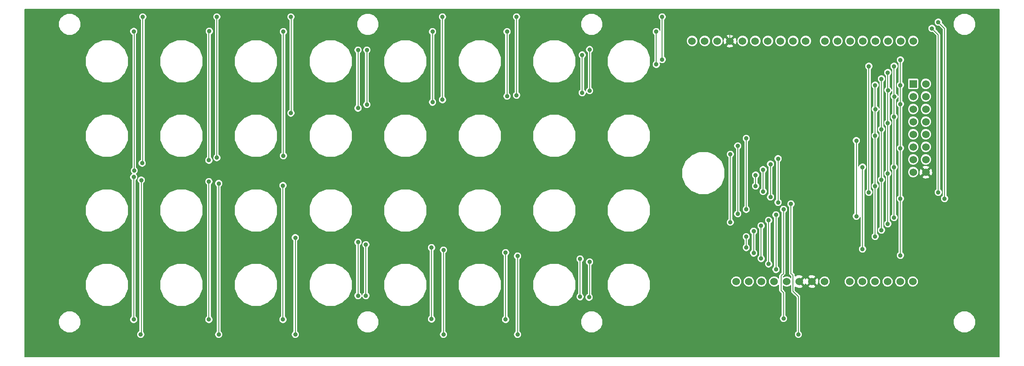
<source format=gbl>
G04 #@! TF.GenerationSoftware,KiCad,Pcbnew,(2018-02-14 revision 6afdf1cf8)-makepkg*
G04 #@! TF.CreationDate,2018-02-15T17:49:41+13:00*
G04 #@! TF.ProjectId,patch-shield-digital,70617463682D736869656C642D646967,rev?*
G04 #@! TF.SameCoordinates,Original*
G04 #@! TF.FileFunction,Copper,L2,Bot,Signal*
G04 #@! TF.FilePolarity,Positive*
%FSLAX46Y46*%
G04 Gerber Fmt 4.6, Leading zero omitted, Abs format (unit mm)*
G04 Created by KiCad (PCBNEW (2018-02-14 revision 6afdf1cf8)-makepkg) date 02/15/18 17:49:41*
%MOMM*%
%LPD*%
G01*
G04 APERTURE LIST*
%ADD10R,1.524000X1.524000*%
%ADD11C,1.524000*%
%ADD12C,0.889000*%
%ADD13C,0.203200*%
G04 APERTURE END LIST*
D10*
X217195400Y-64516000D03*
D11*
X219735400Y-64516000D03*
X217195400Y-67056000D03*
X219735400Y-67056000D03*
X217195400Y-69596000D03*
X219735400Y-69596000D03*
X217195400Y-72136000D03*
X219735400Y-72136000D03*
X217195400Y-74676000D03*
X219735400Y-74676000D03*
X181584600Y-104343200D03*
X184124600Y-104343200D03*
X186664600Y-104343200D03*
X189204600Y-104343200D03*
X191744600Y-104343200D03*
X194284600Y-104343200D03*
X196824600Y-104343200D03*
X199364600Y-104343200D03*
X204419200Y-104343200D03*
X206959200Y-104343200D03*
X209499200Y-104343200D03*
X212039200Y-104343200D03*
X214579200Y-104343200D03*
X217119200Y-104343200D03*
X217195400Y-77216000D03*
X217195400Y-79756000D03*
X217195400Y-82296000D03*
X219735400Y-82296000D03*
X219735400Y-79756000D03*
X219735400Y-77216000D03*
X217195400Y-55880000D03*
X214655400Y-55880000D03*
X212115400Y-55880000D03*
X209575400Y-55880000D03*
X207035400Y-55880000D03*
X204495400Y-55880000D03*
X201955400Y-55880000D03*
X199415400Y-55880000D03*
X195580000Y-55880000D03*
X193040000Y-55880000D03*
X190500000Y-55880000D03*
X187960000Y-55880000D03*
X185420000Y-55880000D03*
X182880000Y-55880000D03*
X180340000Y-55880000D03*
X177800000Y-55880000D03*
X175260000Y-55880000D03*
X172720000Y-55880000D03*
D12*
X214630000Y-99060000D03*
X214630000Y-68580000D03*
X214630000Y-59690000D03*
X214630000Y-77470000D03*
X214630000Y-64770000D03*
X214630000Y-87630000D03*
X185498740Y-85100160D03*
X185498740Y-82900520D03*
X61800740Y-115001040D03*
X61899800Y-83898740D03*
X62199520Y-51000660D03*
X62100460Y-80500220D03*
X188498480Y-87299800D03*
X77500480Y-84599780D03*
X77500480Y-115001040D03*
X188498480Y-80680560D03*
X77099160Y-51000660D03*
X77099160Y-79400400D03*
X92900500Y-115001040D03*
X92900500Y-95498920D03*
X180400960Y-78689200D03*
X180398420Y-92400120D03*
X91998800Y-70401180D03*
X91998800Y-51000660D03*
X107099100Y-107200700D03*
X183598820Y-75498960D03*
X183598820Y-89799160D03*
X107099100Y-96901000D03*
X107299760Y-57701180D03*
X107299760Y-68699380D03*
X122699780Y-98000820D03*
X122699780Y-115001040D03*
X183598820Y-97497900D03*
X183598820Y-95298260D03*
X122499120Y-51000660D03*
X122499120Y-67701160D03*
X137599420Y-99199700D03*
X186598560Y-93098620D03*
X186598560Y-99700080D03*
X137599420Y-115001040D03*
X137398760Y-51000660D03*
X137398760Y-66799460D03*
X189598300Y-90898980D03*
X152100280Y-100401120D03*
X152001220Y-107500420D03*
X189598300Y-101899720D03*
X152100280Y-65900300D03*
X152100280Y-57599580D03*
X192598040Y-88699340D03*
X194099180Y-114998500D03*
X166700200Y-51000660D03*
X166700200Y-59601100D03*
X212117940Y-65786000D03*
X212090000Y-92710000D03*
X212090000Y-82550000D03*
X212090000Y-62230000D03*
X212090000Y-72390000D03*
X213360000Y-71120000D03*
X213360000Y-60960000D03*
X213387940Y-67056000D03*
X213360000Y-91440000D03*
X213360000Y-81280000D03*
X205767940Y-75946000D03*
X205767940Y-91186000D03*
X209550000Y-95250000D03*
X209550000Y-85090000D03*
X209550000Y-74930000D03*
X209577940Y-69596000D03*
X209550000Y-64770000D03*
X210820000Y-83820000D03*
X210820000Y-63500000D03*
X210820000Y-93980000D03*
X210820000Y-73660000D03*
X220980000Y-53340000D03*
X222250000Y-86360000D03*
X222250000Y-52070000D03*
X223520000Y-87630000D03*
X60401200Y-83299300D03*
X60401200Y-111998760D03*
X60500260Y-81998820D03*
X60401200Y-53949600D03*
X75498960Y-111998760D03*
X186999880Y-81800700D03*
X186999880Y-86199980D03*
X75498960Y-84201000D03*
X75498960Y-79900780D03*
X75600560Y-53898800D03*
X90401140Y-85001100D03*
X90401140Y-111998760D03*
X190002160Y-79598520D03*
X189999620Y-88402160D03*
X90500200Y-78999080D03*
X90500200Y-54000400D03*
X181899560Y-90698320D03*
X105498900Y-107200700D03*
X105498900Y-96400620D03*
X181902100Y-77007720D03*
X105498900Y-69400420D03*
X105498900Y-57701180D03*
X120299480Y-111899700D03*
X120299480Y-97500440D03*
X120500140Y-54000400D03*
X120500140Y-68199000D03*
X135199120Y-98501200D03*
X185099960Y-98597720D03*
X185099960Y-94198440D03*
X135199120Y-111998760D03*
X135498840Y-54000400D03*
X135498840Y-67000120D03*
X150200360Y-107398820D03*
X150200360Y-99799140D03*
X188099700Y-91998800D03*
X188099700Y-100799900D03*
X150599140Y-66299080D03*
X150599140Y-58699400D03*
X191099440Y-89799160D03*
X191099440Y-111798100D03*
X165498780Y-60599320D03*
X165498780Y-54000400D03*
X166098220Y-101498400D03*
X124698760Y-71798180D03*
X219710000Y-58420000D03*
X79298800Y-71998840D03*
X94099380Y-71998840D03*
X204470000Y-101600000D03*
X64297560Y-71899780D03*
X139298680Y-71498460D03*
X204470000Y-90170000D03*
X109700060Y-71699120D03*
X203530200Y-70299580D03*
X223520000Y-90170000D03*
X124599700Y-85999320D03*
X204470000Y-78740000D03*
X214630000Y-101600000D03*
X64297560Y-85897720D03*
X224790000Y-82550000D03*
X79397860Y-100299520D03*
X95097600Y-100500180D03*
X139098020Y-85999320D03*
X124599700Y-100500180D03*
X109098080Y-94498160D03*
X124099320Y-94498160D03*
X125498860Y-117398800D03*
X47698660Y-64998600D03*
X64297560Y-100197920D03*
X186098180Y-79999840D03*
X165597840Y-77998320D03*
X165597840Y-85999320D03*
X165597840Y-94498160D03*
X109598460Y-100500180D03*
X94099380Y-86499700D03*
X191599820Y-87000080D03*
X185099960Y-89999820D03*
X154099260Y-101498400D03*
X139098020Y-100500180D03*
X153598880Y-85999320D03*
X139098020Y-94498160D03*
X109598460Y-86499700D03*
X153598880Y-94498160D03*
X166598600Y-109799120D03*
X79397860Y-86098380D03*
X94099380Y-93997780D03*
X154099260Y-106499660D03*
X64297560Y-64998600D03*
X178699160Y-66799460D03*
X168798240Y-64498220D03*
X154998420Y-71600060D03*
X168798240Y-72400160D03*
X154998420Y-117497860D03*
X110398560Y-64998600D03*
X94099380Y-64998600D03*
X140497560Y-117398800D03*
X139298680Y-64998600D03*
X189798960Y-66799460D03*
X194310000Y-67310000D03*
X125699520Y-64998600D03*
X155399740Y-64998600D03*
X194310000Y-97790000D03*
X47398940Y-100098860D03*
X194310000Y-101600000D03*
X64498220Y-117299740D03*
X80497680Y-117198140D03*
X79199740Y-64998600D03*
X177208180Y-76969620D03*
X199430640Y-68900040D03*
X50098960Y-117899180D03*
X110098840Y-117497860D03*
X194310000Y-78740000D03*
X224790000Y-88900000D03*
X95498920Y-117198140D03*
X190119000Y-77848460D03*
X191368680Y-76578460D03*
X194310000Y-88900000D03*
X208280000Y-86360000D03*
X208280000Y-60960000D03*
X207010000Y-81280000D03*
X207010000Y-97790000D03*
D13*
X214630000Y-64770000D02*
X214630000Y-59690000D01*
X214630000Y-77470000D02*
X214630000Y-87630000D01*
X214630000Y-87630000D02*
X214630000Y-99060000D01*
X214630000Y-68580000D02*
X214630000Y-77470000D01*
X214630000Y-64770000D02*
X214630000Y-68580000D01*
X61899800Y-114901980D02*
X61899800Y-83898740D01*
X185498740Y-82900520D02*
X185498740Y-85100160D01*
X61800740Y-115001040D02*
X61899800Y-114901980D01*
X62100460Y-80500220D02*
X62199520Y-80401160D01*
X62199520Y-80401160D02*
X62199520Y-51000660D01*
X77500480Y-115001040D02*
X77500480Y-84599780D01*
X188498480Y-80680560D02*
X188498480Y-87299800D01*
X77099160Y-79400400D02*
X77099160Y-51000660D01*
X180400960Y-91897200D02*
X180398420Y-91899740D01*
X92900500Y-115001040D02*
X92900500Y-95498920D01*
X180398420Y-91899740D02*
X180398420Y-92400120D01*
X180400960Y-78689200D02*
X180400960Y-91897200D01*
X92100400Y-51102260D02*
X92100400Y-67000120D01*
X91998800Y-51000660D02*
X92100400Y-51102260D01*
X91998800Y-70401180D02*
X92100400Y-70299580D01*
X92100400Y-70299580D02*
X92100400Y-67000120D01*
X92100400Y-67000120D02*
X92100400Y-67299840D01*
X107099100Y-107200700D02*
X107099100Y-96901000D01*
X183598820Y-89799160D02*
X183598820Y-75498960D01*
X107299760Y-57701180D02*
X107299760Y-68699380D01*
X183598820Y-97497900D02*
X183598820Y-95298260D01*
X122699780Y-115001040D02*
X122699780Y-98000820D01*
X122499120Y-67701160D02*
X122499120Y-51000660D01*
X186598560Y-93098620D02*
X186598560Y-99700080D01*
X137599420Y-115001040D02*
X137599420Y-99199700D01*
X137398760Y-66799460D02*
X137398760Y-51000660D01*
X189598300Y-90898980D02*
X189598300Y-101899720D01*
X152001220Y-107500420D02*
X152100280Y-107401360D01*
X152100280Y-107401360D02*
X152100280Y-100401120D01*
X152100280Y-65900300D02*
X152100280Y-57599580D01*
X192999360Y-106299000D02*
X194099180Y-107398820D01*
X192999360Y-103098600D02*
X192999360Y-106299000D01*
X192598040Y-88699340D02*
X192598040Y-102697280D01*
X192598040Y-102697280D02*
X192999360Y-103098600D01*
X194099180Y-107398820D02*
X194099180Y-114998500D01*
X166700200Y-59601100D02*
X166700200Y-51000660D01*
X212090000Y-72390000D02*
X212090000Y-65786000D01*
X212090000Y-82550000D02*
X212090000Y-72390000D01*
X212090000Y-92710000D02*
X212090000Y-82550000D01*
X212090000Y-65786000D02*
X212090000Y-62230000D01*
X212090000Y-65786000D02*
X212117940Y-65786000D01*
X213360000Y-81280000D02*
X213360000Y-91440000D01*
X213360000Y-67056000D02*
X213360000Y-71120000D01*
X213360000Y-60960000D02*
X213360000Y-67056000D01*
X213387940Y-67056000D02*
X213360000Y-67056000D01*
X213360000Y-71120000D02*
X213360000Y-81280000D01*
X205767940Y-91186000D02*
X205767940Y-75946000D01*
X209577940Y-69596000D02*
X209550000Y-69596000D01*
X209550000Y-95250000D02*
X209550000Y-85090000D01*
X209550000Y-74930000D02*
X209550000Y-69596000D01*
X209550000Y-85090000D02*
X209550000Y-74930000D01*
X209550000Y-69596000D02*
X209550000Y-64770000D01*
X210820000Y-73660000D02*
X210820000Y-63500000D01*
X210820000Y-93980000D02*
X210820000Y-83820000D01*
X210820000Y-83820000D02*
X210820000Y-73660000D01*
X220980000Y-53340000D02*
X222250000Y-54610000D01*
X222250000Y-54610000D02*
X222250000Y-86360000D01*
X223520000Y-53340000D02*
X223520000Y-87630000D01*
X222250000Y-52070000D02*
X223520000Y-53340000D01*
X60401200Y-111998760D02*
X60401200Y-83200240D01*
X60401200Y-83200240D02*
X60401200Y-83299300D01*
X60401200Y-53949600D02*
X60500260Y-54048660D01*
X60500260Y-54048660D02*
X60500260Y-81998820D01*
X75498960Y-111998760D02*
X75498960Y-84201000D01*
X186999880Y-81800700D02*
X186999880Y-86199980D01*
X75600560Y-53898800D02*
X75498960Y-54000400D01*
X75498960Y-54000400D02*
X75498960Y-79900780D01*
X190002160Y-79598520D02*
X190002160Y-88399620D01*
X190002160Y-88399620D02*
X189999620Y-88402160D01*
X90401140Y-111998760D02*
X90401140Y-85001100D01*
X90500200Y-54000400D02*
X90500200Y-78999080D01*
X181902100Y-77007720D02*
X181902100Y-90695780D01*
X181902100Y-90695780D02*
X181899560Y-90698320D01*
X105498900Y-107200700D02*
X105498900Y-96400620D01*
X105498900Y-69400420D02*
X105498900Y-57701180D01*
X120299480Y-111899700D02*
X120299480Y-97500440D01*
X120500140Y-54000400D02*
X120500140Y-68199000D01*
X185099960Y-98597720D02*
X185099960Y-94198440D01*
X135199120Y-111998760D02*
X135199120Y-98501200D01*
X135498840Y-54000400D02*
X135498840Y-67000120D01*
X150200360Y-107398820D02*
X150200360Y-99799140D01*
X188099700Y-91998800D02*
X188099700Y-100799900D01*
X150599140Y-58699400D02*
X150599140Y-66299080D01*
X190599060Y-103200200D02*
X190599060Y-106098340D01*
X191099440Y-102699820D02*
X190599060Y-103200200D01*
X191099440Y-89799160D02*
X191099440Y-102699820D01*
X191099440Y-106598720D02*
X191099440Y-111798100D01*
X190599060Y-106098340D02*
X191099440Y-106598720D01*
X165498780Y-54000400D02*
X165498780Y-60599320D01*
X78399640Y-118999000D02*
X67500500Y-118999000D01*
X204470000Y-90170000D02*
X204470000Y-101600000D01*
X166098220Y-94998540D02*
X166098220Y-101498400D01*
X125699520Y-70797420D02*
X124698760Y-71798180D01*
X79199740Y-64998600D02*
X79199740Y-71899780D01*
X79199740Y-71899780D02*
X79298800Y-71998840D01*
X94099380Y-64998600D02*
X94099380Y-71998840D01*
X110398560Y-64998600D02*
X110398560Y-71000620D01*
X110398560Y-71000620D02*
X109700060Y-71699120D01*
X125699520Y-64998600D02*
X125699520Y-70797420D01*
X38999160Y-118501160D02*
X38999160Y-109098080D01*
X139298680Y-64998600D02*
X139298680Y-71498460D01*
X194310000Y-78740000D02*
X194310000Y-88900000D01*
X194310000Y-67310000D02*
X194310000Y-78740000D01*
X224790000Y-82550000D02*
X224790000Y-88900000D01*
X124599700Y-94998540D02*
X124599700Y-100500180D01*
X38999160Y-109098080D02*
X38999160Y-63599060D01*
X200830180Y-70299580D02*
X203530200Y-70299580D01*
X181000400Y-49999900D02*
X233499660Y-49999900D01*
X64297560Y-64998600D02*
X64297560Y-71899780D01*
X82499200Y-118999000D02*
X78399640Y-118999000D01*
X64297560Y-71899780D02*
X64297560Y-85897720D01*
X139298680Y-85798660D02*
X139098020Y-85999320D01*
X109700060Y-71699120D02*
X109700060Y-86398100D01*
X125498860Y-117398800D02*
X123898660Y-118999000D01*
X123898660Y-118999000D02*
X123499880Y-118999000D01*
X79298800Y-71998840D02*
X79298800Y-85999320D01*
X185099960Y-89999820D02*
X184599580Y-89499440D01*
X165597840Y-94498160D02*
X166098220Y-94998540D01*
X124698760Y-71798180D02*
X124698760Y-85900260D01*
X64297560Y-85897720D02*
X64297560Y-100197920D01*
X165597840Y-77998320D02*
X165597840Y-85999320D01*
X109598460Y-94998540D02*
X109598460Y-100500180D01*
X94099380Y-71998840D02*
X94099380Y-86499700D01*
X199430640Y-68900040D02*
X200830180Y-70299580D01*
X184599580Y-81498440D02*
X186098180Y-79999840D01*
X153598880Y-94498160D02*
X154099260Y-94998540D01*
X154099260Y-94998540D02*
X154099260Y-101498400D01*
X139098020Y-94498160D02*
X139098020Y-100500180D01*
X184599580Y-89499440D02*
X184599580Y-81498440D01*
X153598880Y-72999600D02*
X153598880Y-85999320D01*
X124698760Y-85900260D02*
X124599700Y-85999320D01*
X109098080Y-94498160D02*
X109598460Y-94998540D01*
X124099320Y-94498160D02*
X124599700Y-94998540D01*
X154998420Y-71600060D02*
X153598880Y-72999600D01*
X166598600Y-109799120D02*
X166598600Y-109999780D01*
X38999160Y-63599060D02*
X38999160Y-51000660D01*
X109700060Y-86398100D02*
X109598460Y-86499700D01*
X79298800Y-85999320D02*
X79397860Y-86098380D01*
X94099380Y-93997780D02*
X95097600Y-94996000D01*
X95097600Y-94996000D02*
X95097600Y-100500180D01*
X139298680Y-71498460D02*
X139298680Y-85798660D01*
X78696820Y-118999000D02*
X78399640Y-118999000D01*
X155399740Y-71198740D02*
X154998420Y-71600060D01*
X172199300Y-49999900D02*
X171396660Y-49999900D01*
X154998420Y-117497860D02*
X153497280Y-118999000D01*
X168798240Y-64498220D02*
X168798240Y-72400160D01*
X153497280Y-118999000D02*
X152999440Y-118999000D01*
X171396660Y-49999900D02*
X168798240Y-52598320D01*
X168798240Y-52598320D02*
X168798240Y-64498220D01*
X140497560Y-117398800D02*
X138897360Y-118999000D01*
X138897360Y-118999000D02*
X138399520Y-118999000D01*
X47398940Y-100098860D02*
X38999160Y-108498640D01*
X40299640Y-64899540D02*
X38999160Y-63599060D01*
X47698660Y-64998600D02*
X47599600Y-64899540D01*
X47599600Y-64899540D02*
X40299640Y-64899540D01*
X194310000Y-88900000D02*
X194310000Y-97790000D01*
X67500500Y-118999000D02*
X62598300Y-118999000D01*
X204470000Y-78740000D02*
X204470000Y-90170000D01*
X232999280Y-118999000D02*
X172001180Y-118999000D01*
X234000040Y-117998240D02*
X232999280Y-118999000D01*
X172001180Y-118999000D02*
X152999440Y-118999000D01*
X152999440Y-118999000D02*
X142499080Y-118999000D01*
X142499080Y-118999000D02*
X138399520Y-118999000D01*
X138399520Y-118999000D02*
X128000760Y-118999000D01*
X38999160Y-108498640D02*
X38999160Y-109098080D01*
X64498220Y-117299740D02*
X62798960Y-118999000D01*
X62798960Y-118999000D02*
X62598300Y-118999000D01*
X155399740Y-64998600D02*
X155399740Y-71198740D01*
X79999840Y-49999900D02*
X91000580Y-49999900D01*
X64500760Y-49999900D02*
X79999840Y-49999900D01*
X188249560Y-77848460D02*
X190119000Y-77848460D01*
X186098180Y-79999840D02*
X188249560Y-77848460D01*
X38999160Y-51000660D02*
X39999920Y-49999900D01*
X50098960Y-117899180D02*
X48999140Y-118999000D01*
X48999140Y-118999000D02*
X48900080Y-118999000D01*
X39497000Y-118999000D02*
X38999160Y-118501160D01*
X124500640Y-49999900D02*
X135999220Y-49999900D01*
X39999920Y-49999900D02*
X64500760Y-49999900D01*
X91000580Y-49999900D02*
X124500640Y-49999900D01*
X62598300Y-118999000D02*
X48900080Y-118999000D01*
X172199300Y-49999900D02*
X181000400Y-49999900D01*
X80497680Y-117198140D02*
X78696820Y-118999000D01*
X234000040Y-50500280D02*
X234000040Y-117998240D01*
X128000760Y-118999000D02*
X123499880Y-118999000D01*
X123499880Y-118999000D02*
X107998260Y-118999000D01*
X107998260Y-118999000D02*
X97500440Y-118999000D01*
X233499660Y-49999900D02*
X234000040Y-50500280D01*
X97500440Y-118999000D02*
X93499940Y-118999000D01*
X93499940Y-118999000D02*
X82499200Y-118999000D01*
X194310000Y-97790000D02*
X194310000Y-101600000D01*
X180340000Y-50660300D02*
X181000400Y-49999900D01*
X180340000Y-55880000D02*
X180340000Y-50660300D01*
X110098840Y-117497860D02*
X108597700Y-118999000D01*
X108597700Y-118999000D02*
X107998260Y-118999000D01*
X95498920Y-117198140D02*
X93698060Y-118999000D01*
X93698060Y-118999000D02*
X93499940Y-118999000D01*
X135999220Y-49999900D02*
X169499280Y-49999900D01*
X169499280Y-49999900D02*
X172199300Y-49999900D01*
X190119000Y-77848460D02*
X191368680Y-76598780D01*
X191368680Y-76598780D02*
X191368680Y-76578460D01*
X48900080Y-118999000D02*
X39497000Y-118999000D01*
X208280000Y-60960000D02*
X208280000Y-86360000D01*
X207010000Y-81280000D02*
X207010000Y-97790000D01*
G36*
X234505500Y-119504460D02*
X229704900Y-119504460D01*
X229704900Y-112938560D01*
X229704900Y-112062260D01*
X229704900Y-52938680D01*
X229704900Y-52062380D01*
X229369620Y-51252120D01*
X228749860Y-50632360D01*
X227939600Y-50294540D01*
X227063300Y-50294540D01*
X226253040Y-50629820D01*
X225633280Y-51249580D01*
X225295460Y-52059840D01*
X225295460Y-52936140D01*
X225630740Y-53746400D01*
X226250500Y-54366160D01*
X227060760Y-54703980D01*
X227937060Y-54703980D01*
X228747320Y-54368700D01*
X229367080Y-53748940D01*
X229704900Y-52938680D01*
X229704900Y-112062260D01*
X229369620Y-111252000D01*
X228749860Y-110632240D01*
X227939600Y-110294420D01*
X227063300Y-110294420D01*
X226253040Y-110629700D01*
X225633280Y-111249460D01*
X225295460Y-112059720D01*
X225295460Y-112936020D01*
X225630740Y-113746280D01*
X226250500Y-114366040D01*
X227060760Y-114703860D01*
X227937060Y-114703860D01*
X228747320Y-114368580D01*
X229367080Y-113748820D01*
X229704900Y-112938560D01*
X229704900Y-119504460D01*
X224320100Y-119504460D01*
X224320100Y-87790020D01*
X224320100Y-87472520D01*
X224198180Y-87177880D01*
X223977200Y-86954360D01*
X223977200Y-53340000D01*
X223941640Y-53164740D01*
X223842580Y-53017420D01*
X223050100Y-52224940D01*
X223050100Y-51912520D01*
X222928180Y-51617880D01*
X222704660Y-51391820D01*
X222410020Y-51269900D01*
X222092520Y-51269900D01*
X221797880Y-51391820D01*
X221571820Y-51615340D01*
X221449900Y-51909980D01*
X221449900Y-52227480D01*
X221571820Y-52522120D01*
X221795340Y-52748180D01*
X222089980Y-52870100D01*
X222404940Y-52870100D01*
X223062800Y-53527960D01*
X223062800Y-86954360D01*
X223050100Y-86967060D01*
X223050100Y-86520020D01*
X223050100Y-86202520D01*
X222928180Y-85907880D01*
X222707200Y-85684360D01*
X222707200Y-54610000D01*
X222671640Y-54434740D01*
X222572580Y-54287420D01*
X221780100Y-53494940D01*
X221780100Y-53182520D01*
X221658180Y-52887880D01*
X221434660Y-52661820D01*
X221140020Y-52539900D01*
X220822520Y-52539900D01*
X220527880Y-52661820D01*
X220301820Y-52885340D01*
X220179900Y-53179980D01*
X220179900Y-53497480D01*
X220301820Y-53792120D01*
X220525340Y-54018180D01*
X220819980Y-54140100D01*
X221134940Y-54140100D01*
X221792800Y-54797960D01*
X221792800Y-85684360D01*
X221571820Y-85905340D01*
X221449900Y-86199980D01*
X221449900Y-86517480D01*
X221571820Y-86812120D01*
X221795340Y-87038180D01*
X222089980Y-87160100D01*
X222407480Y-87160100D01*
X222702120Y-87038180D01*
X222928180Y-86814660D01*
X223050100Y-86520020D01*
X223050100Y-86967060D01*
X222841820Y-87175340D01*
X222719900Y-87469980D01*
X222719900Y-87787480D01*
X222841820Y-88082120D01*
X223065340Y-88308180D01*
X223359980Y-88430100D01*
X223677480Y-88430100D01*
X223972120Y-88308180D01*
X224198180Y-88084660D01*
X224320100Y-87790020D01*
X224320100Y-119504460D01*
X221094300Y-119504460D01*
X221094300Y-82466180D01*
X221056200Y-81932780D01*
X220926660Y-81617820D01*
X220850460Y-81594960D01*
X220850460Y-79979520D01*
X220850460Y-79535020D01*
X220850460Y-77439520D01*
X220850460Y-76995020D01*
X220850460Y-74899520D01*
X220850460Y-74455020D01*
X220850460Y-72359520D01*
X220850460Y-71915020D01*
X220850460Y-69819520D01*
X220850460Y-69375020D01*
X220850460Y-67279520D01*
X220850460Y-66835020D01*
X220850460Y-64739520D01*
X220850460Y-64295020D01*
X220680280Y-63886080D01*
X220367860Y-63571120D01*
X219958920Y-63400940D01*
X219514420Y-63400940D01*
X219105480Y-63571120D01*
X218790520Y-63883540D01*
X218620340Y-64292480D01*
X218620340Y-64736980D01*
X218790520Y-65145920D01*
X219102940Y-65460880D01*
X219511880Y-65631060D01*
X219956380Y-65631060D01*
X220365320Y-65460880D01*
X220680280Y-65148460D01*
X220850460Y-64739520D01*
X220850460Y-66835020D01*
X220680280Y-66426080D01*
X220367860Y-66111120D01*
X219958920Y-65940940D01*
X219514420Y-65940940D01*
X219105480Y-66111120D01*
X218790520Y-66423540D01*
X218620340Y-66832480D01*
X218620340Y-67276980D01*
X218790520Y-67685920D01*
X219102940Y-68000880D01*
X219511880Y-68171060D01*
X219956380Y-68171060D01*
X220365320Y-68000880D01*
X220680280Y-67688460D01*
X220850460Y-67279520D01*
X220850460Y-69375020D01*
X220680280Y-68966080D01*
X220367860Y-68651120D01*
X219958920Y-68480940D01*
X219514420Y-68480940D01*
X219105480Y-68651120D01*
X218790520Y-68963540D01*
X218620340Y-69372480D01*
X218620340Y-69816980D01*
X218790520Y-70225920D01*
X219102940Y-70540880D01*
X219511880Y-70711060D01*
X219956380Y-70711060D01*
X220365320Y-70540880D01*
X220680280Y-70228460D01*
X220850460Y-69819520D01*
X220850460Y-71915020D01*
X220680280Y-71506080D01*
X220367860Y-71191120D01*
X219958920Y-71020940D01*
X219514420Y-71020940D01*
X219105480Y-71191120D01*
X218790520Y-71503540D01*
X218620340Y-71912480D01*
X218620340Y-72356980D01*
X218790520Y-72765920D01*
X219102940Y-73080880D01*
X219511880Y-73251060D01*
X219956380Y-73251060D01*
X220365320Y-73080880D01*
X220680280Y-72768460D01*
X220850460Y-72359520D01*
X220850460Y-74455020D01*
X220680280Y-74046080D01*
X220367860Y-73731120D01*
X219958920Y-73560940D01*
X219514420Y-73560940D01*
X219105480Y-73731120D01*
X218790520Y-74043540D01*
X218620340Y-74452480D01*
X218620340Y-74896980D01*
X218790520Y-75305920D01*
X219102940Y-75620880D01*
X219511880Y-75791060D01*
X219956380Y-75791060D01*
X220365320Y-75620880D01*
X220680280Y-75308460D01*
X220850460Y-74899520D01*
X220850460Y-76995020D01*
X220680280Y-76586080D01*
X220367860Y-76271120D01*
X219958920Y-76100940D01*
X219514420Y-76100940D01*
X219105480Y-76271120D01*
X218790520Y-76583540D01*
X218620340Y-76992480D01*
X218620340Y-77436980D01*
X218790520Y-77845920D01*
X219102940Y-78160880D01*
X219511880Y-78331060D01*
X219956380Y-78331060D01*
X220365320Y-78160880D01*
X220680280Y-77848460D01*
X220850460Y-77439520D01*
X220850460Y-79535020D01*
X220680280Y-79126080D01*
X220367860Y-78811120D01*
X219958920Y-78640940D01*
X219514420Y-78640940D01*
X219105480Y-78811120D01*
X218790520Y-79123540D01*
X218620340Y-79532480D01*
X218620340Y-79976980D01*
X218790520Y-80385920D01*
X219102940Y-80700880D01*
X219511880Y-80871060D01*
X219956380Y-80871060D01*
X220365320Y-80700880D01*
X220680280Y-80388460D01*
X220850460Y-79979520D01*
X220850460Y-81594960D01*
X220698060Y-81549240D01*
X220482160Y-81765140D01*
X220482160Y-81333340D01*
X220413580Y-81104740D01*
X219905580Y-80937100D01*
X219372180Y-80975200D01*
X219057220Y-81104740D01*
X218988640Y-81333340D01*
X219735400Y-82080100D01*
X220482160Y-81333340D01*
X220482160Y-81765140D01*
X219951300Y-82296000D01*
X220698060Y-83042760D01*
X220926660Y-82974180D01*
X221094300Y-82466180D01*
X221094300Y-119504460D01*
X220482160Y-119504460D01*
X220482160Y-83258660D01*
X219735400Y-82511900D01*
X219519500Y-82727800D01*
X219519500Y-82296000D01*
X218772740Y-81549240D01*
X218544140Y-81617820D01*
X218376500Y-82125820D01*
X218414600Y-82659220D01*
X218544140Y-82974180D01*
X218772740Y-83042760D01*
X219519500Y-82296000D01*
X219519500Y-82727800D01*
X218988640Y-83258660D01*
X219057220Y-83487260D01*
X219565220Y-83654900D01*
X220098620Y-83616800D01*
X220413580Y-83487260D01*
X220482160Y-83258660D01*
X220482160Y-119504460D01*
X218310460Y-119504460D01*
X218310460Y-82519520D01*
X218310460Y-82075020D01*
X218310460Y-79979520D01*
X218310460Y-79535020D01*
X218310460Y-77439520D01*
X218310460Y-76995020D01*
X218310460Y-74899520D01*
X218310460Y-74455020D01*
X218310460Y-72359520D01*
X218310460Y-71915020D01*
X218310460Y-69819520D01*
X218310460Y-69375020D01*
X218310460Y-67279520D01*
X218310460Y-66835020D01*
X218310460Y-65346580D01*
X218310460Y-65206880D01*
X218310460Y-63682880D01*
X218310460Y-56103520D01*
X218310460Y-55659020D01*
X218140280Y-55250080D01*
X217827860Y-54935120D01*
X217418920Y-54764940D01*
X216974420Y-54764940D01*
X216565480Y-54935120D01*
X216250520Y-55247540D01*
X216080340Y-55656480D01*
X216080340Y-56100980D01*
X216250520Y-56509920D01*
X216562940Y-56824880D01*
X216971880Y-56995060D01*
X217416380Y-56995060D01*
X217825320Y-56824880D01*
X218140280Y-56512460D01*
X218310460Y-56103520D01*
X218310460Y-63682880D01*
X218257120Y-63553340D01*
X218155520Y-63454280D01*
X218025980Y-63400940D01*
X217886280Y-63400940D01*
X216362280Y-63400940D01*
X216232740Y-63454280D01*
X216133680Y-63555880D01*
X216080340Y-63685420D01*
X216080340Y-63825120D01*
X216080340Y-65349120D01*
X216133680Y-65478660D01*
X216235280Y-65577720D01*
X216364820Y-65631060D01*
X216504520Y-65631060D01*
X218028520Y-65631060D01*
X218158060Y-65577720D01*
X218257120Y-65476120D01*
X218310460Y-65346580D01*
X218310460Y-66835020D01*
X218140280Y-66426080D01*
X217827860Y-66111120D01*
X217418920Y-65940940D01*
X216974420Y-65940940D01*
X216565480Y-66111120D01*
X216250520Y-66423540D01*
X216080340Y-66832480D01*
X216080340Y-67276980D01*
X216250520Y-67685920D01*
X216562940Y-68000880D01*
X216971880Y-68171060D01*
X217416380Y-68171060D01*
X217825320Y-68000880D01*
X218140280Y-67688460D01*
X218310460Y-67279520D01*
X218310460Y-69375020D01*
X218140280Y-68966080D01*
X217827860Y-68651120D01*
X217418920Y-68480940D01*
X216974420Y-68480940D01*
X216565480Y-68651120D01*
X216250520Y-68963540D01*
X216080340Y-69372480D01*
X216080340Y-69816980D01*
X216250520Y-70225920D01*
X216562940Y-70540880D01*
X216971880Y-70711060D01*
X217416380Y-70711060D01*
X217825320Y-70540880D01*
X218140280Y-70228460D01*
X218310460Y-69819520D01*
X218310460Y-71915020D01*
X218140280Y-71506080D01*
X217827860Y-71191120D01*
X217418920Y-71020940D01*
X216974420Y-71020940D01*
X216565480Y-71191120D01*
X216250520Y-71503540D01*
X216080340Y-71912480D01*
X216080340Y-72356980D01*
X216250520Y-72765920D01*
X216562940Y-73080880D01*
X216971880Y-73251060D01*
X217416380Y-73251060D01*
X217825320Y-73080880D01*
X218140280Y-72768460D01*
X218310460Y-72359520D01*
X218310460Y-74455020D01*
X218140280Y-74046080D01*
X217827860Y-73731120D01*
X217418920Y-73560940D01*
X216974420Y-73560940D01*
X216565480Y-73731120D01*
X216250520Y-74043540D01*
X216080340Y-74452480D01*
X216080340Y-74896980D01*
X216250520Y-75305920D01*
X216562940Y-75620880D01*
X216971880Y-75791060D01*
X217416380Y-75791060D01*
X217825320Y-75620880D01*
X218140280Y-75308460D01*
X218310460Y-74899520D01*
X218310460Y-76995020D01*
X218140280Y-76586080D01*
X217827860Y-76271120D01*
X217418920Y-76100940D01*
X216974420Y-76100940D01*
X216565480Y-76271120D01*
X216250520Y-76583540D01*
X216080340Y-76992480D01*
X216080340Y-77436980D01*
X216250520Y-77845920D01*
X216562940Y-78160880D01*
X216971880Y-78331060D01*
X217416380Y-78331060D01*
X217825320Y-78160880D01*
X218140280Y-77848460D01*
X218310460Y-77439520D01*
X218310460Y-79535020D01*
X218140280Y-79126080D01*
X217827860Y-78811120D01*
X217418920Y-78640940D01*
X216974420Y-78640940D01*
X216565480Y-78811120D01*
X216250520Y-79123540D01*
X216080340Y-79532480D01*
X216080340Y-79976980D01*
X216250520Y-80385920D01*
X216562940Y-80700880D01*
X216971880Y-80871060D01*
X217416380Y-80871060D01*
X217825320Y-80700880D01*
X218140280Y-80388460D01*
X218310460Y-79979520D01*
X218310460Y-82075020D01*
X218140280Y-81666080D01*
X217827860Y-81351120D01*
X217418920Y-81180940D01*
X216974420Y-81180940D01*
X216565480Y-81351120D01*
X216250520Y-81663540D01*
X216080340Y-82072480D01*
X216080340Y-82516980D01*
X216250520Y-82925920D01*
X216562940Y-83240880D01*
X216971880Y-83411060D01*
X217416380Y-83411060D01*
X217825320Y-83240880D01*
X218140280Y-82928460D01*
X218310460Y-82519520D01*
X218310460Y-119504460D01*
X218234260Y-119504460D01*
X218234260Y-104566720D01*
X218234260Y-104122220D01*
X218064080Y-103713280D01*
X217751660Y-103398320D01*
X217342720Y-103228140D01*
X216898220Y-103228140D01*
X216489280Y-103398320D01*
X216174320Y-103710740D01*
X216004140Y-104119680D01*
X216004140Y-104564180D01*
X216174320Y-104973120D01*
X216486740Y-105288080D01*
X216895680Y-105458260D01*
X217340180Y-105458260D01*
X217749120Y-105288080D01*
X218064080Y-104975660D01*
X218234260Y-104566720D01*
X218234260Y-119504460D01*
X215770460Y-119504460D01*
X215770460Y-56103520D01*
X215770460Y-55659020D01*
X215600280Y-55250080D01*
X215287860Y-54935120D01*
X214878920Y-54764940D01*
X214434420Y-54764940D01*
X214025480Y-54935120D01*
X213710520Y-55247540D01*
X213540340Y-55656480D01*
X213540340Y-56100980D01*
X213710520Y-56509920D01*
X214022940Y-56824880D01*
X214431880Y-56995060D01*
X214876380Y-56995060D01*
X215285320Y-56824880D01*
X215600280Y-56512460D01*
X215770460Y-56103520D01*
X215770460Y-119504460D01*
X215694260Y-119504460D01*
X215694260Y-104566720D01*
X215694260Y-104122220D01*
X215524080Y-103713280D01*
X215430100Y-103616760D01*
X215430100Y-99220020D01*
X215430100Y-98902520D01*
X215308180Y-98607880D01*
X215087200Y-98384360D01*
X215087200Y-88303100D01*
X215308180Y-88084660D01*
X215430100Y-87790020D01*
X215430100Y-87472520D01*
X215308180Y-87177880D01*
X215087200Y-86954360D01*
X215087200Y-78143100D01*
X215308180Y-77924660D01*
X215430100Y-77630020D01*
X215430100Y-77312520D01*
X215308180Y-77017880D01*
X215087200Y-76794360D01*
X215087200Y-69253100D01*
X215308180Y-69034660D01*
X215430100Y-68740020D01*
X215430100Y-68422520D01*
X215308180Y-68127880D01*
X215087200Y-67904360D01*
X215087200Y-65443100D01*
X215308180Y-65224660D01*
X215430100Y-64930020D01*
X215430100Y-64612520D01*
X215308180Y-64317880D01*
X215087200Y-64094360D01*
X215087200Y-60363100D01*
X215308180Y-60144660D01*
X215430100Y-59850020D01*
X215430100Y-59532520D01*
X215308180Y-59237880D01*
X215084660Y-59011820D01*
X214790020Y-58889900D01*
X214472520Y-58889900D01*
X214177880Y-59011820D01*
X213951820Y-59235340D01*
X213829900Y-59529980D01*
X213829900Y-59847480D01*
X213951820Y-60142120D01*
X214172800Y-60363100D01*
X214172800Y-64094360D01*
X213951820Y-64315340D01*
X213829900Y-64609980D01*
X213829900Y-64927480D01*
X213951820Y-65222120D01*
X214172800Y-65443100D01*
X214172800Y-66860420D01*
X214066120Y-66603880D01*
X213842600Y-66377820D01*
X213817200Y-66365120D01*
X213817200Y-61633100D01*
X214038180Y-61414660D01*
X214160100Y-61120020D01*
X214160100Y-60802520D01*
X214038180Y-60507880D01*
X213814660Y-60281820D01*
X213520020Y-60159900D01*
X213230460Y-60159900D01*
X213230460Y-56103520D01*
X213230460Y-55659020D01*
X213060280Y-55250080D01*
X212747860Y-54935120D01*
X212338920Y-54764940D01*
X211894420Y-54764940D01*
X211485480Y-54935120D01*
X211170520Y-55247540D01*
X211000340Y-55656480D01*
X211000340Y-56100980D01*
X211170520Y-56509920D01*
X211482940Y-56824880D01*
X211891880Y-56995060D01*
X212336380Y-56995060D01*
X212745320Y-56824880D01*
X213060280Y-56512460D01*
X213230460Y-56103520D01*
X213230460Y-60159900D01*
X213202520Y-60159900D01*
X212907880Y-60281820D01*
X212681820Y-60505340D01*
X212559900Y-60799980D01*
X212559900Y-61117480D01*
X212681820Y-61412120D01*
X212902800Y-61633100D01*
X212902800Y-65590420D01*
X212796120Y-65333880D01*
X212572600Y-65107820D01*
X212547200Y-65095120D01*
X212547200Y-62903100D01*
X212768180Y-62684660D01*
X212890100Y-62390020D01*
X212890100Y-62072520D01*
X212768180Y-61777880D01*
X212544660Y-61551820D01*
X212250020Y-61429900D01*
X211932520Y-61429900D01*
X211637880Y-61551820D01*
X211411820Y-61775340D01*
X211289900Y-62069980D01*
X211289900Y-62387480D01*
X211411820Y-62682120D01*
X211632800Y-62903100D01*
X211632800Y-65138300D01*
X211439760Y-65331340D01*
X211317840Y-65625980D01*
X211317840Y-65943480D01*
X211439760Y-66238120D01*
X211632800Y-66431160D01*
X211632800Y-71714360D01*
X211411820Y-71935340D01*
X211289900Y-72229980D01*
X211289900Y-72547480D01*
X211411820Y-72842120D01*
X211632800Y-73063100D01*
X211632800Y-81874360D01*
X211411820Y-82095340D01*
X211289900Y-82389980D01*
X211289900Y-82707480D01*
X211411820Y-83002120D01*
X211632800Y-83223100D01*
X211632800Y-92034360D01*
X211411820Y-92255340D01*
X211289900Y-92549980D01*
X211289900Y-92867480D01*
X211411820Y-93162120D01*
X211635340Y-93388180D01*
X211929980Y-93510100D01*
X212247480Y-93510100D01*
X212542120Y-93388180D01*
X212768180Y-93164660D01*
X212890100Y-92870020D01*
X212890100Y-92552520D01*
X212768180Y-92257880D01*
X212547200Y-92034360D01*
X212547200Y-83223100D01*
X212768180Y-83004660D01*
X212890100Y-82710020D01*
X212890100Y-82392520D01*
X212768180Y-82097880D01*
X212547200Y-81874360D01*
X212547200Y-73063100D01*
X212768180Y-72844660D01*
X212890100Y-72550020D01*
X212890100Y-72232520D01*
X212768180Y-71937880D01*
X212547200Y-71714360D01*
X212547200Y-66471800D01*
X212570060Y-66464180D01*
X212796120Y-66240660D01*
X212902800Y-65981580D01*
X212902800Y-66408300D01*
X212709760Y-66601340D01*
X212587840Y-66895980D01*
X212587840Y-67213480D01*
X212709760Y-67508120D01*
X212902800Y-67701160D01*
X212902800Y-70444360D01*
X212681820Y-70665340D01*
X212559900Y-70959980D01*
X212559900Y-71277480D01*
X212681820Y-71572120D01*
X212902800Y-71793100D01*
X212902800Y-80604360D01*
X212681820Y-80825340D01*
X212559900Y-81119980D01*
X212559900Y-81437480D01*
X212681820Y-81732120D01*
X212902800Y-81953100D01*
X212902800Y-90764360D01*
X212681820Y-90985340D01*
X212559900Y-91279980D01*
X212559900Y-91597480D01*
X212681820Y-91892120D01*
X212905340Y-92118180D01*
X213199980Y-92240100D01*
X213517480Y-92240100D01*
X213812120Y-92118180D01*
X214038180Y-91894660D01*
X214160100Y-91600020D01*
X214160100Y-91282520D01*
X214038180Y-90987880D01*
X213817200Y-90764360D01*
X213817200Y-81953100D01*
X214038180Y-81734660D01*
X214160100Y-81440020D01*
X214160100Y-81122520D01*
X214038180Y-80827880D01*
X213817200Y-80604360D01*
X213817200Y-71793100D01*
X214038180Y-71574660D01*
X214160100Y-71280020D01*
X214160100Y-70962520D01*
X214038180Y-70667880D01*
X213817200Y-70444360D01*
X213817200Y-67741800D01*
X213840060Y-67734180D01*
X214066120Y-67510660D01*
X214172800Y-67251580D01*
X214172800Y-67904360D01*
X213951820Y-68125340D01*
X213829900Y-68419980D01*
X213829900Y-68737480D01*
X213951820Y-69032120D01*
X214172800Y-69253100D01*
X214172800Y-76794360D01*
X213951820Y-77015340D01*
X213829900Y-77309980D01*
X213829900Y-77627480D01*
X213951820Y-77922120D01*
X214172800Y-78143100D01*
X214172800Y-86954360D01*
X213951820Y-87175340D01*
X213829900Y-87469980D01*
X213829900Y-87787480D01*
X213951820Y-88082120D01*
X214172800Y-88303100D01*
X214172800Y-98384360D01*
X213951820Y-98605340D01*
X213829900Y-98899980D01*
X213829900Y-99217480D01*
X213951820Y-99512120D01*
X214175340Y-99738180D01*
X214469980Y-99860100D01*
X214787480Y-99860100D01*
X215082120Y-99738180D01*
X215308180Y-99514660D01*
X215430100Y-99220020D01*
X215430100Y-103616760D01*
X215211660Y-103398320D01*
X214802720Y-103228140D01*
X214358220Y-103228140D01*
X213949280Y-103398320D01*
X213634320Y-103710740D01*
X213464140Y-104119680D01*
X213464140Y-104564180D01*
X213634320Y-104973120D01*
X213946740Y-105288080D01*
X214355680Y-105458260D01*
X214800180Y-105458260D01*
X215209120Y-105288080D01*
X215524080Y-104975660D01*
X215694260Y-104566720D01*
X215694260Y-119504460D01*
X213154260Y-119504460D01*
X213154260Y-104566720D01*
X213154260Y-104122220D01*
X212984080Y-103713280D01*
X212671660Y-103398320D01*
X212262720Y-103228140D01*
X211818220Y-103228140D01*
X211620100Y-103309420D01*
X211620100Y-94140020D01*
X211620100Y-93822520D01*
X211498180Y-93527880D01*
X211277200Y-93304360D01*
X211277200Y-84493100D01*
X211498180Y-84274660D01*
X211620100Y-83980020D01*
X211620100Y-83662520D01*
X211498180Y-83367880D01*
X211277200Y-83144360D01*
X211277200Y-74333100D01*
X211498180Y-74114660D01*
X211620100Y-73820020D01*
X211620100Y-73502520D01*
X211498180Y-73207880D01*
X211277200Y-72984360D01*
X211277200Y-64173100D01*
X211498180Y-63954660D01*
X211620100Y-63660020D01*
X211620100Y-63342520D01*
X211498180Y-63047880D01*
X211274660Y-62821820D01*
X210980020Y-62699900D01*
X210690460Y-62699900D01*
X210690460Y-56103520D01*
X210690460Y-55659020D01*
X210520280Y-55250080D01*
X210207860Y-54935120D01*
X209798920Y-54764940D01*
X209354420Y-54764940D01*
X208945480Y-54935120D01*
X208630520Y-55247540D01*
X208460340Y-55656480D01*
X208460340Y-56100980D01*
X208630520Y-56509920D01*
X208942940Y-56824880D01*
X209351880Y-56995060D01*
X209796380Y-56995060D01*
X210205320Y-56824880D01*
X210520280Y-56512460D01*
X210690460Y-56103520D01*
X210690460Y-62699900D01*
X210662520Y-62699900D01*
X210367880Y-62821820D01*
X210141820Y-63045340D01*
X210019900Y-63339980D01*
X210019900Y-63657480D01*
X210141820Y-63952120D01*
X210362800Y-64173100D01*
X210362800Y-69400420D01*
X210256120Y-69143880D01*
X210032600Y-68917820D01*
X210007200Y-68905120D01*
X210007200Y-65443100D01*
X210228180Y-65224660D01*
X210350100Y-64930020D01*
X210350100Y-64612520D01*
X210228180Y-64317880D01*
X210004660Y-64091820D01*
X209710020Y-63969900D01*
X209392520Y-63969900D01*
X209097880Y-64091820D01*
X208871820Y-64315340D01*
X208749900Y-64609980D01*
X208749900Y-64927480D01*
X208871820Y-65222120D01*
X209092800Y-65443100D01*
X209092800Y-68948300D01*
X208899760Y-69141340D01*
X208777840Y-69435980D01*
X208777840Y-69753480D01*
X208899760Y-70048120D01*
X209092800Y-70241160D01*
X209092800Y-74254360D01*
X208871820Y-74475340D01*
X208749900Y-74769980D01*
X208749900Y-75087480D01*
X208871820Y-75382120D01*
X209092800Y-75603100D01*
X209092800Y-84414360D01*
X208871820Y-84635340D01*
X208749900Y-84929980D01*
X208749900Y-85247480D01*
X208871820Y-85542120D01*
X209092800Y-85763100D01*
X209092800Y-94574360D01*
X209080100Y-94587060D01*
X209080100Y-86520020D01*
X209080100Y-86202520D01*
X208958180Y-85907880D01*
X208737200Y-85684360D01*
X208737200Y-61633100D01*
X208958180Y-61414660D01*
X209080100Y-61120020D01*
X209080100Y-60802520D01*
X208958180Y-60507880D01*
X208734660Y-60281820D01*
X208440020Y-60159900D01*
X208150460Y-60159900D01*
X208150460Y-56103520D01*
X208150460Y-55659020D01*
X207980280Y-55250080D01*
X207667860Y-54935120D01*
X207258920Y-54764940D01*
X206814420Y-54764940D01*
X206405480Y-54935120D01*
X206090520Y-55247540D01*
X205920340Y-55656480D01*
X205920340Y-56100980D01*
X206090520Y-56509920D01*
X206402940Y-56824880D01*
X206811880Y-56995060D01*
X207256380Y-56995060D01*
X207665320Y-56824880D01*
X207980280Y-56512460D01*
X208150460Y-56103520D01*
X208150460Y-60159900D01*
X208122520Y-60159900D01*
X207827880Y-60281820D01*
X207601820Y-60505340D01*
X207479900Y-60799980D01*
X207479900Y-61117480D01*
X207601820Y-61412120D01*
X207822800Y-61633100D01*
X207822800Y-85684360D01*
X207601820Y-85905340D01*
X207479900Y-86199980D01*
X207479900Y-86517480D01*
X207601820Y-86812120D01*
X207825340Y-87038180D01*
X208119980Y-87160100D01*
X208437480Y-87160100D01*
X208732120Y-87038180D01*
X208958180Y-86814660D01*
X209080100Y-86520020D01*
X209080100Y-94587060D01*
X208871820Y-94795340D01*
X208749900Y-95089980D01*
X208749900Y-95407480D01*
X208871820Y-95702120D01*
X209095340Y-95928180D01*
X209389980Y-96050100D01*
X209707480Y-96050100D01*
X210002120Y-95928180D01*
X210228180Y-95704660D01*
X210350100Y-95410020D01*
X210350100Y-95092520D01*
X210228180Y-94797880D01*
X210007200Y-94574360D01*
X210007200Y-85763100D01*
X210228180Y-85544660D01*
X210350100Y-85250020D01*
X210350100Y-84932520D01*
X210228180Y-84637880D01*
X210007200Y-84414360D01*
X210007200Y-75603100D01*
X210228180Y-75384660D01*
X210350100Y-75090020D01*
X210350100Y-74772520D01*
X210228180Y-74477880D01*
X210007200Y-74254360D01*
X210007200Y-70281800D01*
X210030060Y-70274180D01*
X210256120Y-70050660D01*
X210362800Y-69791580D01*
X210362800Y-72984360D01*
X210141820Y-73205340D01*
X210019900Y-73499980D01*
X210019900Y-73817480D01*
X210141820Y-74112120D01*
X210362800Y-74333100D01*
X210362800Y-83144360D01*
X210141820Y-83365340D01*
X210019900Y-83659980D01*
X210019900Y-83977480D01*
X210141820Y-84272120D01*
X210362800Y-84493100D01*
X210362800Y-93304360D01*
X210141820Y-93525340D01*
X210019900Y-93819980D01*
X210019900Y-94137480D01*
X210141820Y-94432120D01*
X210365340Y-94658180D01*
X210659980Y-94780100D01*
X210977480Y-94780100D01*
X211272120Y-94658180D01*
X211498180Y-94434660D01*
X211620100Y-94140020D01*
X211620100Y-103309420D01*
X211409280Y-103398320D01*
X211094320Y-103710740D01*
X210924140Y-104119680D01*
X210924140Y-104564180D01*
X211094320Y-104973120D01*
X211406740Y-105288080D01*
X211815680Y-105458260D01*
X212260180Y-105458260D01*
X212669120Y-105288080D01*
X212984080Y-104975660D01*
X213154260Y-104566720D01*
X213154260Y-119504460D01*
X210614260Y-119504460D01*
X210614260Y-104566720D01*
X210614260Y-104122220D01*
X210444080Y-103713280D01*
X210131660Y-103398320D01*
X209722720Y-103228140D01*
X209278220Y-103228140D01*
X208869280Y-103398320D01*
X208554320Y-103710740D01*
X208384140Y-104119680D01*
X208384140Y-104564180D01*
X208554320Y-104973120D01*
X208866740Y-105288080D01*
X209275680Y-105458260D01*
X209720180Y-105458260D01*
X210129120Y-105288080D01*
X210444080Y-104975660D01*
X210614260Y-104566720D01*
X210614260Y-119504460D01*
X208074260Y-119504460D01*
X208074260Y-104566720D01*
X208074260Y-104122220D01*
X207904080Y-103713280D01*
X207810100Y-103616760D01*
X207810100Y-97950020D01*
X207810100Y-97632520D01*
X207688180Y-97337880D01*
X207467200Y-97114360D01*
X207467200Y-81953100D01*
X207688180Y-81734660D01*
X207810100Y-81440020D01*
X207810100Y-81122520D01*
X207688180Y-80827880D01*
X207464660Y-80601820D01*
X207170020Y-80479900D01*
X206852520Y-80479900D01*
X206557880Y-80601820D01*
X206331820Y-80825340D01*
X206225140Y-81081880D01*
X206225140Y-76619100D01*
X206446120Y-76400660D01*
X206568040Y-76106020D01*
X206568040Y-75788520D01*
X206446120Y-75493880D01*
X206222600Y-75267820D01*
X205927960Y-75145900D01*
X205610460Y-75145900D01*
X205610460Y-56103520D01*
X205610460Y-55659020D01*
X205440280Y-55250080D01*
X205127860Y-54935120D01*
X204718920Y-54764940D01*
X204274420Y-54764940D01*
X203865480Y-54935120D01*
X203550520Y-55247540D01*
X203380340Y-55656480D01*
X203380340Y-56100980D01*
X203550520Y-56509920D01*
X203862940Y-56824880D01*
X204271880Y-56995060D01*
X204716380Y-56995060D01*
X205125320Y-56824880D01*
X205440280Y-56512460D01*
X205610460Y-56103520D01*
X205610460Y-75145900D01*
X205315820Y-75267820D01*
X205089760Y-75491340D01*
X204967840Y-75785980D01*
X204967840Y-76103480D01*
X205089760Y-76398120D01*
X205310740Y-76619100D01*
X205310740Y-90510360D01*
X205089760Y-90731340D01*
X204967840Y-91025980D01*
X204967840Y-91343480D01*
X205089760Y-91638120D01*
X205313280Y-91864180D01*
X205607920Y-91986100D01*
X205925420Y-91986100D01*
X206220060Y-91864180D01*
X206446120Y-91640660D01*
X206552800Y-91381580D01*
X206552800Y-97114360D01*
X206331820Y-97335340D01*
X206209900Y-97629980D01*
X206209900Y-97947480D01*
X206331820Y-98242120D01*
X206555340Y-98468180D01*
X206849980Y-98590100D01*
X207167480Y-98590100D01*
X207462120Y-98468180D01*
X207688180Y-98244660D01*
X207810100Y-97950020D01*
X207810100Y-103616760D01*
X207591660Y-103398320D01*
X207182720Y-103228140D01*
X206738220Y-103228140D01*
X206329280Y-103398320D01*
X206014320Y-103710740D01*
X205844140Y-104119680D01*
X205844140Y-104564180D01*
X206014320Y-104973120D01*
X206326740Y-105288080D01*
X206735680Y-105458260D01*
X207180180Y-105458260D01*
X207589120Y-105288080D01*
X207904080Y-104975660D01*
X208074260Y-104566720D01*
X208074260Y-119504460D01*
X205534260Y-119504460D01*
X205534260Y-104566720D01*
X205534260Y-104122220D01*
X205364080Y-103713280D01*
X205051660Y-103398320D01*
X204642720Y-103228140D01*
X204198220Y-103228140D01*
X203789280Y-103398320D01*
X203474320Y-103710740D01*
X203304140Y-104119680D01*
X203304140Y-104564180D01*
X203474320Y-104973120D01*
X203786740Y-105288080D01*
X204195680Y-105458260D01*
X204640180Y-105458260D01*
X205049120Y-105288080D01*
X205364080Y-104975660D01*
X205534260Y-104566720D01*
X205534260Y-119504460D01*
X203070460Y-119504460D01*
X203070460Y-56103520D01*
X203070460Y-55659020D01*
X202900280Y-55250080D01*
X202587860Y-54935120D01*
X202178920Y-54764940D01*
X201734420Y-54764940D01*
X201325480Y-54935120D01*
X201010520Y-55247540D01*
X200840340Y-55656480D01*
X200840340Y-56100980D01*
X201010520Y-56509920D01*
X201322940Y-56824880D01*
X201731880Y-56995060D01*
X202176380Y-56995060D01*
X202585320Y-56824880D01*
X202900280Y-56512460D01*
X203070460Y-56103520D01*
X203070460Y-119504460D01*
X200530460Y-119504460D01*
X200530460Y-56103520D01*
X200530460Y-55659020D01*
X200360280Y-55250080D01*
X200047860Y-54935120D01*
X199638920Y-54764940D01*
X199194420Y-54764940D01*
X198785480Y-54935120D01*
X198470520Y-55247540D01*
X198300340Y-55656480D01*
X198300340Y-56100980D01*
X198470520Y-56509920D01*
X198782940Y-56824880D01*
X199191880Y-56995060D01*
X199636380Y-56995060D01*
X200045320Y-56824880D01*
X200360280Y-56512460D01*
X200530460Y-56103520D01*
X200530460Y-119504460D01*
X200479660Y-119504460D01*
X200479660Y-104566720D01*
X200479660Y-104122220D01*
X200309480Y-103713280D01*
X199997060Y-103398320D01*
X199588120Y-103228140D01*
X199143620Y-103228140D01*
X198734680Y-103398320D01*
X198419720Y-103710740D01*
X198249540Y-104119680D01*
X198249540Y-104564180D01*
X198419720Y-104973120D01*
X198732140Y-105288080D01*
X199141080Y-105458260D01*
X199585580Y-105458260D01*
X199994520Y-105288080D01*
X200309480Y-104975660D01*
X200479660Y-104566720D01*
X200479660Y-119504460D01*
X198183500Y-119504460D01*
X198183500Y-104513380D01*
X198145400Y-103979980D01*
X198015860Y-103665020D01*
X197787260Y-103596440D01*
X197571360Y-103812340D01*
X197571360Y-103380540D01*
X197502780Y-103151940D01*
X196994780Y-102984300D01*
X196695060Y-103004620D01*
X196695060Y-56103520D01*
X196695060Y-55659020D01*
X196524880Y-55250080D01*
X196212460Y-54935120D01*
X195803520Y-54764940D01*
X195359020Y-54764940D01*
X194950080Y-54935120D01*
X194635120Y-55247540D01*
X194464940Y-55656480D01*
X194464940Y-56100980D01*
X194635120Y-56509920D01*
X194947540Y-56824880D01*
X195356480Y-56995060D01*
X195800980Y-56995060D01*
X196209920Y-56824880D01*
X196524880Y-56512460D01*
X196695060Y-56103520D01*
X196695060Y-103004620D01*
X196461380Y-103022400D01*
X196146420Y-103151940D01*
X196077840Y-103380540D01*
X196824600Y-104127300D01*
X197571360Y-103380540D01*
X197571360Y-103812340D01*
X197040500Y-104343200D01*
X197787260Y-105089960D01*
X198015860Y-105021380D01*
X198183500Y-104513380D01*
X198183500Y-119504460D01*
X197571360Y-119504460D01*
X197571360Y-105305860D01*
X196824600Y-104559100D01*
X196608700Y-104775000D01*
X196608700Y-104343200D01*
X195861940Y-103596440D01*
X195633340Y-103665020D01*
X195562220Y-103875840D01*
X195475860Y-103665020D01*
X195247260Y-103596440D01*
X195031360Y-103812340D01*
X194500500Y-104343200D01*
X195247260Y-105089960D01*
X195475860Y-105021380D01*
X195544440Y-104808020D01*
X195633340Y-105021380D01*
X195861940Y-105089960D01*
X196608700Y-104343200D01*
X196608700Y-104775000D01*
X196077840Y-105305860D01*
X196146420Y-105534460D01*
X196654420Y-105702100D01*
X197187820Y-105664000D01*
X197502780Y-105534460D01*
X197571360Y-105305860D01*
X197571360Y-119504460D01*
X195031360Y-119504460D01*
X195031360Y-105305860D01*
X194355720Y-104630220D01*
X194284600Y-104559100D01*
X194068700Y-104343200D01*
X194284600Y-104127300D01*
X194355720Y-104056180D01*
X195031360Y-103380540D01*
X194962780Y-103151940D01*
X194454780Y-102984300D01*
X194155060Y-103004620D01*
X194155060Y-56103520D01*
X194155060Y-55659020D01*
X193984880Y-55250080D01*
X193672460Y-54935120D01*
X193263520Y-54764940D01*
X192819020Y-54764940D01*
X192410080Y-54935120D01*
X192095120Y-55247540D01*
X191924940Y-55656480D01*
X191924940Y-56100980D01*
X192095120Y-56509920D01*
X192407540Y-56824880D01*
X192816480Y-56995060D01*
X193260980Y-56995060D01*
X193669920Y-56824880D01*
X193984880Y-56512460D01*
X194155060Y-56103520D01*
X194155060Y-103004620D01*
X193921380Y-103022400D01*
X193606420Y-103151940D01*
X193570860Y-103268780D01*
X193479420Y-103177340D01*
X193456560Y-103200200D01*
X193456560Y-103098600D01*
X193421000Y-102923340D01*
X193321940Y-102776020D01*
X193321940Y-102773480D01*
X193055240Y-102506780D01*
X193055240Y-89372440D01*
X193276220Y-89154000D01*
X193398140Y-88859360D01*
X193398140Y-88541860D01*
X193276220Y-88247220D01*
X193052700Y-88021160D01*
X192758060Y-87899240D01*
X192440560Y-87899240D01*
X192145920Y-88021160D01*
X191919860Y-88244680D01*
X191797940Y-88539320D01*
X191797940Y-88856820D01*
X191919860Y-89151460D01*
X192140840Y-89372440D01*
X192140840Y-102697280D01*
X192176400Y-102872540D01*
X192275460Y-103019860D01*
X192542160Y-103286560D01*
X192542160Y-103563420D01*
X192377060Y-103398320D01*
X191968120Y-103228140D01*
X191523620Y-103228140D01*
X191114680Y-103398320D01*
X191056260Y-103454200D01*
X191056260Y-103388160D01*
X191422020Y-103024940D01*
X191422020Y-103022400D01*
X191521080Y-102875080D01*
X191554100Y-102699820D01*
X191556640Y-102699820D01*
X191556640Y-90472260D01*
X191777620Y-90253820D01*
X191899540Y-89959180D01*
X191899540Y-89641680D01*
X191777620Y-89347040D01*
X191615060Y-89181940D01*
X191615060Y-56103520D01*
X191615060Y-55659020D01*
X191444880Y-55250080D01*
X191132460Y-54935120D01*
X190723520Y-54764940D01*
X190279020Y-54764940D01*
X189870080Y-54935120D01*
X189555120Y-55247540D01*
X189384940Y-55656480D01*
X189384940Y-56100980D01*
X189555120Y-56509920D01*
X189867540Y-56824880D01*
X190276480Y-56995060D01*
X190720980Y-56995060D01*
X191129920Y-56824880D01*
X191444880Y-56512460D01*
X191615060Y-56103520D01*
X191615060Y-89181940D01*
X191554100Y-89120980D01*
X191259460Y-88999060D01*
X190941960Y-88999060D01*
X190802260Y-89054940D01*
X190802260Y-79758540D01*
X190802260Y-79441040D01*
X190680340Y-79146400D01*
X190456820Y-78920340D01*
X190162180Y-78798420D01*
X189844680Y-78798420D01*
X189550040Y-78920340D01*
X189323980Y-79143860D01*
X189202060Y-79438500D01*
X189202060Y-79756000D01*
X189323980Y-80050640D01*
X189544960Y-80271620D01*
X189544960Y-87723980D01*
X189321440Y-87947500D01*
X189298580Y-88000840D01*
X189298580Y-87459820D01*
X189298580Y-87142320D01*
X189176660Y-86847680D01*
X188955680Y-86624160D01*
X188955680Y-81353660D01*
X189176660Y-81135220D01*
X189298580Y-80840580D01*
X189298580Y-80523080D01*
X189176660Y-80228440D01*
X189075060Y-80124300D01*
X189075060Y-56103520D01*
X189075060Y-55659020D01*
X188904880Y-55250080D01*
X188592460Y-54935120D01*
X188183520Y-54764940D01*
X187739020Y-54764940D01*
X187330080Y-54935120D01*
X187015120Y-55247540D01*
X186844940Y-55656480D01*
X186844940Y-56100980D01*
X187015120Y-56509920D01*
X187327540Y-56824880D01*
X187736480Y-56995060D01*
X188180980Y-56995060D01*
X188589920Y-56824880D01*
X188904880Y-56512460D01*
X189075060Y-56103520D01*
X189075060Y-80124300D01*
X188953140Y-80002380D01*
X188658500Y-79880460D01*
X188341000Y-79880460D01*
X188046360Y-80002380D01*
X187820300Y-80225900D01*
X187698380Y-80520540D01*
X187698380Y-80838040D01*
X187820300Y-81132680D01*
X188041280Y-81353660D01*
X188041280Y-86624160D01*
X187820300Y-86845140D01*
X187799980Y-86893400D01*
X187799980Y-86360000D01*
X187799980Y-86042500D01*
X187678060Y-85747860D01*
X187457080Y-85524340D01*
X187457080Y-82473800D01*
X187678060Y-82255360D01*
X187799980Y-81960720D01*
X187799980Y-81643220D01*
X187678060Y-81348580D01*
X187454540Y-81122520D01*
X187159900Y-81000600D01*
X186842400Y-81000600D01*
X186547760Y-81122520D01*
X186535060Y-81132680D01*
X186535060Y-56103520D01*
X186535060Y-55659020D01*
X186364880Y-55250080D01*
X186052460Y-54935120D01*
X185643520Y-54764940D01*
X185199020Y-54764940D01*
X184790080Y-54935120D01*
X184475120Y-55247540D01*
X184304940Y-55656480D01*
X184304940Y-56100980D01*
X184475120Y-56509920D01*
X184787540Y-56824880D01*
X185196480Y-56995060D01*
X185640980Y-56995060D01*
X186049920Y-56824880D01*
X186364880Y-56512460D01*
X186535060Y-56103520D01*
X186535060Y-81132680D01*
X186321700Y-81346040D01*
X186199780Y-81640680D01*
X186199780Y-81958180D01*
X186321700Y-82252820D01*
X186542680Y-82473800D01*
X186542680Y-85524340D01*
X186321700Y-85745320D01*
X186298840Y-85798660D01*
X186298840Y-85260180D01*
X186298840Y-84942680D01*
X186176920Y-84648040D01*
X185955940Y-84424520D01*
X185955940Y-83573620D01*
X186176920Y-83355180D01*
X186298840Y-83060540D01*
X186298840Y-82743040D01*
X186176920Y-82448400D01*
X185953400Y-82222340D01*
X185658760Y-82100420D01*
X185341260Y-82100420D01*
X185046620Y-82222340D01*
X184820560Y-82445860D01*
X184698640Y-82740500D01*
X184698640Y-83058000D01*
X184820560Y-83352640D01*
X185041540Y-83573620D01*
X185041540Y-84424520D01*
X184820560Y-84645500D01*
X184698640Y-84940140D01*
X184698640Y-85257640D01*
X184820560Y-85552280D01*
X185044080Y-85778340D01*
X185338720Y-85900260D01*
X185656220Y-85900260D01*
X185950860Y-85778340D01*
X186176920Y-85554820D01*
X186298840Y-85260180D01*
X186298840Y-85798660D01*
X186199780Y-86039960D01*
X186199780Y-86357460D01*
X186321700Y-86652100D01*
X186545220Y-86878160D01*
X186839860Y-87000080D01*
X187157360Y-87000080D01*
X187452000Y-86878160D01*
X187678060Y-86654640D01*
X187799980Y-86360000D01*
X187799980Y-86893400D01*
X187698380Y-87139780D01*
X187698380Y-87457280D01*
X187820300Y-87751920D01*
X188043820Y-87977980D01*
X188338460Y-88099900D01*
X188655960Y-88099900D01*
X188950600Y-87977980D01*
X189176660Y-87754460D01*
X189298580Y-87459820D01*
X189298580Y-88000840D01*
X189199520Y-88242140D01*
X189199520Y-88559640D01*
X189321440Y-88854280D01*
X189544960Y-89080340D01*
X189839600Y-89202260D01*
X190157100Y-89202260D01*
X190451740Y-89080340D01*
X190677800Y-88856820D01*
X190799720Y-88562180D01*
X190799720Y-88244680D01*
X190677800Y-87950040D01*
X190459360Y-87729060D01*
X190459360Y-80271620D01*
X190680340Y-80053180D01*
X190802260Y-79758540D01*
X190802260Y-89054940D01*
X190647320Y-89120980D01*
X190421260Y-89344500D01*
X190299340Y-89639140D01*
X190299340Y-89956640D01*
X190421260Y-90251280D01*
X190642240Y-90472260D01*
X190642240Y-102509320D01*
X190398400Y-102753160D01*
X190398400Y-102059740D01*
X190398400Y-101742240D01*
X190276480Y-101447600D01*
X190055500Y-101224080D01*
X190055500Y-91572080D01*
X190276480Y-91353640D01*
X190398400Y-91059000D01*
X190398400Y-90741500D01*
X190276480Y-90446860D01*
X190052960Y-90220800D01*
X189758320Y-90098880D01*
X189440820Y-90098880D01*
X189146180Y-90220800D01*
X188920120Y-90444320D01*
X188798200Y-90738960D01*
X188798200Y-91056460D01*
X188920120Y-91351100D01*
X189141100Y-91572080D01*
X189141100Y-101224080D01*
X188920120Y-101445060D01*
X188899800Y-101493320D01*
X188899800Y-100959920D01*
X188899800Y-100642420D01*
X188777880Y-100347780D01*
X188556900Y-100124260D01*
X188556900Y-92671900D01*
X188777880Y-92453460D01*
X188899800Y-92158820D01*
X188899800Y-91841320D01*
X188777880Y-91546680D01*
X188554360Y-91320620D01*
X188259720Y-91198700D01*
X187942220Y-91198700D01*
X187647580Y-91320620D01*
X187421520Y-91544140D01*
X187299600Y-91838780D01*
X187299600Y-92156280D01*
X187421520Y-92450920D01*
X187642500Y-92671900D01*
X187642500Y-100124260D01*
X187421520Y-100345240D01*
X187398660Y-100398580D01*
X187398660Y-99860100D01*
X187398660Y-99542600D01*
X187276740Y-99247960D01*
X187055760Y-99024440D01*
X187055760Y-93771720D01*
X187276740Y-93553280D01*
X187398660Y-93258640D01*
X187398660Y-92941140D01*
X187276740Y-92646500D01*
X187053220Y-92420440D01*
X186758580Y-92298520D01*
X186441080Y-92298520D01*
X186146440Y-92420440D01*
X185920380Y-92643960D01*
X185798460Y-92938600D01*
X185798460Y-93256100D01*
X185920380Y-93550740D01*
X186141360Y-93771720D01*
X186141360Y-99024440D01*
X185920380Y-99245420D01*
X185900060Y-99293680D01*
X185900060Y-98757740D01*
X185900060Y-98440240D01*
X185778140Y-98145600D01*
X185557160Y-97922080D01*
X185557160Y-94871540D01*
X185778140Y-94653100D01*
X185900060Y-94358460D01*
X185900060Y-94040960D01*
X185778140Y-93746320D01*
X185554620Y-93520260D01*
X185259980Y-93398340D01*
X184942480Y-93398340D01*
X184647840Y-93520260D01*
X184421780Y-93743780D01*
X184398920Y-93797120D01*
X184398920Y-89959180D01*
X184398920Y-89641680D01*
X184277000Y-89347040D01*
X184056020Y-89123520D01*
X184056020Y-76172060D01*
X184277000Y-75953620D01*
X184398920Y-75658980D01*
X184398920Y-75341480D01*
X184277000Y-75046840D01*
X184053480Y-74820780D01*
X183995060Y-74795380D01*
X183995060Y-56103520D01*
X183995060Y-55659020D01*
X183824880Y-55250080D01*
X183512460Y-54935120D01*
X183103520Y-54764940D01*
X182659020Y-54764940D01*
X182250080Y-54935120D01*
X181935120Y-55247540D01*
X181764940Y-55656480D01*
X181764940Y-56100980D01*
X181935120Y-56509920D01*
X182247540Y-56824880D01*
X182656480Y-56995060D01*
X183100980Y-56995060D01*
X183509920Y-56824880D01*
X183824880Y-56512460D01*
X183995060Y-56103520D01*
X183995060Y-74795380D01*
X183758840Y-74698860D01*
X183441340Y-74698860D01*
X183146700Y-74820780D01*
X182920640Y-75044300D01*
X182798720Y-75338940D01*
X182798720Y-75656440D01*
X182920640Y-75951080D01*
X183141620Y-76172060D01*
X183141620Y-89123520D01*
X182920640Y-89344500D01*
X182798720Y-89639140D01*
X182798720Y-89956640D01*
X182920640Y-90251280D01*
X183144160Y-90477340D01*
X183438800Y-90599260D01*
X183756300Y-90599260D01*
X184050940Y-90477340D01*
X184277000Y-90253820D01*
X184398920Y-89959180D01*
X184398920Y-93797120D01*
X184299860Y-94038420D01*
X184299860Y-94355920D01*
X184421780Y-94650560D01*
X184642760Y-94871540D01*
X184642760Y-97922080D01*
X184421780Y-98143060D01*
X184398920Y-98196400D01*
X184398920Y-97657920D01*
X184398920Y-97340420D01*
X184277000Y-97045780D01*
X184056020Y-96822260D01*
X184056020Y-95971360D01*
X184277000Y-95752920D01*
X184398920Y-95458280D01*
X184398920Y-95140780D01*
X184277000Y-94846140D01*
X184053480Y-94620080D01*
X183758840Y-94498160D01*
X183441340Y-94498160D01*
X183146700Y-94620080D01*
X182920640Y-94843600D01*
X182798720Y-95138240D01*
X182798720Y-95455740D01*
X182920640Y-95750380D01*
X183141620Y-95971360D01*
X183141620Y-96822260D01*
X182920640Y-97043240D01*
X182798720Y-97337880D01*
X182798720Y-97655380D01*
X182920640Y-97950020D01*
X183144160Y-98176080D01*
X183438800Y-98298000D01*
X183756300Y-98298000D01*
X184050940Y-98176080D01*
X184277000Y-97952560D01*
X184398920Y-97657920D01*
X184398920Y-98196400D01*
X184299860Y-98437700D01*
X184299860Y-98755200D01*
X184421780Y-99049840D01*
X184645300Y-99275900D01*
X184939940Y-99397820D01*
X185257440Y-99397820D01*
X185552080Y-99275900D01*
X185778140Y-99052380D01*
X185900060Y-98757740D01*
X185900060Y-99293680D01*
X185798460Y-99540060D01*
X185798460Y-99857560D01*
X185920380Y-100152200D01*
X186143900Y-100378260D01*
X186438540Y-100500180D01*
X186756040Y-100500180D01*
X187050680Y-100378260D01*
X187276740Y-100154740D01*
X187398660Y-99860100D01*
X187398660Y-100398580D01*
X187299600Y-100639880D01*
X187299600Y-100957380D01*
X187421520Y-101252020D01*
X187645040Y-101478080D01*
X187939680Y-101600000D01*
X188257180Y-101600000D01*
X188551820Y-101478080D01*
X188777880Y-101254560D01*
X188899800Y-100959920D01*
X188899800Y-101493320D01*
X188798200Y-101739700D01*
X188798200Y-102057200D01*
X188920120Y-102351840D01*
X189143640Y-102577900D01*
X189438280Y-102699820D01*
X189755780Y-102699820D01*
X190050420Y-102577900D01*
X190276480Y-102354380D01*
X190398400Y-102059740D01*
X190398400Y-102753160D01*
X190276480Y-102877620D01*
X190177420Y-103024940D01*
X190141860Y-103200200D01*
X190141860Y-103703120D01*
X189837060Y-103398320D01*
X189428120Y-103228140D01*
X188983620Y-103228140D01*
X188574680Y-103398320D01*
X188259720Y-103710740D01*
X188089540Y-104119680D01*
X188089540Y-104564180D01*
X188259720Y-104973120D01*
X188572140Y-105288080D01*
X188981080Y-105458260D01*
X189425580Y-105458260D01*
X189834520Y-105288080D01*
X190141860Y-104980740D01*
X190141860Y-106098340D01*
X190177420Y-106273600D01*
X190276480Y-106420920D01*
X190642240Y-106786680D01*
X190642240Y-111122460D01*
X190421260Y-111343440D01*
X190299340Y-111638080D01*
X190299340Y-111955580D01*
X190421260Y-112250220D01*
X190644780Y-112476280D01*
X190939420Y-112598200D01*
X191256920Y-112598200D01*
X191551560Y-112476280D01*
X191777620Y-112252760D01*
X191899540Y-111958120D01*
X191899540Y-111640620D01*
X191777620Y-111345980D01*
X191556640Y-111122460D01*
X191556640Y-106598720D01*
X191521080Y-106423460D01*
X191422020Y-106276140D01*
X191422020Y-106273600D01*
X191056260Y-105907840D01*
X191056260Y-105229660D01*
X191112140Y-105288080D01*
X191521080Y-105458260D01*
X191965580Y-105458260D01*
X192374520Y-105288080D01*
X192542160Y-105120440D01*
X192542160Y-106299000D01*
X192577720Y-106474260D01*
X192676780Y-106621580D01*
X193641980Y-107586780D01*
X193641980Y-114322860D01*
X193421000Y-114543840D01*
X193299080Y-114838480D01*
X193299080Y-115155980D01*
X193421000Y-115450620D01*
X193644520Y-115676680D01*
X193939160Y-115798600D01*
X194256660Y-115798600D01*
X194551300Y-115676680D01*
X194777360Y-115453160D01*
X194899280Y-115158520D01*
X194899280Y-114841020D01*
X194777360Y-114546380D01*
X194556380Y-114322860D01*
X194556380Y-107398820D01*
X194520820Y-107223560D01*
X194421760Y-107076240D01*
X194421760Y-107073700D01*
X193456560Y-106108500D01*
X193456560Y-105486200D01*
X193479420Y-105509060D01*
X193570860Y-105415080D01*
X193606420Y-105534460D01*
X194114420Y-105702100D01*
X194647820Y-105664000D01*
X194962780Y-105534460D01*
X195031360Y-105305860D01*
X195031360Y-119504460D01*
X194899280Y-119504460D01*
X187779660Y-119504460D01*
X187779660Y-104566720D01*
X187779660Y-104122220D01*
X187609480Y-103713280D01*
X187297060Y-103398320D01*
X186888120Y-103228140D01*
X186443620Y-103228140D01*
X186034680Y-103398320D01*
X185719720Y-103710740D01*
X185549540Y-104119680D01*
X185549540Y-104564180D01*
X185719720Y-104973120D01*
X186032140Y-105288080D01*
X186441080Y-105458260D01*
X186885580Y-105458260D01*
X187294520Y-105288080D01*
X187609480Y-104975660D01*
X187779660Y-104566720D01*
X187779660Y-119504460D01*
X185239660Y-119504460D01*
X185239660Y-104566720D01*
X185239660Y-104122220D01*
X185069480Y-103713280D01*
X184757060Y-103398320D01*
X184348120Y-103228140D01*
X183903620Y-103228140D01*
X183494680Y-103398320D01*
X183179720Y-103710740D01*
X183009540Y-104119680D01*
X183009540Y-104564180D01*
X183179720Y-104973120D01*
X183492140Y-105288080D01*
X183901080Y-105458260D01*
X184345580Y-105458260D01*
X184754520Y-105288080D01*
X185069480Y-104975660D01*
X185239660Y-104566720D01*
X185239660Y-119504460D01*
X182702200Y-119504460D01*
X182702200Y-77167740D01*
X182702200Y-76850240D01*
X182580280Y-76555600D01*
X182356760Y-76329540D01*
X182062120Y-76207620D01*
X181744620Y-76207620D01*
X181698900Y-76225400D01*
X181698900Y-56050180D01*
X181660800Y-55516780D01*
X181531260Y-55201820D01*
X181302660Y-55133240D01*
X181086760Y-55349140D01*
X181086760Y-54917340D01*
X181018180Y-54688740D01*
X180510180Y-54521100D01*
X179976780Y-54559200D01*
X179661820Y-54688740D01*
X179593240Y-54917340D01*
X180340000Y-55664100D01*
X181086760Y-54917340D01*
X181086760Y-55349140D01*
X180555900Y-55880000D01*
X181302660Y-56626760D01*
X181531260Y-56558180D01*
X181698900Y-56050180D01*
X181698900Y-76225400D01*
X181449980Y-76329540D01*
X181223920Y-76553060D01*
X181102000Y-76847700D01*
X181102000Y-77165200D01*
X181223920Y-77459840D01*
X181444900Y-77680820D01*
X181444900Y-90020140D01*
X181221380Y-90243660D01*
X181201060Y-90291920D01*
X181201060Y-78849220D01*
X181201060Y-78531720D01*
X181086760Y-78254860D01*
X181086760Y-56842660D01*
X180340000Y-56095900D01*
X180124100Y-56311800D01*
X180124100Y-55880000D01*
X179377340Y-55133240D01*
X179148740Y-55201820D01*
X178981100Y-55709820D01*
X179019200Y-56243220D01*
X179148740Y-56558180D01*
X179377340Y-56626760D01*
X180124100Y-55880000D01*
X180124100Y-56311800D01*
X179593240Y-56842660D01*
X179661820Y-57071260D01*
X180169820Y-57238900D01*
X180703220Y-57200800D01*
X181018180Y-57071260D01*
X181086760Y-56842660D01*
X181086760Y-78254860D01*
X181079140Y-78237080D01*
X180855620Y-78011020D01*
X180560980Y-77889100D01*
X180243480Y-77889100D01*
X179948840Y-78011020D01*
X179722780Y-78234540D01*
X179600860Y-78529180D01*
X179600860Y-78846680D01*
X179722780Y-79141320D01*
X179943760Y-79362300D01*
X179943760Y-91721940D01*
X179720240Y-91945460D01*
X179598320Y-92240100D01*
X179598320Y-92557600D01*
X179720240Y-92852240D01*
X179943760Y-93078300D01*
X180238400Y-93200220D01*
X180555900Y-93200220D01*
X180850540Y-93078300D01*
X181076600Y-92854780D01*
X181198520Y-92560140D01*
X181198520Y-92242640D01*
X181076600Y-91948000D01*
X180858160Y-91727020D01*
X180858160Y-79362300D01*
X181079140Y-79143860D01*
X181201060Y-78849220D01*
X181201060Y-90291920D01*
X181099460Y-90538300D01*
X181099460Y-90855800D01*
X181221380Y-91150440D01*
X181444900Y-91376500D01*
X181739540Y-91498420D01*
X182057040Y-91498420D01*
X182351680Y-91376500D01*
X182577740Y-91152980D01*
X182699660Y-90858340D01*
X182699660Y-90540840D01*
X182577740Y-90246200D01*
X182359300Y-90025220D01*
X182359300Y-77680820D01*
X182580280Y-77462380D01*
X182702200Y-77167740D01*
X182702200Y-119504460D01*
X182699660Y-119504460D01*
X182699660Y-104566720D01*
X182699660Y-104122220D01*
X182529480Y-103713280D01*
X182217060Y-103398320D01*
X181808120Y-103228140D01*
X181363620Y-103228140D01*
X180954680Y-103398320D01*
X180639720Y-103710740D01*
X180469540Y-104119680D01*
X180469540Y-104564180D01*
X180639720Y-104973120D01*
X180952140Y-105288080D01*
X181361080Y-105458260D01*
X181805580Y-105458260D01*
X182214520Y-105288080D01*
X182529480Y-104975660D01*
X182699660Y-104566720D01*
X182699660Y-119504460D01*
X179321460Y-119504460D01*
X179321460Y-81643220D01*
X178915060Y-80657700D01*
X178915060Y-56103520D01*
X178915060Y-55659020D01*
X178744880Y-55250080D01*
X178432460Y-54935120D01*
X178023520Y-54764940D01*
X177579020Y-54764940D01*
X177170080Y-54935120D01*
X176855120Y-55247540D01*
X176684940Y-55656480D01*
X176684940Y-56100980D01*
X176855120Y-56509920D01*
X177167540Y-56824880D01*
X177576480Y-56995060D01*
X178020980Y-56995060D01*
X178429920Y-56824880D01*
X178744880Y-56512460D01*
X178915060Y-56103520D01*
X178915060Y-80657700D01*
X178666140Y-80055720D01*
X177449480Y-78839060D01*
X176375060Y-78392020D01*
X176375060Y-56103520D01*
X176375060Y-55659020D01*
X176204880Y-55250080D01*
X175892460Y-54935120D01*
X175483520Y-54764940D01*
X175039020Y-54764940D01*
X174630080Y-54935120D01*
X174315120Y-55247540D01*
X174144940Y-55656480D01*
X174144940Y-56100980D01*
X174315120Y-56509920D01*
X174627540Y-56824880D01*
X175036480Y-56995060D01*
X175480980Y-56995060D01*
X175889920Y-56824880D01*
X176204880Y-56512460D01*
X176375060Y-56103520D01*
X176375060Y-78392020D01*
X175864520Y-78181200D01*
X174144940Y-78178660D01*
X173835060Y-78305660D01*
X173835060Y-56103520D01*
X173835060Y-55659020D01*
X173664880Y-55250080D01*
X173352460Y-54935120D01*
X172943520Y-54764940D01*
X172499020Y-54764940D01*
X172090080Y-54935120D01*
X171775120Y-55247540D01*
X171604940Y-55656480D01*
X171604940Y-56100980D01*
X171775120Y-56509920D01*
X172087540Y-56824880D01*
X172496480Y-56995060D01*
X172940980Y-56995060D01*
X173349920Y-56824880D01*
X173664880Y-56512460D01*
X173835060Y-56103520D01*
X173835060Y-78305660D01*
X172557440Y-78833980D01*
X171340780Y-80050640D01*
X170682920Y-81635600D01*
X170680380Y-83355180D01*
X171335700Y-84942680D01*
X172552360Y-86159340D01*
X174137320Y-86817200D01*
X175856900Y-86819740D01*
X177444400Y-86164420D01*
X178661060Y-84947760D01*
X179318920Y-83362800D01*
X179321460Y-81643220D01*
X179321460Y-119504460D01*
X167500300Y-119504460D01*
X167500300Y-59761120D01*
X167500300Y-59443620D01*
X167378380Y-59148980D01*
X167157400Y-58925460D01*
X167157400Y-51673760D01*
X167378380Y-51455320D01*
X167500300Y-51160680D01*
X167500300Y-50843180D01*
X167378380Y-50548540D01*
X167154860Y-50322480D01*
X166860220Y-50200560D01*
X166542720Y-50200560D01*
X166248080Y-50322480D01*
X166022020Y-50546000D01*
X165900100Y-50840640D01*
X165900100Y-51158140D01*
X166022020Y-51452780D01*
X166243000Y-51673760D01*
X166243000Y-53705760D01*
X166176960Y-53548280D01*
X165953440Y-53322220D01*
X165658800Y-53200300D01*
X165341300Y-53200300D01*
X165046660Y-53322220D01*
X164820600Y-53545740D01*
X164698680Y-53840380D01*
X164698680Y-54157880D01*
X164820600Y-54452520D01*
X165041580Y-54673500D01*
X165041580Y-59923680D01*
X164820600Y-60144660D01*
X164698680Y-60439300D01*
X164698680Y-60756800D01*
X164820600Y-61051440D01*
X165044120Y-61277500D01*
X165338760Y-61399420D01*
X165656260Y-61399420D01*
X165950900Y-61277500D01*
X166176960Y-61053980D01*
X166298880Y-60759340D01*
X166298880Y-60441840D01*
X166220140Y-60253880D01*
X166245540Y-60279280D01*
X166540180Y-60401200D01*
X166857680Y-60401200D01*
X167152320Y-60279280D01*
X167378380Y-60055760D01*
X167500300Y-59761120D01*
X167500300Y-119504460D01*
X164320220Y-119504460D01*
X164320220Y-104145080D01*
X164320220Y-89143840D01*
X164320220Y-74145140D01*
X164320220Y-59143900D01*
X163664900Y-57556400D01*
X162448240Y-56339740D01*
X160863280Y-55681880D01*
X159143700Y-55679340D01*
X157556200Y-56334660D01*
X156339540Y-57551320D01*
X155681680Y-59136280D01*
X155679140Y-60855860D01*
X156334460Y-62443360D01*
X157551120Y-63660020D01*
X159136080Y-64317880D01*
X160855660Y-64320420D01*
X162443160Y-63665100D01*
X163659820Y-62448440D01*
X164317680Y-60863480D01*
X164320220Y-59143900D01*
X164320220Y-74145140D01*
X163664900Y-72557640D01*
X162448240Y-71340980D01*
X160863280Y-70683120D01*
X159143700Y-70680580D01*
X157556200Y-71335900D01*
X156339540Y-72552560D01*
X155681680Y-74137520D01*
X155679140Y-75857100D01*
X156334460Y-77444600D01*
X157551120Y-78661260D01*
X159136080Y-79319120D01*
X160855660Y-79321660D01*
X162443160Y-78666340D01*
X163659820Y-77449680D01*
X164317680Y-75864720D01*
X164320220Y-74145140D01*
X164320220Y-89143840D01*
X163664900Y-87556340D01*
X162448240Y-86339680D01*
X160863280Y-85681820D01*
X159143700Y-85679280D01*
X157556200Y-86334600D01*
X156339540Y-87551260D01*
X155681680Y-89136220D01*
X155679140Y-90855800D01*
X156334460Y-92443300D01*
X157551120Y-93659960D01*
X159136080Y-94317820D01*
X160855660Y-94320360D01*
X162443160Y-93665040D01*
X163659820Y-92448380D01*
X164317680Y-90863420D01*
X164320220Y-89143840D01*
X164320220Y-104145080D01*
X163664900Y-102557580D01*
X162448240Y-101340920D01*
X160863280Y-100683060D01*
X159143700Y-100680520D01*
X157556200Y-101335840D01*
X156339540Y-102552500D01*
X155681680Y-104137460D01*
X155679140Y-105857040D01*
X156334460Y-107444540D01*
X157551120Y-108661200D01*
X159136080Y-109319060D01*
X160855660Y-109321600D01*
X162443160Y-108666280D01*
X163659820Y-107449620D01*
X164317680Y-105864660D01*
X164320220Y-104145080D01*
X164320220Y-119504460D01*
X154703780Y-119504460D01*
X154703780Y-112938560D01*
X154703780Y-112062260D01*
X154703780Y-52938680D01*
X154703780Y-52062380D01*
X154368500Y-51252120D01*
X153748740Y-50632360D01*
X152938480Y-50294540D01*
X152062180Y-50294540D01*
X151251920Y-50629820D01*
X150632160Y-51249580D01*
X150294340Y-52059840D01*
X150294340Y-52936140D01*
X150629620Y-53746400D01*
X151249380Y-54366160D01*
X152059640Y-54703980D01*
X152935940Y-54703980D01*
X153746200Y-54368700D01*
X154365960Y-53748940D01*
X154703780Y-52938680D01*
X154703780Y-112062260D01*
X154368500Y-111252000D01*
X153748740Y-110632240D01*
X152938480Y-110294420D01*
X152900380Y-110294420D01*
X152900380Y-100561140D01*
X152900380Y-100243640D01*
X152900380Y-66060320D01*
X152900380Y-65742820D01*
X152778460Y-65448180D01*
X152557480Y-65224660D01*
X152557480Y-58272680D01*
X152778460Y-58054240D01*
X152900380Y-57759600D01*
X152900380Y-57442100D01*
X152778460Y-57147460D01*
X152554940Y-56921400D01*
X152260300Y-56799480D01*
X151942800Y-56799480D01*
X151648160Y-56921400D01*
X151422100Y-57144920D01*
X151300180Y-57439560D01*
X151300180Y-57757060D01*
X151422100Y-58051700D01*
X151643080Y-58272680D01*
X151643080Y-65224660D01*
X151422100Y-65445640D01*
X151300180Y-65740280D01*
X151300180Y-65900300D01*
X151277320Y-65846960D01*
X151056340Y-65623440D01*
X151056340Y-59372500D01*
X151277320Y-59154060D01*
X151399240Y-58859420D01*
X151399240Y-58541920D01*
X151277320Y-58247280D01*
X151053800Y-58021220D01*
X150759160Y-57899300D01*
X150441660Y-57899300D01*
X150147020Y-58021220D01*
X149920960Y-58244740D01*
X149799040Y-58539380D01*
X149799040Y-58856880D01*
X149920960Y-59151520D01*
X150141940Y-59372500D01*
X150141940Y-65623440D01*
X149920960Y-65844420D01*
X149799040Y-66139060D01*
X149799040Y-66456560D01*
X149920960Y-66751200D01*
X150144480Y-66977260D01*
X150439120Y-67099180D01*
X150756620Y-67099180D01*
X151051260Y-66977260D01*
X151277320Y-66753740D01*
X151399240Y-66459100D01*
X151399240Y-66296540D01*
X151422100Y-66352420D01*
X151645620Y-66578480D01*
X151940260Y-66700400D01*
X152257760Y-66700400D01*
X152552400Y-66578480D01*
X152778460Y-66354960D01*
X152900380Y-66060320D01*
X152900380Y-100243640D01*
X152778460Y-99949000D01*
X152554940Y-99722940D01*
X152260300Y-99601020D01*
X151942800Y-99601020D01*
X151648160Y-99722940D01*
X151422100Y-99946460D01*
X151300180Y-100241100D01*
X151300180Y-100558600D01*
X151422100Y-100853240D01*
X151643080Y-101074220D01*
X151643080Y-106781600D01*
X151549100Y-106822240D01*
X151323040Y-107045760D01*
X151201120Y-107340400D01*
X151201120Y-107657900D01*
X151323040Y-107952540D01*
X151546560Y-108178600D01*
X151841200Y-108300520D01*
X152158700Y-108300520D01*
X152453340Y-108178600D01*
X152679400Y-107955080D01*
X152801320Y-107660440D01*
X152801320Y-107342940D01*
X152679400Y-107048300D01*
X152557480Y-106923840D01*
X152557480Y-101074220D01*
X152778460Y-100855780D01*
X152900380Y-100561140D01*
X152900380Y-110294420D01*
X152062180Y-110294420D01*
X151251920Y-110629700D01*
X151000460Y-110881160D01*
X151000460Y-107558840D01*
X151000460Y-107241340D01*
X150878540Y-106946700D01*
X150657560Y-106723180D01*
X150657560Y-100472240D01*
X150878540Y-100253800D01*
X151000460Y-99959160D01*
X151000460Y-99641660D01*
X150878540Y-99347020D01*
X150655020Y-99120960D01*
X150360380Y-98999040D01*
X150042880Y-98999040D01*
X149748240Y-99120960D01*
X149522180Y-99344480D01*
X149400260Y-99639120D01*
X149400260Y-99956620D01*
X149522180Y-100251260D01*
X149743160Y-100472240D01*
X149743160Y-106723180D01*
X149522180Y-106944160D01*
X149400260Y-107238800D01*
X149400260Y-107556300D01*
X149522180Y-107850940D01*
X149745700Y-108077000D01*
X150040340Y-108198920D01*
X150357840Y-108198920D01*
X150652480Y-108077000D01*
X150878540Y-107853480D01*
X151000460Y-107558840D01*
X151000460Y-110881160D01*
X150632160Y-111249460D01*
X150294340Y-112059720D01*
X150294340Y-112936020D01*
X150629620Y-113746280D01*
X151249380Y-114366040D01*
X152059640Y-114703860D01*
X152935940Y-114703860D01*
X153746200Y-114368580D01*
X154365960Y-113748820D01*
X154703780Y-112938560D01*
X154703780Y-119504460D01*
X149321520Y-119504460D01*
X149321520Y-104145080D01*
X149321520Y-89143840D01*
X149321520Y-74145140D01*
X149321520Y-59143900D01*
X148666200Y-57556400D01*
X147449540Y-56339740D01*
X145864580Y-55681880D01*
X144145000Y-55679340D01*
X142557500Y-56334660D01*
X141340840Y-57551320D01*
X140682980Y-59136280D01*
X140680440Y-60855860D01*
X141335760Y-62443360D01*
X142552420Y-63660020D01*
X144137380Y-64317880D01*
X145856960Y-64320420D01*
X147444460Y-63665100D01*
X148661120Y-62448440D01*
X149318980Y-60863480D01*
X149321520Y-59143900D01*
X149321520Y-74145140D01*
X148666200Y-72557640D01*
X147449540Y-71340980D01*
X145864580Y-70683120D01*
X144145000Y-70680580D01*
X142557500Y-71335900D01*
X141340840Y-72552560D01*
X140682980Y-74137520D01*
X140680440Y-75857100D01*
X141335760Y-77444600D01*
X142552420Y-78661260D01*
X144137380Y-79319120D01*
X145856960Y-79321660D01*
X147444460Y-78666340D01*
X148661120Y-77449680D01*
X149318980Y-75864720D01*
X149321520Y-74145140D01*
X149321520Y-89143840D01*
X148666200Y-87556340D01*
X147449540Y-86339680D01*
X145864580Y-85681820D01*
X144145000Y-85679280D01*
X142557500Y-86334600D01*
X141340840Y-87551260D01*
X140682980Y-89136220D01*
X140680440Y-90855800D01*
X141335760Y-92443300D01*
X142552420Y-93659960D01*
X144137380Y-94317820D01*
X145856960Y-94320360D01*
X147444460Y-93665040D01*
X148661120Y-92448380D01*
X149318980Y-90863420D01*
X149321520Y-89143840D01*
X149321520Y-104145080D01*
X148666200Y-102557580D01*
X147449540Y-101340920D01*
X145864580Y-100683060D01*
X144145000Y-100680520D01*
X142557500Y-101335840D01*
X141340840Y-102552500D01*
X140682980Y-104137460D01*
X140680440Y-105857040D01*
X141335760Y-107444540D01*
X142552420Y-108661200D01*
X144137380Y-109319060D01*
X145856960Y-109321600D01*
X147444460Y-108666280D01*
X148661120Y-107449620D01*
X149318980Y-105864660D01*
X149321520Y-104145080D01*
X149321520Y-119504460D01*
X138399520Y-119504460D01*
X138399520Y-115161060D01*
X138399520Y-114843560D01*
X138277600Y-114548920D01*
X138056620Y-114325400D01*
X138056620Y-99872800D01*
X138277600Y-99654360D01*
X138399520Y-99359720D01*
X138399520Y-99042220D01*
X138277600Y-98747580D01*
X138198860Y-98666300D01*
X138198860Y-66959480D01*
X138198860Y-66641980D01*
X138076940Y-66347340D01*
X137855960Y-66123820D01*
X137855960Y-51673760D01*
X138076940Y-51455320D01*
X138198860Y-51160680D01*
X138198860Y-50843180D01*
X138076940Y-50548540D01*
X137853420Y-50322480D01*
X137558780Y-50200560D01*
X137241280Y-50200560D01*
X136946640Y-50322480D01*
X136720580Y-50546000D01*
X136598660Y-50840640D01*
X136598660Y-51158140D01*
X136720580Y-51452780D01*
X136941560Y-51673760D01*
X136941560Y-66123820D01*
X136720580Y-66344800D01*
X136598660Y-66639440D01*
X136598660Y-66956940D01*
X136720580Y-67251580D01*
X136944100Y-67477640D01*
X137238740Y-67599560D01*
X137556240Y-67599560D01*
X137850880Y-67477640D01*
X138076940Y-67254120D01*
X138198860Y-66959480D01*
X138198860Y-98666300D01*
X138054080Y-98521520D01*
X137759440Y-98399600D01*
X137441940Y-98399600D01*
X137147300Y-98521520D01*
X136921240Y-98745040D01*
X136799320Y-99039680D01*
X136799320Y-99357180D01*
X136921240Y-99651820D01*
X137142220Y-99872800D01*
X137142220Y-114325400D01*
X136921240Y-114546380D01*
X136799320Y-114841020D01*
X136799320Y-115158520D01*
X136921240Y-115453160D01*
X137144760Y-115679220D01*
X137439400Y-115801140D01*
X137756900Y-115801140D01*
X138051540Y-115679220D01*
X138277600Y-115455700D01*
X138399520Y-115161060D01*
X138399520Y-119504460D01*
X136298940Y-119504460D01*
X136298940Y-67160140D01*
X136298940Y-66842640D01*
X136177020Y-66548000D01*
X135956040Y-66324480D01*
X135956040Y-54673500D01*
X136177020Y-54455060D01*
X136298940Y-54160420D01*
X136298940Y-53842920D01*
X136177020Y-53548280D01*
X135953500Y-53322220D01*
X135658860Y-53200300D01*
X135341360Y-53200300D01*
X135046720Y-53322220D01*
X134820660Y-53545740D01*
X134698740Y-53840380D01*
X134698740Y-54157880D01*
X134820660Y-54452520D01*
X135041640Y-54673500D01*
X135041640Y-66324480D01*
X134820660Y-66545460D01*
X134698740Y-66840100D01*
X134698740Y-67157600D01*
X134820660Y-67452240D01*
X135044180Y-67678300D01*
X135338820Y-67800220D01*
X135656320Y-67800220D01*
X135950960Y-67678300D01*
X136177020Y-67454780D01*
X136298940Y-67160140D01*
X136298940Y-119504460D01*
X135999220Y-119504460D01*
X135999220Y-112158780D01*
X135999220Y-111841280D01*
X135877300Y-111546640D01*
X135656320Y-111323120D01*
X135656320Y-99174300D01*
X135877300Y-98955860D01*
X135999220Y-98661220D01*
X135999220Y-98343720D01*
X135877300Y-98049080D01*
X135653780Y-97823020D01*
X135359140Y-97701100D01*
X135041640Y-97701100D01*
X134747000Y-97823020D01*
X134520940Y-98046540D01*
X134399020Y-98341180D01*
X134399020Y-98658680D01*
X134520940Y-98953320D01*
X134741920Y-99174300D01*
X134741920Y-111323120D01*
X134520940Y-111544100D01*
X134399020Y-111838740D01*
X134399020Y-112156240D01*
X134520940Y-112450880D01*
X134744460Y-112676940D01*
X135039100Y-112798860D01*
X135356600Y-112798860D01*
X135651240Y-112676940D01*
X135877300Y-112453420D01*
X135999220Y-112158780D01*
X135999220Y-119504460D01*
X134320280Y-119504460D01*
X134320280Y-104145080D01*
X134320280Y-89143840D01*
X134320280Y-74145140D01*
X134320280Y-59143900D01*
X133664960Y-57556400D01*
X132448300Y-56339740D01*
X130863340Y-55681880D01*
X129143760Y-55679340D01*
X127556260Y-56334660D01*
X126339600Y-57551320D01*
X125681740Y-59136280D01*
X125679200Y-60855860D01*
X126334520Y-62443360D01*
X127551180Y-63660020D01*
X129136140Y-64317880D01*
X130855720Y-64320420D01*
X132443220Y-63665100D01*
X133659880Y-62448440D01*
X134317740Y-60863480D01*
X134320280Y-59143900D01*
X134320280Y-74145140D01*
X133664960Y-72557640D01*
X132448300Y-71340980D01*
X130863340Y-70683120D01*
X129143760Y-70680580D01*
X127556260Y-71335900D01*
X126339600Y-72552560D01*
X125681740Y-74137520D01*
X125679200Y-75857100D01*
X126334520Y-77444600D01*
X127551180Y-78661260D01*
X129136140Y-79319120D01*
X130855720Y-79321660D01*
X132443220Y-78666340D01*
X133659880Y-77449680D01*
X134317740Y-75864720D01*
X134320280Y-74145140D01*
X134320280Y-89143840D01*
X133664960Y-87556340D01*
X132448300Y-86339680D01*
X130863340Y-85681820D01*
X129143760Y-85679280D01*
X127556260Y-86334600D01*
X126339600Y-87551260D01*
X125681740Y-89136220D01*
X125679200Y-90855800D01*
X126334520Y-92443300D01*
X127551180Y-93659960D01*
X129136140Y-94317820D01*
X130855720Y-94320360D01*
X132443220Y-93665040D01*
X133659880Y-92448380D01*
X134317740Y-90863420D01*
X134320280Y-89143840D01*
X134320280Y-104145080D01*
X133664960Y-102557580D01*
X132448300Y-101340920D01*
X130863340Y-100683060D01*
X129143760Y-100680520D01*
X127556260Y-101335840D01*
X126339600Y-102552500D01*
X125681740Y-104137460D01*
X125679200Y-105857040D01*
X126334520Y-107444540D01*
X127551180Y-108661200D01*
X129136140Y-109319060D01*
X130855720Y-109321600D01*
X132443220Y-108666280D01*
X133659880Y-107449620D01*
X134317740Y-105864660D01*
X134320280Y-104145080D01*
X134320280Y-119504460D01*
X123499880Y-119504460D01*
X123499880Y-115161060D01*
X123499880Y-114843560D01*
X123377960Y-114548920D01*
X123156980Y-114325400D01*
X123156980Y-98673920D01*
X123377960Y-98455480D01*
X123499880Y-98160840D01*
X123499880Y-97843340D01*
X123377960Y-97548700D01*
X123299220Y-97467420D01*
X123299220Y-67861180D01*
X123299220Y-67543680D01*
X123177300Y-67249040D01*
X122956320Y-67025520D01*
X122956320Y-51673760D01*
X123177300Y-51455320D01*
X123299220Y-51160680D01*
X123299220Y-50843180D01*
X123177300Y-50548540D01*
X122953780Y-50322480D01*
X122659140Y-50200560D01*
X122341640Y-50200560D01*
X122047000Y-50322480D01*
X121820940Y-50546000D01*
X121699020Y-50840640D01*
X121699020Y-51158140D01*
X121820940Y-51452780D01*
X122041920Y-51673760D01*
X122041920Y-67025520D01*
X121820940Y-67246500D01*
X121699020Y-67541140D01*
X121699020Y-67858640D01*
X121820940Y-68153280D01*
X122044460Y-68379340D01*
X122339100Y-68501260D01*
X122656600Y-68501260D01*
X122951240Y-68379340D01*
X123177300Y-68155820D01*
X123299220Y-67861180D01*
X123299220Y-97467420D01*
X123154440Y-97322640D01*
X122859800Y-97200720D01*
X122542300Y-97200720D01*
X122247660Y-97322640D01*
X122021600Y-97546160D01*
X121899680Y-97840800D01*
X121899680Y-98158300D01*
X122021600Y-98452940D01*
X122242580Y-98673920D01*
X122242580Y-114325400D01*
X122021600Y-114546380D01*
X121899680Y-114841020D01*
X121899680Y-115158520D01*
X122021600Y-115453160D01*
X122245120Y-115679220D01*
X122539760Y-115801140D01*
X122857260Y-115801140D01*
X123151900Y-115679220D01*
X123377960Y-115455700D01*
X123499880Y-115161060D01*
X123499880Y-119504460D01*
X121300240Y-119504460D01*
X121300240Y-68359020D01*
X121300240Y-68041520D01*
X121178320Y-67746880D01*
X120957340Y-67523360D01*
X120957340Y-54673500D01*
X121178320Y-54455060D01*
X121300240Y-54160420D01*
X121300240Y-53842920D01*
X121178320Y-53548280D01*
X120954800Y-53322220D01*
X120660160Y-53200300D01*
X120342660Y-53200300D01*
X120048020Y-53322220D01*
X119821960Y-53545740D01*
X119700040Y-53840380D01*
X119700040Y-54157880D01*
X119821960Y-54452520D01*
X120042940Y-54673500D01*
X120042940Y-67523360D01*
X119821960Y-67744340D01*
X119700040Y-68038980D01*
X119700040Y-68356480D01*
X119821960Y-68651120D01*
X120045480Y-68877180D01*
X120340120Y-68999100D01*
X120657620Y-68999100D01*
X120952260Y-68877180D01*
X121178320Y-68653660D01*
X121300240Y-68359020D01*
X121300240Y-119504460D01*
X121099580Y-119504460D01*
X121099580Y-112059720D01*
X121099580Y-111742220D01*
X120977660Y-111447580D01*
X120756680Y-111224060D01*
X120756680Y-98173540D01*
X120977660Y-97955100D01*
X121099580Y-97660460D01*
X121099580Y-97342960D01*
X120977660Y-97048320D01*
X120754140Y-96822260D01*
X120459500Y-96700340D01*
X120142000Y-96700340D01*
X119847360Y-96822260D01*
X119621300Y-97045780D01*
X119499380Y-97340420D01*
X119499380Y-97657920D01*
X119621300Y-97952560D01*
X119842280Y-98173540D01*
X119842280Y-111224060D01*
X119621300Y-111445040D01*
X119499380Y-111739680D01*
X119499380Y-112057180D01*
X119621300Y-112351820D01*
X119844820Y-112577880D01*
X120139460Y-112699800D01*
X120456960Y-112699800D01*
X120751600Y-112577880D01*
X120977660Y-112354360D01*
X121099580Y-112059720D01*
X121099580Y-119504460D01*
X119321580Y-119504460D01*
X119321580Y-104145080D01*
X119321580Y-89143840D01*
X119321580Y-74145140D01*
X119321580Y-59143900D01*
X118666260Y-57556400D01*
X117449600Y-56339740D01*
X115864640Y-55681880D01*
X114145060Y-55679340D01*
X112557560Y-56334660D01*
X111340900Y-57551320D01*
X110683040Y-59136280D01*
X110680500Y-60855860D01*
X111335820Y-62443360D01*
X112552480Y-63660020D01*
X114137440Y-64317880D01*
X115857020Y-64320420D01*
X117444520Y-63665100D01*
X118661180Y-62448440D01*
X119319040Y-60863480D01*
X119321580Y-59143900D01*
X119321580Y-74145140D01*
X118666260Y-72557640D01*
X117449600Y-71340980D01*
X115864640Y-70683120D01*
X114145060Y-70680580D01*
X112557560Y-71335900D01*
X111340900Y-72552560D01*
X110683040Y-74137520D01*
X110680500Y-75857100D01*
X111335820Y-77444600D01*
X112552480Y-78661260D01*
X114137440Y-79319120D01*
X115857020Y-79321660D01*
X117444520Y-78666340D01*
X118661180Y-77449680D01*
X119319040Y-75864720D01*
X119321580Y-74145140D01*
X119321580Y-89143840D01*
X118666260Y-87556340D01*
X117449600Y-86339680D01*
X115864640Y-85681820D01*
X114145060Y-85679280D01*
X112557560Y-86334600D01*
X111340900Y-87551260D01*
X110683040Y-89136220D01*
X110680500Y-90855800D01*
X111335820Y-92443300D01*
X112552480Y-93659960D01*
X114137440Y-94317820D01*
X115857020Y-94320360D01*
X117444520Y-93665040D01*
X118661180Y-92448380D01*
X119319040Y-90863420D01*
X119321580Y-89143840D01*
X119321580Y-104145080D01*
X118666260Y-102557580D01*
X117449600Y-101340920D01*
X115864640Y-100683060D01*
X114145060Y-100680520D01*
X112557560Y-101335840D01*
X111340900Y-102552500D01*
X110683040Y-104137460D01*
X110680500Y-105857040D01*
X111335820Y-107444540D01*
X112552480Y-108661200D01*
X114137440Y-109319060D01*
X115857020Y-109321600D01*
X117444520Y-108666280D01*
X118661180Y-107449620D01*
X119319040Y-105864660D01*
X119321580Y-104145080D01*
X119321580Y-119504460D01*
X109705140Y-119504460D01*
X109705140Y-112938560D01*
X109705140Y-112062260D01*
X109705140Y-52938680D01*
X109705140Y-52062380D01*
X109369860Y-51252120D01*
X108750100Y-50632360D01*
X107939840Y-50294540D01*
X107063540Y-50294540D01*
X106253280Y-50629820D01*
X105633520Y-51249580D01*
X105295700Y-52059840D01*
X105295700Y-52936140D01*
X105630980Y-53746400D01*
X106250740Y-54366160D01*
X107061000Y-54703980D01*
X107937300Y-54703980D01*
X108747560Y-54368700D01*
X109367320Y-53748940D01*
X109705140Y-52938680D01*
X109705140Y-112062260D01*
X109369860Y-111252000D01*
X108750100Y-110632240D01*
X108099860Y-110360460D01*
X108099860Y-68859400D01*
X108099860Y-68541900D01*
X107977940Y-68247260D01*
X107756960Y-68023740D01*
X107756960Y-58374280D01*
X107977940Y-58155840D01*
X108099860Y-57861200D01*
X108099860Y-57543700D01*
X107977940Y-57249060D01*
X107754420Y-57023000D01*
X107459780Y-56901080D01*
X107142280Y-56901080D01*
X106847640Y-57023000D01*
X106621580Y-57246520D01*
X106499660Y-57541160D01*
X106499660Y-57858660D01*
X106621580Y-58153300D01*
X106842560Y-58374280D01*
X106842560Y-68023740D01*
X106621580Y-68244720D01*
X106499660Y-68539360D01*
X106499660Y-68856860D01*
X106621580Y-69151500D01*
X106845100Y-69377560D01*
X107139740Y-69499480D01*
X107457240Y-69499480D01*
X107751880Y-69377560D01*
X107977940Y-69154040D01*
X108099860Y-68859400D01*
X108099860Y-110360460D01*
X107939840Y-110294420D01*
X107899200Y-110294420D01*
X107899200Y-107360720D01*
X107899200Y-107043220D01*
X107777280Y-106748580D01*
X107556300Y-106525060D01*
X107556300Y-97574100D01*
X107777280Y-97355660D01*
X107899200Y-97061020D01*
X107899200Y-96743520D01*
X107777280Y-96448880D01*
X107553760Y-96222820D01*
X107259120Y-96100900D01*
X106941620Y-96100900D01*
X106646980Y-96222820D01*
X106420920Y-96446340D01*
X106299000Y-96740980D01*
X106299000Y-97058480D01*
X106420920Y-97353120D01*
X106641900Y-97574100D01*
X106641900Y-106525060D01*
X106420920Y-106746040D01*
X106299000Y-107040680D01*
X106299000Y-107043220D01*
X106177080Y-106748580D01*
X105956100Y-106525060D01*
X105956100Y-97073720D01*
X106177080Y-96855280D01*
X106299000Y-96560640D01*
X106299000Y-96243140D01*
X106299000Y-69560440D01*
X106299000Y-69242940D01*
X106177080Y-68948300D01*
X105956100Y-68724780D01*
X105956100Y-58374280D01*
X106177080Y-58155840D01*
X106299000Y-57861200D01*
X106299000Y-57543700D01*
X106177080Y-57249060D01*
X105953560Y-57023000D01*
X105658920Y-56901080D01*
X105341420Y-56901080D01*
X105046780Y-57023000D01*
X104820720Y-57246520D01*
X104698800Y-57541160D01*
X104698800Y-57858660D01*
X104820720Y-58153300D01*
X105041700Y-58374280D01*
X105041700Y-68724780D01*
X104820720Y-68945760D01*
X104698800Y-69240400D01*
X104698800Y-69557900D01*
X104820720Y-69852540D01*
X105044240Y-70078600D01*
X105338880Y-70200520D01*
X105656380Y-70200520D01*
X105951020Y-70078600D01*
X106177080Y-69855080D01*
X106299000Y-69560440D01*
X106299000Y-96243140D01*
X106177080Y-95948500D01*
X105953560Y-95722440D01*
X105658920Y-95600520D01*
X105341420Y-95600520D01*
X105046780Y-95722440D01*
X104820720Y-95945960D01*
X104698800Y-96240600D01*
X104698800Y-96558100D01*
X104820720Y-96852740D01*
X105041700Y-97073720D01*
X105041700Y-106525060D01*
X104820720Y-106746040D01*
X104698800Y-107040680D01*
X104698800Y-107358180D01*
X104820720Y-107652820D01*
X105044240Y-107878880D01*
X105338880Y-108000800D01*
X105656380Y-108000800D01*
X105951020Y-107878880D01*
X106177080Y-107655360D01*
X106299000Y-107360720D01*
X106420920Y-107652820D01*
X106644440Y-107878880D01*
X106939080Y-108000800D01*
X107256580Y-108000800D01*
X107551220Y-107878880D01*
X107777280Y-107655360D01*
X107899200Y-107360720D01*
X107899200Y-110294420D01*
X107063540Y-110294420D01*
X106253280Y-110629700D01*
X105633520Y-111249460D01*
X105295700Y-112059720D01*
X105295700Y-112936020D01*
X105630980Y-113746280D01*
X106250740Y-114366040D01*
X107061000Y-114703860D01*
X107937300Y-114703860D01*
X108747560Y-114368580D01*
X109367320Y-113748820D01*
X109705140Y-112938560D01*
X109705140Y-119504460D01*
X104320340Y-119504460D01*
X104320340Y-104145080D01*
X104320340Y-89143840D01*
X104320340Y-74145140D01*
X104320340Y-59143900D01*
X103665020Y-57556400D01*
X102448360Y-56339740D01*
X100863400Y-55681880D01*
X99143820Y-55679340D01*
X97556320Y-56334660D01*
X96339660Y-57551320D01*
X95681800Y-59136280D01*
X95679260Y-60855860D01*
X96334580Y-62443360D01*
X97551240Y-63660020D01*
X99136200Y-64317880D01*
X100855780Y-64320420D01*
X102443280Y-63665100D01*
X103659940Y-62448440D01*
X104317800Y-60863480D01*
X104320340Y-59143900D01*
X104320340Y-74145140D01*
X103665020Y-72557640D01*
X102448360Y-71340980D01*
X100863400Y-70683120D01*
X99143820Y-70680580D01*
X97556320Y-71335900D01*
X96339660Y-72552560D01*
X95681800Y-74137520D01*
X95679260Y-75857100D01*
X96334580Y-77444600D01*
X97551240Y-78661260D01*
X99136200Y-79319120D01*
X100855780Y-79321660D01*
X102443280Y-78666340D01*
X103659940Y-77449680D01*
X104317800Y-75864720D01*
X104320340Y-74145140D01*
X104320340Y-89143840D01*
X103665020Y-87556340D01*
X102448360Y-86339680D01*
X100863400Y-85681820D01*
X99143820Y-85679280D01*
X97556320Y-86334600D01*
X96339660Y-87551260D01*
X95681800Y-89136220D01*
X95679260Y-90855800D01*
X96334580Y-92443300D01*
X97551240Y-93659960D01*
X99136200Y-94317820D01*
X100855780Y-94320360D01*
X102443280Y-93665040D01*
X103659940Y-92448380D01*
X104317800Y-90863420D01*
X104320340Y-89143840D01*
X104320340Y-104145080D01*
X103665020Y-102557580D01*
X102448360Y-101340920D01*
X100863400Y-100683060D01*
X99143820Y-100680520D01*
X97556320Y-101335840D01*
X96339660Y-102552500D01*
X95681800Y-104137460D01*
X95679260Y-105857040D01*
X96334580Y-107444540D01*
X97551240Y-108661200D01*
X99136200Y-109319060D01*
X100855780Y-109321600D01*
X102443280Y-108666280D01*
X103659940Y-107449620D01*
X104317800Y-105864660D01*
X104320340Y-104145080D01*
X104320340Y-119504460D01*
X93700600Y-119504460D01*
X93700600Y-115161060D01*
X93700600Y-114843560D01*
X93578680Y-114548920D01*
X93357700Y-114325400D01*
X93357700Y-96172020D01*
X93578680Y-95953580D01*
X93700600Y-95658940D01*
X93700600Y-95341440D01*
X93578680Y-95046800D01*
X93355160Y-94820740D01*
X93060520Y-94698820D01*
X92798900Y-94698820D01*
X92798900Y-70561200D01*
X92798900Y-70243700D01*
X92676980Y-69949060D01*
X92557600Y-69827140D01*
X92557600Y-67299840D01*
X92557600Y-67000120D01*
X92557600Y-51572160D01*
X92676980Y-51455320D01*
X92798900Y-51160680D01*
X92798900Y-50843180D01*
X92676980Y-50548540D01*
X92453460Y-50322480D01*
X92158820Y-50200560D01*
X91841320Y-50200560D01*
X91546680Y-50322480D01*
X91320620Y-50546000D01*
X91198700Y-50840640D01*
X91198700Y-51158140D01*
X91320620Y-51452780D01*
X91544140Y-51678840D01*
X91643200Y-51719480D01*
X91643200Y-67000120D01*
X91643200Y-67299840D01*
X91643200Y-69682360D01*
X91546680Y-69723000D01*
X91320620Y-69946520D01*
X91198700Y-70241160D01*
X91198700Y-70558660D01*
X91320620Y-70853300D01*
X91544140Y-71079360D01*
X91838780Y-71201280D01*
X92156280Y-71201280D01*
X92450920Y-71079360D01*
X92676980Y-70855840D01*
X92798900Y-70561200D01*
X92798900Y-94698820D01*
X92743020Y-94698820D01*
X92448380Y-94820740D01*
X92222320Y-95044260D01*
X92100400Y-95338900D01*
X92100400Y-95656400D01*
X92222320Y-95951040D01*
X92443300Y-96172020D01*
X92443300Y-114325400D01*
X92222320Y-114546380D01*
X92100400Y-114841020D01*
X92100400Y-115158520D01*
X92222320Y-115453160D01*
X92445840Y-115679220D01*
X92740480Y-115801140D01*
X93057980Y-115801140D01*
X93352620Y-115679220D01*
X93578680Y-115455700D01*
X93700600Y-115161060D01*
X93700600Y-119504460D01*
X91300300Y-119504460D01*
X91300300Y-79159100D01*
X91300300Y-78841600D01*
X91178380Y-78546960D01*
X90957400Y-78323440D01*
X90957400Y-54673500D01*
X91178380Y-54455060D01*
X91300300Y-54160420D01*
X91300300Y-53842920D01*
X91178380Y-53548280D01*
X90954860Y-53322220D01*
X90660220Y-53200300D01*
X90342720Y-53200300D01*
X90048080Y-53322220D01*
X89822020Y-53545740D01*
X89700100Y-53840380D01*
X89700100Y-54157880D01*
X89822020Y-54452520D01*
X90043000Y-54673500D01*
X90043000Y-78323440D01*
X89822020Y-78544420D01*
X89700100Y-78839060D01*
X89700100Y-79156560D01*
X89822020Y-79451200D01*
X90045540Y-79677260D01*
X90340180Y-79799180D01*
X90657680Y-79799180D01*
X90952320Y-79677260D01*
X91178380Y-79453740D01*
X91300300Y-79159100D01*
X91300300Y-119504460D01*
X91201240Y-119504460D01*
X91201240Y-112158780D01*
X91201240Y-111841280D01*
X91079320Y-111546640D01*
X90858340Y-111323120D01*
X90858340Y-85674200D01*
X91079320Y-85455760D01*
X91201240Y-85161120D01*
X91201240Y-84843620D01*
X91079320Y-84548980D01*
X90855800Y-84322920D01*
X90561160Y-84201000D01*
X90243660Y-84201000D01*
X89949020Y-84322920D01*
X89722960Y-84546440D01*
X89601040Y-84841080D01*
X89601040Y-85158580D01*
X89722960Y-85453220D01*
X89943940Y-85674200D01*
X89943940Y-111323120D01*
X89722960Y-111544100D01*
X89601040Y-111838740D01*
X89601040Y-112156240D01*
X89722960Y-112450880D01*
X89946480Y-112676940D01*
X90241120Y-112798860D01*
X90558620Y-112798860D01*
X90853260Y-112676940D01*
X91079320Y-112453420D01*
X91201240Y-112158780D01*
X91201240Y-119504460D01*
X89321640Y-119504460D01*
X89321640Y-104145080D01*
X89321640Y-89143840D01*
X89321640Y-74145140D01*
X89321640Y-59143900D01*
X88666320Y-57556400D01*
X87449660Y-56339740D01*
X85864700Y-55681880D01*
X84145120Y-55679340D01*
X82557620Y-56334660D01*
X81340960Y-57551320D01*
X80683100Y-59136280D01*
X80680560Y-60855860D01*
X81335880Y-62443360D01*
X82552540Y-63660020D01*
X84137500Y-64317880D01*
X85857080Y-64320420D01*
X87444580Y-63665100D01*
X88661240Y-62448440D01*
X89319100Y-60863480D01*
X89321640Y-59143900D01*
X89321640Y-74145140D01*
X88666320Y-72557640D01*
X87449660Y-71340980D01*
X85864700Y-70683120D01*
X84145120Y-70680580D01*
X82557620Y-71335900D01*
X81340960Y-72552560D01*
X80683100Y-74137520D01*
X80680560Y-75857100D01*
X81335880Y-77444600D01*
X82552540Y-78661260D01*
X84137500Y-79319120D01*
X85857080Y-79321660D01*
X87444580Y-78666340D01*
X88661240Y-77449680D01*
X89319100Y-75864720D01*
X89321640Y-74145140D01*
X89321640Y-89143840D01*
X88666320Y-87556340D01*
X87449660Y-86339680D01*
X85864700Y-85681820D01*
X84145120Y-85679280D01*
X82557620Y-86334600D01*
X81340960Y-87551260D01*
X80683100Y-89136220D01*
X80680560Y-90855800D01*
X81335880Y-92443300D01*
X82552540Y-93659960D01*
X84137500Y-94317820D01*
X85857080Y-94320360D01*
X87444580Y-93665040D01*
X88661240Y-92448380D01*
X89319100Y-90863420D01*
X89321640Y-89143840D01*
X89321640Y-104145080D01*
X88666320Y-102557580D01*
X87449660Y-101340920D01*
X85864700Y-100683060D01*
X84145120Y-100680520D01*
X82557620Y-101335840D01*
X81340960Y-102552500D01*
X80683100Y-104137460D01*
X80680560Y-105857040D01*
X81335880Y-107444540D01*
X82552540Y-108661200D01*
X84137500Y-109319060D01*
X85857080Y-109321600D01*
X87444580Y-108666280D01*
X88661240Y-107449620D01*
X89319100Y-105864660D01*
X89321640Y-104145080D01*
X89321640Y-119504460D01*
X78300580Y-119504460D01*
X78300580Y-115161060D01*
X78300580Y-114843560D01*
X78178660Y-114548920D01*
X77957680Y-114325400D01*
X77957680Y-85272880D01*
X78178660Y-85054440D01*
X78300580Y-84759800D01*
X78300580Y-84442300D01*
X78178660Y-84147660D01*
X77955140Y-83921600D01*
X77899260Y-83896200D01*
X77899260Y-79560420D01*
X77899260Y-79242920D01*
X77777340Y-78948280D01*
X77556360Y-78724760D01*
X77556360Y-51673760D01*
X77777340Y-51455320D01*
X77899260Y-51160680D01*
X77899260Y-50843180D01*
X77777340Y-50548540D01*
X77553820Y-50322480D01*
X77259180Y-50200560D01*
X76941680Y-50200560D01*
X76647040Y-50322480D01*
X76420980Y-50546000D01*
X76299060Y-50840640D01*
X76299060Y-51158140D01*
X76420980Y-51452780D01*
X76641960Y-51673760D01*
X76641960Y-78724760D01*
X76420980Y-78945740D01*
X76400660Y-78994000D01*
X76400660Y-54058820D01*
X76400660Y-53741320D01*
X76278740Y-53446680D01*
X76055220Y-53220620D01*
X75760580Y-53098700D01*
X75443080Y-53098700D01*
X75148440Y-53220620D01*
X74922380Y-53444140D01*
X74800460Y-53738780D01*
X74800460Y-54056280D01*
X74922380Y-54350920D01*
X75041760Y-54470300D01*
X75041760Y-79225140D01*
X74820780Y-79446120D01*
X74698860Y-79740760D01*
X74698860Y-80058260D01*
X74820780Y-80352900D01*
X75044300Y-80578960D01*
X75338940Y-80700880D01*
X75656440Y-80700880D01*
X75951080Y-80578960D01*
X76177140Y-80355440D01*
X76299060Y-80060800D01*
X76299060Y-79743300D01*
X76177140Y-79448660D01*
X75956160Y-79225140D01*
X75956160Y-54615080D01*
X76052680Y-54576980D01*
X76278740Y-54353460D01*
X76400660Y-54058820D01*
X76400660Y-78994000D01*
X76299060Y-79240380D01*
X76299060Y-79557880D01*
X76420980Y-79852520D01*
X76644500Y-80078580D01*
X76939140Y-80200500D01*
X77256640Y-80200500D01*
X77551280Y-80078580D01*
X77777340Y-79855060D01*
X77899260Y-79560420D01*
X77899260Y-83896200D01*
X77660500Y-83799680D01*
X77343000Y-83799680D01*
X77048360Y-83921600D01*
X76822300Y-84145120D01*
X76700380Y-84439760D01*
X76700380Y-84757260D01*
X76822300Y-85051900D01*
X77043280Y-85272880D01*
X77043280Y-114325400D01*
X76822300Y-114546380D01*
X76700380Y-114841020D01*
X76700380Y-115158520D01*
X76822300Y-115453160D01*
X77045820Y-115679220D01*
X77340460Y-115801140D01*
X77657960Y-115801140D01*
X77952600Y-115679220D01*
X78178660Y-115455700D01*
X78300580Y-115161060D01*
X78300580Y-119504460D01*
X76299060Y-119504460D01*
X76299060Y-112158780D01*
X76299060Y-111841280D01*
X76177140Y-111546640D01*
X75956160Y-111323120D01*
X75956160Y-84874100D01*
X76177140Y-84655660D01*
X76299060Y-84361020D01*
X76299060Y-84043520D01*
X76177140Y-83748880D01*
X75953620Y-83522820D01*
X75658980Y-83400900D01*
X75341480Y-83400900D01*
X75046840Y-83522820D01*
X74820780Y-83746340D01*
X74698860Y-84040980D01*
X74698860Y-84358480D01*
X74820780Y-84653120D01*
X75041760Y-84874100D01*
X75041760Y-111323120D01*
X74820780Y-111544100D01*
X74698860Y-111838740D01*
X74698860Y-112156240D01*
X74820780Y-112450880D01*
X75044300Y-112676940D01*
X75338940Y-112798860D01*
X75656440Y-112798860D01*
X75951080Y-112676940D01*
X76177140Y-112453420D01*
X76299060Y-112158780D01*
X76299060Y-119504460D01*
X74320400Y-119504460D01*
X74320400Y-104145080D01*
X74320400Y-89143840D01*
X74320400Y-74145140D01*
X74320400Y-59143900D01*
X73665080Y-57556400D01*
X72448420Y-56339740D01*
X70863460Y-55681880D01*
X69143880Y-55679340D01*
X67556380Y-56334660D01*
X66339720Y-57551320D01*
X65681860Y-59136280D01*
X65679320Y-60855860D01*
X66334640Y-62443360D01*
X67551300Y-63660020D01*
X69136260Y-64317880D01*
X70855840Y-64320420D01*
X72443340Y-63665100D01*
X73660000Y-62448440D01*
X74317860Y-60863480D01*
X74320400Y-59143900D01*
X74320400Y-74145140D01*
X73665080Y-72557640D01*
X72448420Y-71340980D01*
X70863460Y-70683120D01*
X69143880Y-70680580D01*
X67556380Y-71335900D01*
X66339720Y-72552560D01*
X65681860Y-74137520D01*
X65679320Y-75857100D01*
X66334640Y-77444600D01*
X67551300Y-78661260D01*
X69136260Y-79319120D01*
X70855840Y-79321660D01*
X72443340Y-78666340D01*
X73660000Y-77449680D01*
X74317860Y-75864720D01*
X74320400Y-74145140D01*
X74320400Y-89143840D01*
X73665080Y-87556340D01*
X72448420Y-86339680D01*
X70863460Y-85681820D01*
X69143880Y-85679280D01*
X67556380Y-86334600D01*
X66339720Y-87551260D01*
X65681860Y-89136220D01*
X65679320Y-90855800D01*
X66334640Y-92443300D01*
X67551300Y-93659960D01*
X69136260Y-94317820D01*
X70855840Y-94320360D01*
X72443340Y-93665040D01*
X73660000Y-92448380D01*
X74317860Y-90863420D01*
X74320400Y-89143840D01*
X74320400Y-104145080D01*
X73665080Y-102557580D01*
X72448420Y-101340920D01*
X70863460Y-100683060D01*
X69143880Y-100680520D01*
X67556380Y-101335840D01*
X66339720Y-102552500D01*
X65681860Y-104137460D01*
X65679320Y-105857040D01*
X66334640Y-107444540D01*
X67551300Y-108661200D01*
X69136260Y-109319060D01*
X70855840Y-109321600D01*
X72443340Y-108666280D01*
X73660000Y-107449620D01*
X74317860Y-105864660D01*
X74320400Y-104145080D01*
X74320400Y-119504460D01*
X62999620Y-119504460D01*
X62999620Y-51160680D01*
X62999620Y-50843180D01*
X62877700Y-50548540D01*
X62654180Y-50322480D01*
X62359540Y-50200560D01*
X62042040Y-50200560D01*
X61747400Y-50322480D01*
X61521340Y-50546000D01*
X61399420Y-50840640D01*
X61399420Y-51158140D01*
X61521340Y-51452780D01*
X61742320Y-51673760D01*
X61742320Y-79781400D01*
X61648340Y-79822040D01*
X61422280Y-80045560D01*
X61300360Y-80340200D01*
X61300360Y-80657700D01*
X61422280Y-80952340D01*
X61645800Y-81178400D01*
X61940440Y-81300320D01*
X62257940Y-81300320D01*
X62552580Y-81178400D01*
X62778640Y-80954880D01*
X62900560Y-80660240D01*
X62900560Y-80342740D01*
X62778640Y-80048100D01*
X62656720Y-79923640D01*
X62656720Y-51673760D01*
X62877700Y-51455320D01*
X62999620Y-51160680D01*
X62999620Y-119504460D01*
X62699900Y-119504460D01*
X62699900Y-84058760D01*
X62699900Y-83741260D01*
X62577980Y-83446620D01*
X62354460Y-83220560D01*
X62059820Y-83098640D01*
X61742320Y-83098640D01*
X61447680Y-83220560D01*
X61300360Y-83365340D01*
X61300360Y-82158840D01*
X61300360Y-81841340D01*
X61178440Y-81546700D01*
X60957460Y-81323180D01*
X60957460Y-54523640D01*
X61079380Y-54404260D01*
X61201300Y-54109620D01*
X61201300Y-53792120D01*
X61079380Y-53497480D01*
X60855860Y-53271420D01*
X60561220Y-53149500D01*
X60243720Y-53149500D01*
X59949080Y-53271420D01*
X59723020Y-53494940D01*
X59601100Y-53789580D01*
X59601100Y-54107080D01*
X59723020Y-54401720D01*
X59946540Y-54627780D01*
X60043060Y-54665880D01*
X60043060Y-81323180D01*
X59822080Y-81544160D01*
X59700160Y-81838800D01*
X59700160Y-82156300D01*
X59822080Y-82450940D01*
X59977020Y-82608420D01*
X59949080Y-82621120D01*
X59723020Y-82844640D01*
X59601100Y-83139280D01*
X59601100Y-83456780D01*
X59723020Y-83751420D01*
X59944000Y-83972400D01*
X59944000Y-111323120D01*
X59723020Y-111544100D01*
X59601100Y-111838740D01*
X59601100Y-112156240D01*
X59723020Y-112450880D01*
X59946540Y-112676940D01*
X60241180Y-112798860D01*
X60558680Y-112798860D01*
X60853320Y-112676940D01*
X61079380Y-112453420D01*
X61201300Y-112158780D01*
X61201300Y-111841280D01*
X61079380Y-111546640D01*
X60858400Y-111323120D01*
X60858400Y-83972400D01*
X61079380Y-83753960D01*
X61201300Y-83459320D01*
X61201300Y-83141820D01*
X61079380Y-82847180D01*
X60921900Y-82687160D01*
X60952380Y-82677000D01*
X61178440Y-82453480D01*
X61300360Y-82158840D01*
X61300360Y-83365340D01*
X61221620Y-83444080D01*
X61099700Y-83738720D01*
X61099700Y-84056220D01*
X61221620Y-84350860D01*
X61442600Y-84571840D01*
X61442600Y-114282220D01*
X61348620Y-114322860D01*
X61122560Y-114546380D01*
X61000640Y-114841020D01*
X61000640Y-115158520D01*
X61122560Y-115453160D01*
X61346080Y-115679220D01*
X61640720Y-115801140D01*
X61958220Y-115801140D01*
X62252860Y-115679220D01*
X62478920Y-115455700D01*
X62600840Y-115161060D01*
X62600840Y-114843560D01*
X62478920Y-114548920D01*
X62357000Y-114424460D01*
X62357000Y-84571840D01*
X62577980Y-84353400D01*
X62699900Y-84058760D01*
X62699900Y-119504460D01*
X59321700Y-119504460D01*
X59321700Y-104145080D01*
X59321700Y-89143840D01*
X59321700Y-74145140D01*
X59321700Y-59143900D01*
X58666380Y-57556400D01*
X57449720Y-56339740D01*
X55864760Y-55681880D01*
X54145180Y-55679340D01*
X52557680Y-56334660D01*
X51341020Y-57551320D01*
X50683160Y-59136280D01*
X50680620Y-60855860D01*
X51335940Y-62443360D01*
X52552600Y-63660020D01*
X54137560Y-64317880D01*
X55857140Y-64320420D01*
X57444640Y-63665100D01*
X58661300Y-62448440D01*
X59319160Y-60863480D01*
X59321700Y-59143900D01*
X59321700Y-74145140D01*
X58666380Y-72557640D01*
X57449720Y-71340980D01*
X55864760Y-70683120D01*
X54145180Y-70680580D01*
X52557680Y-71335900D01*
X51341020Y-72552560D01*
X50683160Y-74137520D01*
X50680620Y-75857100D01*
X51335940Y-77444600D01*
X52552600Y-78661260D01*
X54137560Y-79319120D01*
X55857140Y-79321660D01*
X57444640Y-78666340D01*
X58661300Y-77449680D01*
X59319160Y-75864720D01*
X59321700Y-74145140D01*
X59321700Y-89143840D01*
X58666380Y-87556340D01*
X57449720Y-86339680D01*
X55864760Y-85681820D01*
X54145180Y-85679280D01*
X52557680Y-86334600D01*
X51341020Y-87551260D01*
X50683160Y-89136220D01*
X50680620Y-90855800D01*
X51335940Y-92443300D01*
X52552600Y-93659960D01*
X54137560Y-94317820D01*
X55857140Y-94320360D01*
X57444640Y-93665040D01*
X58661300Y-92448380D01*
X59319160Y-90863420D01*
X59321700Y-89143840D01*
X59321700Y-104145080D01*
X58666380Y-102557580D01*
X57449720Y-101340920D01*
X55864760Y-100683060D01*
X54145180Y-100680520D01*
X52557680Y-101335840D01*
X51341020Y-102552500D01*
X50683160Y-104137460D01*
X50680620Y-105857040D01*
X51335940Y-107444540D01*
X52552600Y-108661200D01*
X54137560Y-109319060D01*
X55857140Y-109321600D01*
X57444640Y-108666280D01*
X58661300Y-107449620D01*
X59319160Y-105864660D01*
X59321700Y-104145080D01*
X59321700Y-119504460D01*
X49705260Y-119504460D01*
X49705260Y-112938560D01*
X49705260Y-112062260D01*
X49705260Y-52938680D01*
X49705260Y-52062380D01*
X49369980Y-51252120D01*
X48750220Y-50632360D01*
X47939960Y-50294540D01*
X47063660Y-50294540D01*
X46253400Y-50629820D01*
X45633640Y-51249580D01*
X45295820Y-52059840D01*
X45295820Y-52936140D01*
X45631100Y-53746400D01*
X46250860Y-54366160D01*
X47061120Y-54703980D01*
X47937420Y-54703980D01*
X48747680Y-54368700D01*
X49367440Y-53748940D01*
X49705260Y-52938680D01*
X49705260Y-112062260D01*
X49369980Y-111252000D01*
X48750220Y-110632240D01*
X47939960Y-110294420D01*
X47063660Y-110294420D01*
X46253400Y-110629700D01*
X45633640Y-111249460D01*
X45295820Y-112059720D01*
X45295820Y-112936020D01*
X45631100Y-113746280D01*
X46250860Y-114366040D01*
X47061120Y-114703860D01*
X47937420Y-114703860D01*
X48747680Y-114368580D01*
X49367440Y-113748820D01*
X49705260Y-112938560D01*
X49705260Y-119504460D01*
X38496240Y-119504460D01*
X38496240Y-49494440D01*
X234505500Y-49494440D01*
X234505500Y-119504460D01*
X234505500Y-119504460D01*
G37*
X234505500Y-119504460D02*
X229704900Y-119504460D01*
X229704900Y-112938560D01*
X229704900Y-112062260D01*
X229704900Y-52938680D01*
X229704900Y-52062380D01*
X229369620Y-51252120D01*
X228749860Y-50632360D01*
X227939600Y-50294540D01*
X227063300Y-50294540D01*
X226253040Y-50629820D01*
X225633280Y-51249580D01*
X225295460Y-52059840D01*
X225295460Y-52936140D01*
X225630740Y-53746400D01*
X226250500Y-54366160D01*
X227060760Y-54703980D01*
X227937060Y-54703980D01*
X228747320Y-54368700D01*
X229367080Y-53748940D01*
X229704900Y-52938680D01*
X229704900Y-112062260D01*
X229369620Y-111252000D01*
X228749860Y-110632240D01*
X227939600Y-110294420D01*
X227063300Y-110294420D01*
X226253040Y-110629700D01*
X225633280Y-111249460D01*
X225295460Y-112059720D01*
X225295460Y-112936020D01*
X225630740Y-113746280D01*
X226250500Y-114366040D01*
X227060760Y-114703860D01*
X227937060Y-114703860D01*
X228747320Y-114368580D01*
X229367080Y-113748820D01*
X229704900Y-112938560D01*
X229704900Y-119504460D01*
X224320100Y-119504460D01*
X224320100Y-87790020D01*
X224320100Y-87472520D01*
X224198180Y-87177880D01*
X223977200Y-86954360D01*
X223977200Y-53340000D01*
X223941640Y-53164740D01*
X223842580Y-53017420D01*
X223050100Y-52224940D01*
X223050100Y-51912520D01*
X222928180Y-51617880D01*
X222704660Y-51391820D01*
X222410020Y-51269900D01*
X222092520Y-51269900D01*
X221797880Y-51391820D01*
X221571820Y-51615340D01*
X221449900Y-51909980D01*
X221449900Y-52227480D01*
X221571820Y-52522120D01*
X221795340Y-52748180D01*
X222089980Y-52870100D01*
X222404940Y-52870100D01*
X223062800Y-53527960D01*
X223062800Y-86954360D01*
X223050100Y-86967060D01*
X223050100Y-86520020D01*
X223050100Y-86202520D01*
X222928180Y-85907880D01*
X222707200Y-85684360D01*
X222707200Y-54610000D01*
X222671640Y-54434740D01*
X222572580Y-54287420D01*
X221780100Y-53494940D01*
X221780100Y-53182520D01*
X221658180Y-52887880D01*
X221434660Y-52661820D01*
X221140020Y-52539900D01*
X220822520Y-52539900D01*
X220527880Y-52661820D01*
X220301820Y-52885340D01*
X220179900Y-53179980D01*
X220179900Y-53497480D01*
X220301820Y-53792120D01*
X220525340Y-54018180D01*
X220819980Y-54140100D01*
X221134940Y-54140100D01*
X221792800Y-54797960D01*
X221792800Y-85684360D01*
X221571820Y-85905340D01*
X221449900Y-86199980D01*
X221449900Y-86517480D01*
X221571820Y-86812120D01*
X221795340Y-87038180D01*
X222089980Y-87160100D01*
X222407480Y-87160100D01*
X222702120Y-87038180D01*
X222928180Y-86814660D01*
X223050100Y-86520020D01*
X223050100Y-86967060D01*
X222841820Y-87175340D01*
X222719900Y-87469980D01*
X222719900Y-87787480D01*
X222841820Y-88082120D01*
X223065340Y-88308180D01*
X223359980Y-88430100D01*
X223677480Y-88430100D01*
X223972120Y-88308180D01*
X224198180Y-88084660D01*
X224320100Y-87790020D01*
X224320100Y-119504460D01*
X221094300Y-119504460D01*
X221094300Y-82466180D01*
X221056200Y-81932780D01*
X220926660Y-81617820D01*
X220850460Y-81594960D01*
X220850460Y-79979520D01*
X220850460Y-79535020D01*
X220850460Y-77439520D01*
X220850460Y-76995020D01*
X220850460Y-74899520D01*
X220850460Y-74455020D01*
X220850460Y-72359520D01*
X220850460Y-71915020D01*
X220850460Y-69819520D01*
X220850460Y-69375020D01*
X220850460Y-67279520D01*
X220850460Y-66835020D01*
X220850460Y-64739520D01*
X220850460Y-64295020D01*
X220680280Y-63886080D01*
X220367860Y-63571120D01*
X219958920Y-63400940D01*
X219514420Y-63400940D01*
X219105480Y-63571120D01*
X218790520Y-63883540D01*
X218620340Y-64292480D01*
X218620340Y-64736980D01*
X218790520Y-65145920D01*
X219102940Y-65460880D01*
X219511880Y-65631060D01*
X219956380Y-65631060D01*
X220365320Y-65460880D01*
X220680280Y-65148460D01*
X220850460Y-64739520D01*
X220850460Y-66835020D01*
X220680280Y-66426080D01*
X220367860Y-66111120D01*
X219958920Y-65940940D01*
X219514420Y-65940940D01*
X219105480Y-66111120D01*
X218790520Y-66423540D01*
X218620340Y-66832480D01*
X218620340Y-67276980D01*
X218790520Y-67685920D01*
X219102940Y-68000880D01*
X219511880Y-68171060D01*
X219956380Y-68171060D01*
X220365320Y-68000880D01*
X220680280Y-67688460D01*
X220850460Y-67279520D01*
X220850460Y-69375020D01*
X220680280Y-68966080D01*
X220367860Y-68651120D01*
X219958920Y-68480940D01*
X219514420Y-68480940D01*
X219105480Y-68651120D01*
X218790520Y-68963540D01*
X218620340Y-69372480D01*
X218620340Y-69816980D01*
X218790520Y-70225920D01*
X219102940Y-70540880D01*
X219511880Y-70711060D01*
X219956380Y-70711060D01*
X220365320Y-70540880D01*
X220680280Y-70228460D01*
X220850460Y-69819520D01*
X220850460Y-71915020D01*
X220680280Y-71506080D01*
X220367860Y-71191120D01*
X219958920Y-71020940D01*
X219514420Y-71020940D01*
X219105480Y-71191120D01*
X218790520Y-71503540D01*
X218620340Y-71912480D01*
X218620340Y-72356980D01*
X218790520Y-72765920D01*
X219102940Y-73080880D01*
X219511880Y-73251060D01*
X219956380Y-73251060D01*
X220365320Y-73080880D01*
X220680280Y-72768460D01*
X220850460Y-72359520D01*
X220850460Y-74455020D01*
X220680280Y-74046080D01*
X220367860Y-73731120D01*
X219958920Y-73560940D01*
X219514420Y-73560940D01*
X219105480Y-73731120D01*
X218790520Y-74043540D01*
X218620340Y-74452480D01*
X218620340Y-74896980D01*
X218790520Y-75305920D01*
X219102940Y-75620880D01*
X219511880Y-75791060D01*
X219956380Y-75791060D01*
X220365320Y-75620880D01*
X220680280Y-75308460D01*
X220850460Y-74899520D01*
X220850460Y-76995020D01*
X220680280Y-76586080D01*
X220367860Y-76271120D01*
X219958920Y-76100940D01*
X219514420Y-76100940D01*
X219105480Y-76271120D01*
X218790520Y-76583540D01*
X218620340Y-76992480D01*
X218620340Y-77436980D01*
X218790520Y-77845920D01*
X219102940Y-78160880D01*
X219511880Y-78331060D01*
X219956380Y-78331060D01*
X220365320Y-78160880D01*
X220680280Y-77848460D01*
X220850460Y-77439520D01*
X220850460Y-79535020D01*
X220680280Y-79126080D01*
X220367860Y-78811120D01*
X219958920Y-78640940D01*
X219514420Y-78640940D01*
X219105480Y-78811120D01*
X218790520Y-79123540D01*
X218620340Y-79532480D01*
X218620340Y-79976980D01*
X218790520Y-80385920D01*
X219102940Y-80700880D01*
X219511880Y-80871060D01*
X219956380Y-80871060D01*
X220365320Y-80700880D01*
X220680280Y-80388460D01*
X220850460Y-79979520D01*
X220850460Y-81594960D01*
X220698060Y-81549240D01*
X220482160Y-81765140D01*
X220482160Y-81333340D01*
X220413580Y-81104740D01*
X219905580Y-80937100D01*
X219372180Y-80975200D01*
X219057220Y-81104740D01*
X218988640Y-81333340D01*
X219735400Y-82080100D01*
X220482160Y-81333340D01*
X220482160Y-81765140D01*
X219951300Y-82296000D01*
X220698060Y-83042760D01*
X220926660Y-82974180D01*
X221094300Y-82466180D01*
X221094300Y-119504460D01*
X220482160Y-119504460D01*
X220482160Y-83258660D01*
X219735400Y-82511900D01*
X219519500Y-82727800D01*
X219519500Y-82296000D01*
X218772740Y-81549240D01*
X218544140Y-81617820D01*
X218376500Y-82125820D01*
X218414600Y-82659220D01*
X218544140Y-82974180D01*
X218772740Y-83042760D01*
X219519500Y-82296000D01*
X219519500Y-82727800D01*
X218988640Y-83258660D01*
X219057220Y-83487260D01*
X219565220Y-83654900D01*
X220098620Y-83616800D01*
X220413580Y-83487260D01*
X220482160Y-83258660D01*
X220482160Y-119504460D01*
X218310460Y-119504460D01*
X218310460Y-82519520D01*
X218310460Y-82075020D01*
X218310460Y-79979520D01*
X218310460Y-79535020D01*
X218310460Y-77439520D01*
X218310460Y-76995020D01*
X218310460Y-74899520D01*
X218310460Y-74455020D01*
X218310460Y-72359520D01*
X218310460Y-71915020D01*
X218310460Y-69819520D01*
X218310460Y-69375020D01*
X218310460Y-67279520D01*
X218310460Y-66835020D01*
X218310460Y-65346580D01*
X218310460Y-65206880D01*
X218310460Y-63682880D01*
X218310460Y-56103520D01*
X218310460Y-55659020D01*
X218140280Y-55250080D01*
X217827860Y-54935120D01*
X217418920Y-54764940D01*
X216974420Y-54764940D01*
X216565480Y-54935120D01*
X216250520Y-55247540D01*
X216080340Y-55656480D01*
X216080340Y-56100980D01*
X216250520Y-56509920D01*
X216562940Y-56824880D01*
X216971880Y-56995060D01*
X217416380Y-56995060D01*
X217825320Y-56824880D01*
X218140280Y-56512460D01*
X218310460Y-56103520D01*
X218310460Y-63682880D01*
X218257120Y-63553340D01*
X218155520Y-63454280D01*
X218025980Y-63400940D01*
X217886280Y-63400940D01*
X216362280Y-63400940D01*
X216232740Y-63454280D01*
X216133680Y-63555880D01*
X216080340Y-63685420D01*
X216080340Y-63825120D01*
X216080340Y-65349120D01*
X216133680Y-65478660D01*
X216235280Y-65577720D01*
X216364820Y-65631060D01*
X216504520Y-65631060D01*
X218028520Y-65631060D01*
X218158060Y-65577720D01*
X218257120Y-65476120D01*
X218310460Y-65346580D01*
X218310460Y-66835020D01*
X218140280Y-66426080D01*
X217827860Y-66111120D01*
X217418920Y-65940940D01*
X216974420Y-65940940D01*
X216565480Y-66111120D01*
X216250520Y-66423540D01*
X216080340Y-66832480D01*
X216080340Y-67276980D01*
X216250520Y-67685920D01*
X216562940Y-68000880D01*
X216971880Y-68171060D01*
X217416380Y-68171060D01*
X217825320Y-68000880D01*
X218140280Y-67688460D01*
X218310460Y-67279520D01*
X218310460Y-69375020D01*
X218140280Y-68966080D01*
X217827860Y-68651120D01*
X217418920Y-68480940D01*
X216974420Y-68480940D01*
X216565480Y-68651120D01*
X216250520Y-68963540D01*
X216080340Y-69372480D01*
X216080340Y-69816980D01*
X216250520Y-70225920D01*
X216562940Y-70540880D01*
X216971880Y-70711060D01*
X217416380Y-70711060D01*
X217825320Y-70540880D01*
X218140280Y-70228460D01*
X218310460Y-69819520D01*
X218310460Y-71915020D01*
X218140280Y-71506080D01*
X217827860Y-71191120D01*
X217418920Y-71020940D01*
X216974420Y-71020940D01*
X216565480Y-71191120D01*
X216250520Y-71503540D01*
X216080340Y-71912480D01*
X216080340Y-72356980D01*
X216250520Y-72765920D01*
X216562940Y-73080880D01*
X216971880Y-73251060D01*
X217416380Y-73251060D01*
X217825320Y-73080880D01*
X218140280Y-72768460D01*
X218310460Y-72359520D01*
X218310460Y-74455020D01*
X218140280Y-74046080D01*
X217827860Y-73731120D01*
X217418920Y-73560940D01*
X216974420Y-73560940D01*
X216565480Y-73731120D01*
X216250520Y-74043540D01*
X216080340Y-74452480D01*
X216080340Y-74896980D01*
X216250520Y-75305920D01*
X216562940Y-75620880D01*
X216971880Y-75791060D01*
X217416380Y-75791060D01*
X217825320Y-75620880D01*
X218140280Y-75308460D01*
X218310460Y-74899520D01*
X218310460Y-76995020D01*
X218140280Y-76586080D01*
X217827860Y-76271120D01*
X217418920Y-76100940D01*
X216974420Y-76100940D01*
X216565480Y-76271120D01*
X216250520Y-76583540D01*
X216080340Y-76992480D01*
X216080340Y-77436980D01*
X216250520Y-77845920D01*
X216562940Y-78160880D01*
X216971880Y-78331060D01*
X217416380Y-78331060D01*
X217825320Y-78160880D01*
X218140280Y-77848460D01*
X218310460Y-77439520D01*
X218310460Y-79535020D01*
X218140280Y-79126080D01*
X217827860Y-78811120D01*
X217418920Y-78640940D01*
X216974420Y-78640940D01*
X216565480Y-78811120D01*
X216250520Y-79123540D01*
X216080340Y-79532480D01*
X216080340Y-79976980D01*
X216250520Y-80385920D01*
X216562940Y-80700880D01*
X216971880Y-80871060D01*
X217416380Y-80871060D01*
X217825320Y-80700880D01*
X218140280Y-80388460D01*
X218310460Y-79979520D01*
X218310460Y-82075020D01*
X218140280Y-81666080D01*
X217827860Y-81351120D01*
X217418920Y-81180940D01*
X216974420Y-81180940D01*
X216565480Y-81351120D01*
X216250520Y-81663540D01*
X216080340Y-82072480D01*
X216080340Y-82516980D01*
X216250520Y-82925920D01*
X216562940Y-83240880D01*
X216971880Y-83411060D01*
X217416380Y-83411060D01*
X217825320Y-83240880D01*
X218140280Y-82928460D01*
X218310460Y-82519520D01*
X218310460Y-119504460D01*
X218234260Y-119504460D01*
X218234260Y-104566720D01*
X218234260Y-104122220D01*
X218064080Y-103713280D01*
X217751660Y-103398320D01*
X217342720Y-103228140D01*
X216898220Y-103228140D01*
X216489280Y-103398320D01*
X216174320Y-103710740D01*
X216004140Y-104119680D01*
X216004140Y-104564180D01*
X216174320Y-104973120D01*
X216486740Y-105288080D01*
X216895680Y-105458260D01*
X217340180Y-105458260D01*
X217749120Y-105288080D01*
X218064080Y-104975660D01*
X218234260Y-104566720D01*
X218234260Y-119504460D01*
X215770460Y-119504460D01*
X215770460Y-56103520D01*
X215770460Y-55659020D01*
X215600280Y-55250080D01*
X215287860Y-54935120D01*
X214878920Y-54764940D01*
X214434420Y-54764940D01*
X214025480Y-54935120D01*
X213710520Y-55247540D01*
X213540340Y-55656480D01*
X213540340Y-56100980D01*
X213710520Y-56509920D01*
X214022940Y-56824880D01*
X214431880Y-56995060D01*
X214876380Y-56995060D01*
X215285320Y-56824880D01*
X215600280Y-56512460D01*
X215770460Y-56103520D01*
X215770460Y-119504460D01*
X215694260Y-119504460D01*
X215694260Y-104566720D01*
X215694260Y-104122220D01*
X215524080Y-103713280D01*
X215430100Y-103616760D01*
X215430100Y-99220020D01*
X215430100Y-98902520D01*
X215308180Y-98607880D01*
X215087200Y-98384360D01*
X215087200Y-88303100D01*
X215308180Y-88084660D01*
X215430100Y-87790020D01*
X215430100Y-87472520D01*
X215308180Y-87177880D01*
X215087200Y-86954360D01*
X215087200Y-78143100D01*
X215308180Y-77924660D01*
X215430100Y-77630020D01*
X215430100Y-77312520D01*
X215308180Y-77017880D01*
X215087200Y-76794360D01*
X215087200Y-69253100D01*
X215308180Y-69034660D01*
X215430100Y-68740020D01*
X215430100Y-68422520D01*
X215308180Y-68127880D01*
X215087200Y-67904360D01*
X215087200Y-65443100D01*
X215308180Y-65224660D01*
X215430100Y-64930020D01*
X215430100Y-64612520D01*
X215308180Y-64317880D01*
X215087200Y-64094360D01*
X215087200Y-60363100D01*
X215308180Y-60144660D01*
X215430100Y-59850020D01*
X215430100Y-59532520D01*
X215308180Y-59237880D01*
X215084660Y-59011820D01*
X214790020Y-58889900D01*
X214472520Y-58889900D01*
X214177880Y-59011820D01*
X213951820Y-59235340D01*
X213829900Y-59529980D01*
X213829900Y-59847480D01*
X213951820Y-60142120D01*
X214172800Y-60363100D01*
X214172800Y-64094360D01*
X213951820Y-64315340D01*
X213829900Y-64609980D01*
X213829900Y-64927480D01*
X213951820Y-65222120D01*
X214172800Y-65443100D01*
X214172800Y-66860420D01*
X214066120Y-66603880D01*
X213842600Y-66377820D01*
X213817200Y-66365120D01*
X213817200Y-61633100D01*
X214038180Y-61414660D01*
X214160100Y-61120020D01*
X214160100Y-60802520D01*
X214038180Y-60507880D01*
X213814660Y-60281820D01*
X213520020Y-60159900D01*
X213230460Y-60159900D01*
X213230460Y-56103520D01*
X213230460Y-55659020D01*
X213060280Y-55250080D01*
X212747860Y-54935120D01*
X212338920Y-54764940D01*
X211894420Y-54764940D01*
X211485480Y-54935120D01*
X211170520Y-55247540D01*
X211000340Y-55656480D01*
X211000340Y-56100980D01*
X211170520Y-56509920D01*
X211482940Y-56824880D01*
X211891880Y-56995060D01*
X212336380Y-56995060D01*
X212745320Y-56824880D01*
X213060280Y-56512460D01*
X213230460Y-56103520D01*
X213230460Y-60159900D01*
X213202520Y-60159900D01*
X212907880Y-60281820D01*
X212681820Y-60505340D01*
X212559900Y-60799980D01*
X212559900Y-61117480D01*
X212681820Y-61412120D01*
X212902800Y-61633100D01*
X212902800Y-65590420D01*
X212796120Y-65333880D01*
X212572600Y-65107820D01*
X212547200Y-65095120D01*
X212547200Y-62903100D01*
X212768180Y-62684660D01*
X212890100Y-62390020D01*
X212890100Y-62072520D01*
X212768180Y-61777880D01*
X212544660Y-61551820D01*
X212250020Y-61429900D01*
X211932520Y-61429900D01*
X211637880Y-61551820D01*
X211411820Y-61775340D01*
X211289900Y-62069980D01*
X211289900Y-62387480D01*
X211411820Y-62682120D01*
X211632800Y-62903100D01*
X211632800Y-65138300D01*
X211439760Y-65331340D01*
X211317840Y-65625980D01*
X211317840Y-65943480D01*
X211439760Y-66238120D01*
X211632800Y-66431160D01*
X211632800Y-71714360D01*
X211411820Y-71935340D01*
X211289900Y-72229980D01*
X211289900Y-72547480D01*
X211411820Y-72842120D01*
X211632800Y-73063100D01*
X211632800Y-81874360D01*
X211411820Y-82095340D01*
X211289900Y-82389980D01*
X211289900Y-82707480D01*
X211411820Y-83002120D01*
X211632800Y-83223100D01*
X211632800Y-92034360D01*
X211411820Y-92255340D01*
X211289900Y-92549980D01*
X211289900Y-92867480D01*
X211411820Y-93162120D01*
X211635340Y-93388180D01*
X211929980Y-93510100D01*
X212247480Y-93510100D01*
X212542120Y-93388180D01*
X212768180Y-93164660D01*
X212890100Y-92870020D01*
X212890100Y-92552520D01*
X212768180Y-92257880D01*
X212547200Y-92034360D01*
X212547200Y-83223100D01*
X212768180Y-83004660D01*
X212890100Y-82710020D01*
X212890100Y-82392520D01*
X212768180Y-82097880D01*
X212547200Y-81874360D01*
X212547200Y-73063100D01*
X212768180Y-72844660D01*
X212890100Y-72550020D01*
X212890100Y-72232520D01*
X212768180Y-71937880D01*
X212547200Y-71714360D01*
X212547200Y-66471800D01*
X212570060Y-66464180D01*
X212796120Y-66240660D01*
X212902800Y-65981580D01*
X212902800Y-66408300D01*
X212709760Y-66601340D01*
X212587840Y-66895980D01*
X212587840Y-67213480D01*
X212709760Y-67508120D01*
X212902800Y-67701160D01*
X212902800Y-70444360D01*
X212681820Y-70665340D01*
X212559900Y-70959980D01*
X212559900Y-71277480D01*
X212681820Y-71572120D01*
X212902800Y-71793100D01*
X212902800Y-80604360D01*
X212681820Y-80825340D01*
X212559900Y-81119980D01*
X212559900Y-81437480D01*
X212681820Y-81732120D01*
X212902800Y-81953100D01*
X212902800Y-90764360D01*
X212681820Y-90985340D01*
X212559900Y-91279980D01*
X212559900Y-91597480D01*
X212681820Y-91892120D01*
X212905340Y-92118180D01*
X213199980Y-92240100D01*
X213517480Y-92240100D01*
X213812120Y-92118180D01*
X214038180Y-91894660D01*
X214160100Y-91600020D01*
X214160100Y-91282520D01*
X214038180Y-90987880D01*
X213817200Y-90764360D01*
X213817200Y-81953100D01*
X214038180Y-81734660D01*
X214160100Y-81440020D01*
X214160100Y-81122520D01*
X214038180Y-80827880D01*
X213817200Y-80604360D01*
X213817200Y-71793100D01*
X214038180Y-71574660D01*
X214160100Y-71280020D01*
X214160100Y-70962520D01*
X214038180Y-70667880D01*
X213817200Y-70444360D01*
X213817200Y-67741800D01*
X213840060Y-67734180D01*
X214066120Y-67510660D01*
X214172800Y-67251580D01*
X214172800Y-67904360D01*
X213951820Y-68125340D01*
X213829900Y-68419980D01*
X213829900Y-68737480D01*
X213951820Y-69032120D01*
X214172800Y-69253100D01*
X214172800Y-76794360D01*
X213951820Y-77015340D01*
X213829900Y-77309980D01*
X213829900Y-77627480D01*
X213951820Y-77922120D01*
X214172800Y-78143100D01*
X214172800Y-86954360D01*
X213951820Y-87175340D01*
X213829900Y-87469980D01*
X213829900Y-87787480D01*
X213951820Y-88082120D01*
X214172800Y-88303100D01*
X214172800Y-98384360D01*
X213951820Y-98605340D01*
X213829900Y-98899980D01*
X213829900Y-99217480D01*
X213951820Y-99512120D01*
X214175340Y-99738180D01*
X214469980Y-99860100D01*
X214787480Y-99860100D01*
X215082120Y-99738180D01*
X215308180Y-99514660D01*
X215430100Y-99220020D01*
X215430100Y-103616760D01*
X215211660Y-103398320D01*
X214802720Y-103228140D01*
X214358220Y-103228140D01*
X213949280Y-103398320D01*
X213634320Y-103710740D01*
X213464140Y-104119680D01*
X213464140Y-104564180D01*
X213634320Y-104973120D01*
X213946740Y-105288080D01*
X214355680Y-105458260D01*
X214800180Y-105458260D01*
X215209120Y-105288080D01*
X215524080Y-104975660D01*
X215694260Y-104566720D01*
X215694260Y-119504460D01*
X213154260Y-119504460D01*
X213154260Y-104566720D01*
X213154260Y-104122220D01*
X212984080Y-103713280D01*
X212671660Y-103398320D01*
X212262720Y-103228140D01*
X211818220Y-103228140D01*
X211620100Y-103309420D01*
X211620100Y-94140020D01*
X211620100Y-93822520D01*
X211498180Y-93527880D01*
X211277200Y-93304360D01*
X211277200Y-84493100D01*
X211498180Y-84274660D01*
X211620100Y-83980020D01*
X211620100Y-83662520D01*
X211498180Y-83367880D01*
X211277200Y-83144360D01*
X211277200Y-74333100D01*
X211498180Y-74114660D01*
X211620100Y-73820020D01*
X211620100Y-73502520D01*
X211498180Y-73207880D01*
X211277200Y-72984360D01*
X211277200Y-64173100D01*
X211498180Y-63954660D01*
X211620100Y-63660020D01*
X211620100Y-63342520D01*
X211498180Y-63047880D01*
X211274660Y-62821820D01*
X210980020Y-62699900D01*
X210690460Y-62699900D01*
X210690460Y-56103520D01*
X210690460Y-55659020D01*
X210520280Y-55250080D01*
X210207860Y-54935120D01*
X209798920Y-54764940D01*
X209354420Y-54764940D01*
X208945480Y-54935120D01*
X208630520Y-55247540D01*
X208460340Y-55656480D01*
X208460340Y-56100980D01*
X208630520Y-56509920D01*
X208942940Y-56824880D01*
X209351880Y-56995060D01*
X209796380Y-56995060D01*
X210205320Y-56824880D01*
X210520280Y-56512460D01*
X210690460Y-56103520D01*
X210690460Y-62699900D01*
X210662520Y-62699900D01*
X210367880Y-62821820D01*
X210141820Y-63045340D01*
X210019900Y-63339980D01*
X210019900Y-63657480D01*
X210141820Y-63952120D01*
X210362800Y-64173100D01*
X210362800Y-69400420D01*
X210256120Y-69143880D01*
X210032600Y-68917820D01*
X210007200Y-68905120D01*
X210007200Y-65443100D01*
X210228180Y-65224660D01*
X210350100Y-64930020D01*
X210350100Y-64612520D01*
X210228180Y-64317880D01*
X210004660Y-64091820D01*
X209710020Y-63969900D01*
X209392520Y-63969900D01*
X209097880Y-64091820D01*
X208871820Y-64315340D01*
X208749900Y-64609980D01*
X208749900Y-64927480D01*
X208871820Y-65222120D01*
X209092800Y-65443100D01*
X209092800Y-68948300D01*
X208899760Y-69141340D01*
X208777840Y-69435980D01*
X208777840Y-69753480D01*
X208899760Y-70048120D01*
X209092800Y-70241160D01*
X209092800Y-74254360D01*
X208871820Y-74475340D01*
X208749900Y-74769980D01*
X208749900Y-75087480D01*
X208871820Y-75382120D01*
X209092800Y-75603100D01*
X209092800Y-84414360D01*
X208871820Y-84635340D01*
X208749900Y-84929980D01*
X208749900Y-85247480D01*
X208871820Y-85542120D01*
X209092800Y-85763100D01*
X209092800Y-94574360D01*
X209080100Y-94587060D01*
X209080100Y-86520020D01*
X209080100Y-86202520D01*
X208958180Y-85907880D01*
X208737200Y-85684360D01*
X208737200Y-61633100D01*
X208958180Y-61414660D01*
X209080100Y-61120020D01*
X209080100Y-60802520D01*
X208958180Y-60507880D01*
X208734660Y-60281820D01*
X208440020Y-60159900D01*
X208150460Y-60159900D01*
X208150460Y-56103520D01*
X208150460Y-55659020D01*
X207980280Y-55250080D01*
X207667860Y-54935120D01*
X207258920Y-54764940D01*
X206814420Y-54764940D01*
X206405480Y-54935120D01*
X206090520Y-55247540D01*
X205920340Y-55656480D01*
X205920340Y-56100980D01*
X206090520Y-56509920D01*
X206402940Y-56824880D01*
X206811880Y-56995060D01*
X207256380Y-56995060D01*
X207665320Y-56824880D01*
X207980280Y-56512460D01*
X208150460Y-56103520D01*
X208150460Y-60159900D01*
X208122520Y-60159900D01*
X207827880Y-60281820D01*
X207601820Y-60505340D01*
X207479900Y-60799980D01*
X207479900Y-61117480D01*
X207601820Y-61412120D01*
X207822800Y-61633100D01*
X207822800Y-85684360D01*
X207601820Y-85905340D01*
X207479900Y-86199980D01*
X207479900Y-86517480D01*
X207601820Y-86812120D01*
X207825340Y-87038180D01*
X208119980Y-87160100D01*
X208437480Y-87160100D01*
X208732120Y-87038180D01*
X208958180Y-86814660D01*
X209080100Y-86520020D01*
X209080100Y-94587060D01*
X208871820Y-94795340D01*
X208749900Y-95089980D01*
X208749900Y-95407480D01*
X208871820Y-95702120D01*
X209095340Y-95928180D01*
X209389980Y-96050100D01*
X209707480Y-96050100D01*
X210002120Y-95928180D01*
X210228180Y-95704660D01*
X210350100Y-95410020D01*
X210350100Y-95092520D01*
X210228180Y-94797880D01*
X210007200Y-94574360D01*
X210007200Y-85763100D01*
X210228180Y-85544660D01*
X210350100Y-85250020D01*
X210350100Y-84932520D01*
X210228180Y-84637880D01*
X210007200Y-84414360D01*
X210007200Y-75603100D01*
X210228180Y-75384660D01*
X210350100Y-75090020D01*
X210350100Y-74772520D01*
X210228180Y-74477880D01*
X210007200Y-74254360D01*
X210007200Y-70281800D01*
X210030060Y-70274180D01*
X210256120Y-70050660D01*
X210362800Y-69791580D01*
X210362800Y-72984360D01*
X210141820Y-73205340D01*
X210019900Y-73499980D01*
X210019900Y-73817480D01*
X210141820Y-74112120D01*
X210362800Y-74333100D01*
X210362800Y-83144360D01*
X210141820Y-83365340D01*
X210019900Y-83659980D01*
X210019900Y-83977480D01*
X210141820Y-84272120D01*
X210362800Y-84493100D01*
X210362800Y-93304360D01*
X210141820Y-93525340D01*
X210019900Y-93819980D01*
X210019900Y-94137480D01*
X210141820Y-94432120D01*
X210365340Y-94658180D01*
X210659980Y-94780100D01*
X210977480Y-94780100D01*
X211272120Y-94658180D01*
X211498180Y-94434660D01*
X211620100Y-94140020D01*
X211620100Y-103309420D01*
X211409280Y-103398320D01*
X211094320Y-103710740D01*
X210924140Y-104119680D01*
X210924140Y-104564180D01*
X211094320Y-104973120D01*
X211406740Y-105288080D01*
X211815680Y-105458260D01*
X212260180Y-105458260D01*
X212669120Y-105288080D01*
X212984080Y-104975660D01*
X213154260Y-104566720D01*
X213154260Y-119504460D01*
X210614260Y-119504460D01*
X210614260Y-104566720D01*
X210614260Y-104122220D01*
X210444080Y-103713280D01*
X210131660Y-103398320D01*
X209722720Y-103228140D01*
X209278220Y-103228140D01*
X208869280Y-103398320D01*
X208554320Y-103710740D01*
X208384140Y-104119680D01*
X208384140Y-104564180D01*
X208554320Y-104973120D01*
X208866740Y-105288080D01*
X209275680Y-105458260D01*
X209720180Y-105458260D01*
X210129120Y-105288080D01*
X210444080Y-104975660D01*
X210614260Y-104566720D01*
X210614260Y-119504460D01*
X208074260Y-119504460D01*
X208074260Y-104566720D01*
X208074260Y-104122220D01*
X207904080Y-103713280D01*
X207810100Y-103616760D01*
X207810100Y-97950020D01*
X207810100Y-97632520D01*
X207688180Y-97337880D01*
X207467200Y-97114360D01*
X207467200Y-81953100D01*
X207688180Y-81734660D01*
X207810100Y-81440020D01*
X207810100Y-81122520D01*
X207688180Y-80827880D01*
X207464660Y-80601820D01*
X207170020Y-80479900D01*
X206852520Y-80479900D01*
X206557880Y-80601820D01*
X206331820Y-80825340D01*
X206225140Y-81081880D01*
X206225140Y-76619100D01*
X206446120Y-76400660D01*
X206568040Y-76106020D01*
X206568040Y-75788520D01*
X206446120Y-75493880D01*
X206222600Y-75267820D01*
X205927960Y-75145900D01*
X205610460Y-75145900D01*
X205610460Y-56103520D01*
X205610460Y-55659020D01*
X205440280Y-55250080D01*
X205127860Y-54935120D01*
X204718920Y-54764940D01*
X204274420Y-54764940D01*
X203865480Y-54935120D01*
X203550520Y-55247540D01*
X203380340Y-55656480D01*
X203380340Y-56100980D01*
X203550520Y-56509920D01*
X203862940Y-56824880D01*
X204271880Y-56995060D01*
X204716380Y-56995060D01*
X205125320Y-56824880D01*
X205440280Y-56512460D01*
X205610460Y-56103520D01*
X205610460Y-75145900D01*
X205315820Y-75267820D01*
X205089760Y-75491340D01*
X204967840Y-75785980D01*
X204967840Y-76103480D01*
X205089760Y-76398120D01*
X205310740Y-76619100D01*
X205310740Y-90510360D01*
X205089760Y-90731340D01*
X204967840Y-91025980D01*
X204967840Y-91343480D01*
X205089760Y-91638120D01*
X205313280Y-91864180D01*
X205607920Y-91986100D01*
X205925420Y-91986100D01*
X206220060Y-91864180D01*
X206446120Y-91640660D01*
X206552800Y-91381580D01*
X206552800Y-97114360D01*
X206331820Y-97335340D01*
X206209900Y-97629980D01*
X206209900Y-97947480D01*
X206331820Y-98242120D01*
X206555340Y-98468180D01*
X206849980Y-98590100D01*
X207167480Y-98590100D01*
X207462120Y-98468180D01*
X207688180Y-98244660D01*
X207810100Y-97950020D01*
X207810100Y-103616760D01*
X207591660Y-103398320D01*
X207182720Y-103228140D01*
X206738220Y-103228140D01*
X206329280Y-103398320D01*
X206014320Y-103710740D01*
X205844140Y-104119680D01*
X205844140Y-104564180D01*
X206014320Y-104973120D01*
X206326740Y-105288080D01*
X206735680Y-105458260D01*
X207180180Y-105458260D01*
X207589120Y-105288080D01*
X207904080Y-104975660D01*
X208074260Y-104566720D01*
X208074260Y-119504460D01*
X205534260Y-119504460D01*
X205534260Y-104566720D01*
X205534260Y-104122220D01*
X205364080Y-103713280D01*
X205051660Y-103398320D01*
X204642720Y-103228140D01*
X204198220Y-103228140D01*
X203789280Y-103398320D01*
X203474320Y-103710740D01*
X203304140Y-104119680D01*
X203304140Y-104564180D01*
X203474320Y-104973120D01*
X203786740Y-105288080D01*
X204195680Y-105458260D01*
X204640180Y-105458260D01*
X205049120Y-105288080D01*
X205364080Y-104975660D01*
X205534260Y-104566720D01*
X205534260Y-119504460D01*
X203070460Y-119504460D01*
X203070460Y-56103520D01*
X203070460Y-55659020D01*
X202900280Y-55250080D01*
X202587860Y-54935120D01*
X202178920Y-54764940D01*
X201734420Y-54764940D01*
X201325480Y-54935120D01*
X201010520Y-55247540D01*
X200840340Y-55656480D01*
X200840340Y-56100980D01*
X201010520Y-56509920D01*
X201322940Y-56824880D01*
X201731880Y-56995060D01*
X202176380Y-56995060D01*
X202585320Y-56824880D01*
X202900280Y-56512460D01*
X203070460Y-56103520D01*
X203070460Y-119504460D01*
X200530460Y-119504460D01*
X200530460Y-56103520D01*
X200530460Y-55659020D01*
X200360280Y-55250080D01*
X200047860Y-54935120D01*
X199638920Y-54764940D01*
X199194420Y-54764940D01*
X198785480Y-54935120D01*
X198470520Y-55247540D01*
X198300340Y-55656480D01*
X198300340Y-56100980D01*
X198470520Y-56509920D01*
X198782940Y-56824880D01*
X199191880Y-56995060D01*
X199636380Y-56995060D01*
X200045320Y-56824880D01*
X200360280Y-56512460D01*
X200530460Y-56103520D01*
X200530460Y-119504460D01*
X200479660Y-119504460D01*
X200479660Y-104566720D01*
X200479660Y-104122220D01*
X200309480Y-103713280D01*
X199997060Y-103398320D01*
X199588120Y-103228140D01*
X199143620Y-103228140D01*
X198734680Y-103398320D01*
X198419720Y-103710740D01*
X198249540Y-104119680D01*
X198249540Y-104564180D01*
X198419720Y-104973120D01*
X198732140Y-105288080D01*
X199141080Y-105458260D01*
X199585580Y-105458260D01*
X199994520Y-105288080D01*
X200309480Y-104975660D01*
X200479660Y-104566720D01*
X200479660Y-119504460D01*
X198183500Y-119504460D01*
X198183500Y-104513380D01*
X198145400Y-103979980D01*
X198015860Y-103665020D01*
X197787260Y-103596440D01*
X197571360Y-103812340D01*
X197571360Y-103380540D01*
X197502780Y-103151940D01*
X196994780Y-102984300D01*
X196695060Y-103004620D01*
X196695060Y-56103520D01*
X196695060Y-55659020D01*
X196524880Y-55250080D01*
X196212460Y-54935120D01*
X195803520Y-54764940D01*
X195359020Y-54764940D01*
X194950080Y-54935120D01*
X194635120Y-55247540D01*
X194464940Y-55656480D01*
X194464940Y-56100980D01*
X194635120Y-56509920D01*
X194947540Y-56824880D01*
X195356480Y-56995060D01*
X195800980Y-56995060D01*
X196209920Y-56824880D01*
X196524880Y-56512460D01*
X196695060Y-56103520D01*
X196695060Y-103004620D01*
X196461380Y-103022400D01*
X196146420Y-103151940D01*
X196077840Y-103380540D01*
X196824600Y-104127300D01*
X197571360Y-103380540D01*
X197571360Y-103812340D01*
X197040500Y-104343200D01*
X197787260Y-105089960D01*
X198015860Y-105021380D01*
X198183500Y-104513380D01*
X198183500Y-119504460D01*
X197571360Y-119504460D01*
X197571360Y-105305860D01*
X196824600Y-104559100D01*
X196608700Y-104775000D01*
X196608700Y-104343200D01*
X195861940Y-103596440D01*
X195633340Y-103665020D01*
X195562220Y-103875840D01*
X195475860Y-103665020D01*
X195247260Y-103596440D01*
X195031360Y-103812340D01*
X194500500Y-104343200D01*
X195247260Y-105089960D01*
X195475860Y-105021380D01*
X195544440Y-104808020D01*
X195633340Y-105021380D01*
X195861940Y-105089960D01*
X196608700Y-104343200D01*
X196608700Y-104775000D01*
X196077840Y-105305860D01*
X196146420Y-105534460D01*
X196654420Y-105702100D01*
X197187820Y-105664000D01*
X197502780Y-105534460D01*
X197571360Y-105305860D01*
X197571360Y-119504460D01*
X195031360Y-119504460D01*
X195031360Y-105305860D01*
X194355720Y-104630220D01*
X194284600Y-104559100D01*
X194068700Y-104343200D01*
X194284600Y-104127300D01*
X194355720Y-104056180D01*
X195031360Y-103380540D01*
X194962780Y-103151940D01*
X194454780Y-102984300D01*
X194155060Y-103004620D01*
X194155060Y-56103520D01*
X194155060Y-55659020D01*
X193984880Y-55250080D01*
X193672460Y-54935120D01*
X193263520Y-54764940D01*
X192819020Y-54764940D01*
X192410080Y-54935120D01*
X192095120Y-55247540D01*
X191924940Y-55656480D01*
X191924940Y-56100980D01*
X192095120Y-56509920D01*
X192407540Y-56824880D01*
X192816480Y-56995060D01*
X193260980Y-56995060D01*
X193669920Y-56824880D01*
X193984880Y-56512460D01*
X194155060Y-56103520D01*
X194155060Y-103004620D01*
X193921380Y-103022400D01*
X193606420Y-103151940D01*
X193570860Y-103268780D01*
X193479420Y-103177340D01*
X193456560Y-103200200D01*
X193456560Y-103098600D01*
X193421000Y-102923340D01*
X193321940Y-102776020D01*
X193321940Y-102773480D01*
X193055240Y-102506780D01*
X193055240Y-89372440D01*
X193276220Y-89154000D01*
X193398140Y-88859360D01*
X193398140Y-88541860D01*
X193276220Y-88247220D01*
X193052700Y-88021160D01*
X192758060Y-87899240D01*
X192440560Y-87899240D01*
X192145920Y-88021160D01*
X191919860Y-88244680D01*
X191797940Y-88539320D01*
X191797940Y-88856820D01*
X191919860Y-89151460D01*
X192140840Y-89372440D01*
X192140840Y-102697280D01*
X192176400Y-102872540D01*
X192275460Y-103019860D01*
X192542160Y-103286560D01*
X192542160Y-103563420D01*
X192377060Y-103398320D01*
X191968120Y-103228140D01*
X191523620Y-103228140D01*
X191114680Y-103398320D01*
X191056260Y-103454200D01*
X191056260Y-103388160D01*
X191422020Y-103024940D01*
X191422020Y-103022400D01*
X191521080Y-102875080D01*
X191554100Y-102699820D01*
X191556640Y-102699820D01*
X191556640Y-90472260D01*
X191777620Y-90253820D01*
X191899540Y-89959180D01*
X191899540Y-89641680D01*
X191777620Y-89347040D01*
X191615060Y-89181940D01*
X191615060Y-56103520D01*
X191615060Y-55659020D01*
X191444880Y-55250080D01*
X191132460Y-54935120D01*
X190723520Y-54764940D01*
X190279020Y-54764940D01*
X189870080Y-54935120D01*
X189555120Y-55247540D01*
X189384940Y-55656480D01*
X189384940Y-56100980D01*
X189555120Y-56509920D01*
X189867540Y-56824880D01*
X190276480Y-56995060D01*
X190720980Y-56995060D01*
X191129920Y-56824880D01*
X191444880Y-56512460D01*
X191615060Y-56103520D01*
X191615060Y-89181940D01*
X191554100Y-89120980D01*
X191259460Y-88999060D01*
X190941960Y-88999060D01*
X190802260Y-89054940D01*
X190802260Y-79758540D01*
X190802260Y-79441040D01*
X190680340Y-79146400D01*
X190456820Y-78920340D01*
X190162180Y-78798420D01*
X189844680Y-78798420D01*
X189550040Y-78920340D01*
X189323980Y-79143860D01*
X189202060Y-79438500D01*
X189202060Y-79756000D01*
X189323980Y-80050640D01*
X189544960Y-80271620D01*
X189544960Y-87723980D01*
X189321440Y-87947500D01*
X189298580Y-88000840D01*
X189298580Y-87459820D01*
X189298580Y-87142320D01*
X189176660Y-86847680D01*
X188955680Y-86624160D01*
X188955680Y-81353660D01*
X189176660Y-81135220D01*
X189298580Y-80840580D01*
X189298580Y-80523080D01*
X189176660Y-80228440D01*
X189075060Y-80124300D01*
X189075060Y-56103520D01*
X189075060Y-55659020D01*
X188904880Y-55250080D01*
X188592460Y-54935120D01*
X188183520Y-54764940D01*
X187739020Y-54764940D01*
X187330080Y-54935120D01*
X187015120Y-55247540D01*
X186844940Y-55656480D01*
X186844940Y-56100980D01*
X187015120Y-56509920D01*
X187327540Y-56824880D01*
X187736480Y-56995060D01*
X188180980Y-56995060D01*
X188589920Y-56824880D01*
X188904880Y-56512460D01*
X189075060Y-56103520D01*
X189075060Y-80124300D01*
X188953140Y-80002380D01*
X188658500Y-79880460D01*
X188341000Y-79880460D01*
X188046360Y-80002380D01*
X187820300Y-80225900D01*
X187698380Y-80520540D01*
X187698380Y-80838040D01*
X187820300Y-81132680D01*
X188041280Y-81353660D01*
X188041280Y-86624160D01*
X187820300Y-86845140D01*
X187799980Y-86893400D01*
X187799980Y-86360000D01*
X187799980Y-86042500D01*
X187678060Y-85747860D01*
X187457080Y-85524340D01*
X187457080Y-82473800D01*
X187678060Y-82255360D01*
X187799980Y-81960720D01*
X187799980Y-81643220D01*
X187678060Y-81348580D01*
X187454540Y-81122520D01*
X187159900Y-81000600D01*
X186842400Y-81000600D01*
X186547760Y-81122520D01*
X186535060Y-81132680D01*
X186535060Y-56103520D01*
X186535060Y-55659020D01*
X186364880Y-55250080D01*
X186052460Y-54935120D01*
X185643520Y-54764940D01*
X185199020Y-54764940D01*
X184790080Y-54935120D01*
X184475120Y-55247540D01*
X184304940Y-55656480D01*
X184304940Y-56100980D01*
X184475120Y-56509920D01*
X184787540Y-56824880D01*
X185196480Y-56995060D01*
X185640980Y-56995060D01*
X186049920Y-56824880D01*
X186364880Y-56512460D01*
X186535060Y-56103520D01*
X186535060Y-81132680D01*
X186321700Y-81346040D01*
X186199780Y-81640680D01*
X186199780Y-81958180D01*
X186321700Y-82252820D01*
X186542680Y-82473800D01*
X186542680Y-85524340D01*
X186321700Y-85745320D01*
X186298840Y-85798660D01*
X186298840Y-85260180D01*
X186298840Y-84942680D01*
X186176920Y-84648040D01*
X185955940Y-84424520D01*
X185955940Y-83573620D01*
X186176920Y-83355180D01*
X186298840Y-83060540D01*
X186298840Y-82743040D01*
X186176920Y-82448400D01*
X185953400Y-82222340D01*
X185658760Y-82100420D01*
X185341260Y-82100420D01*
X185046620Y-82222340D01*
X184820560Y-82445860D01*
X184698640Y-82740500D01*
X184698640Y-83058000D01*
X184820560Y-83352640D01*
X185041540Y-83573620D01*
X185041540Y-84424520D01*
X184820560Y-84645500D01*
X184698640Y-84940140D01*
X184698640Y-85257640D01*
X184820560Y-85552280D01*
X185044080Y-85778340D01*
X185338720Y-85900260D01*
X185656220Y-85900260D01*
X185950860Y-85778340D01*
X186176920Y-85554820D01*
X186298840Y-85260180D01*
X186298840Y-85798660D01*
X186199780Y-86039960D01*
X186199780Y-86357460D01*
X186321700Y-86652100D01*
X186545220Y-86878160D01*
X186839860Y-87000080D01*
X187157360Y-87000080D01*
X187452000Y-86878160D01*
X187678060Y-86654640D01*
X187799980Y-86360000D01*
X187799980Y-86893400D01*
X187698380Y-87139780D01*
X187698380Y-87457280D01*
X187820300Y-87751920D01*
X188043820Y-87977980D01*
X188338460Y-88099900D01*
X188655960Y-88099900D01*
X188950600Y-87977980D01*
X189176660Y-87754460D01*
X189298580Y-87459820D01*
X189298580Y-88000840D01*
X189199520Y-88242140D01*
X189199520Y-88559640D01*
X189321440Y-88854280D01*
X189544960Y-89080340D01*
X189839600Y-89202260D01*
X190157100Y-89202260D01*
X190451740Y-89080340D01*
X190677800Y-88856820D01*
X190799720Y-88562180D01*
X190799720Y-88244680D01*
X190677800Y-87950040D01*
X190459360Y-87729060D01*
X190459360Y-80271620D01*
X190680340Y-80053180D01*
X190802260Y-79758540D01*
X190802260Y-89054940D01*
X190647320Y-89120980D01*
X190421260Y-89344500D01*
X190299340Y-89639140D01*
X190299340Y-89956640D01*
X190421260Y-90251280D01*
X190642240Y-90472260D01*
X190642240Y-102509320D01*
X190398400Y-102753160D01*
X190398400Y-102059740D01*
X190398400Y-101742240D01*
X190276480Y-101447600D01*
X190055500Y-101224080D01*
X190055500Y-91572080D01*
X190276480Y-91353640D01*
X190398400Y-91059000D01*
X190398400Y-90741500D01*
X190276480Y-90446860D01*
X190052960Y-90220800D01*
X189758320Y-90098880D01*
X189440820Y-90098880D01*
X189146180Y-90220800D01*
X188920120Y-90444320D01*
X188798200Y-90738960D01*
X188798200Y-91056460D01*
X188920120Y-91351100D01*
X189141100Y-91572080D01*
X189141100Y-101224080D01*
X188920120Y-101445060D01*
X188899800Y-101493320D01*
X188899800Y-100959920D01*
X188899800Y-100642420D01*
X188777880Y-100347780D01*
X188556900Y-100124260D01*
X188556900Y-92671900D01*
X188777880Y-92453460D01*
X188899800Y-92158820D01*
X188899800Y-91841320D01*
X188777880Y-91546680D01*
X188554360Y-91320620D01*
X188259720Y-91198700D01*
X187942220Y-91198700D01*
X187647580Y-91320620D01*
X187421520Y-91544140D01*
X187299600Y-91838780D01*
X187299600Y-92156280D01*
X187421520Y-92450920D01*
X187642500Y-92671900D01*
X187642500Y-100124260D01*
X187421520Y-100345240D01*
X187398660Y-100398580D01*
X187398660Y-99860100D01*
X187398660Y-99542600D01*
X187276740Y-99247960D01*
X187055760Y-99024440D01*
X187055760Y-93771720D01*
X187276740Y-93553280D01*
X187398660Y-93258640D01*
X187398660Y-92941140D01*
X187276740Y-92646500D01*
X187053220Y-92420440D01*
X186758580Y-92298520D01*
X186441080Y-92298520D01*
X186146440Y-92420440D01*
X185920380Y-92643960D01*
X185798460Y-92938600D01*
X185798460Y-93256100D01*
X185920380Y-93550740D01*
X186141360Y-93771720D01*
X186141360Y-99024440D01*
X185920380Y-99245420D01*
X185900060Y-99293680D01*
X185900060Y-98757740D01*
X185900060Y-98440240D01*
X185778140Y-98145600D01*
X185557160Y-97922080D01*
X185557160Y-94871540D01*
X185778140Y-94653100D01*
X185900060Y-94358460D01*
X185900060Y-94040960D01*
X185778140Y-93746320D01*
X185554620Y-93520260D01*
X185259980Y-93398340D01*
X184942480Y-93398340D01*
X184647840Y-93520260D01*
X184421780Y-93743780D01*
X184398920Y-93797120D01*
X184398920Y-89959180D01*
X184398920Y-89641680D01*
X184277000Y-89347040D01*
X184056020Y-89123520D01*
X184056020Y-76172060D01*
X184277000Y-75953620D01*
X184398920Y-75658980D01*
X184398920Y-75341480D01*
X184277000Y-75046840D01*
X184053480Y-74820780D01*
X183995060Y-74795380D01*
X183995060Y-56103520D01*
X183995060Y-55659020D01*
X183824880Y-55250080D01*
X183512460Y-54935120D01*
X183103520Y-54764940D01*
X182659020Y-54764940D01*
X182250080Y-54935120D01*
X181935120Y-55247540D01*
X181764940Y-55656480D01*
X181764940Y-56100980D01*
X181935120Y-56509920D01*
X182247540Y-56824880D01*
X182656480Y-56995060D01*
X183100980Y-56995060D01*
X183509920Y-56824880D01*
X183824880Y-56512460D01*
X183995060Y-56103520D01*
X183995060Y-74795380D01*
X183758840Y-74698860D01*
X183441340Y-74698860D01*
X183146700Y-74820780D01*
X182920640Y-75044300D01*
X182798720Y-75338940D01*
X182798720Y-75656440D01*
X182920640Y-75951080D01*
X183141620Y-76172060D01*
X183141620Y-89123520D01*
X182920640Y-89344500D01*
X182798720Y-89639140D01*
X182798720Y-89956640D01*
X182920640Y-90251280D01*
X183144160Y-90477340D01*
X183438800Y-90599260D01*
X183756300Y-90599260D01*
X184050940Y-90477340D01*
X184277000Y-90253820D01*
X184398920Y-89959180D01*
X184398920Y-93797120D01*
X184299860Y-94038420D01*
X184299860Y-94355920D01*
X184421780Y-94650560D01*
X184642760Y-94871540D01*
X184642760Y-97922080D01*
X184421780Y-98143060D01*
X184398920Y-98196400D01*
X184398920Y-97657920D01*
X184398920Y-97340420D01*
X184277000Y-97045780D01*
X184056020Y-96822260D01*
X184056020Y-95971360D01*
X184277000Y-95752920D01*
X184398920Y-95458280D01*
X184398920Y-95140780D01*
X184277000Y-94846140D01*
X184053480Y-94620080D01*
X183758840Y-94498160D01*
X183441340Y-94498160D01*
X183146700Y-94620080D01*
X182920640Y-94843600D01*
X182798720Y-95138240D01*
X182798720Y-95455740D01*
X182920640Y-95750380D01*
X183141620Y-95971360D01*
X183141620Y-96822260D01*
X182920640Y-97043240D01*
X182798720Y-97337880D01*
X182798720Y-97655380D01*
X182920640Y-97950020D01*
X183144160Y-98176080D01*
X183438800Y-98298000D01*
X183756300Y-98298000D01*
X184050940Y-98176080D01*
X184277000Y-97952560D01*
X184398920Y-97657920D01*
X184398920Y-98196400D01*
X184299860Y-98437700D01*
X184299860Y-98755200D01*
X184421780Y-99049840D01*
X184645300Y-99275900D01*
X184939940Y-99397820D01*
X185257440Y-99397820D01*
X185552080Y-99275900D01*
X185778140Y-99052380D01*
X185900060Y-98757740D01*
X185900060Y-99293680D01*
X185798460Y-99540060D01*
X185798460Y-99857560D01*
X185920380Y-100152200D01*
X186143900Y-100378260D01*
X186438540Y-100500180D01*
X186756040Y-100500180D01*
X187050680Y-100378260D01*
X187276740Y-100154740D01*
X187398660Y-99860100D01*
X187398660Y-100398580D01*
X187299600Y-100639880D01*
X187299600Y-100957380D01*
X187421520Y-101252020D01*
X187645040Y-101478080D01*
X187939680Y-101600000D01*
X188257180Y-101600000D01*
X188551820Y-101478080D01*
X188777880Y-101254560D01*
X188899800Y-100959920D01*
X188899800Y-101493320D01*
X188798200Y-101739700D01*
X188798200Y-102057200D01*
X188920120Y-102351840D01*
X189143640Y-102577900D01*
X189438280Y-102699820D01*
X189755780Y-102699820D01*
X190050420Y-102577900D01*
X190276480Y-102354380D01*
X190398400Y-102059740D01*
X190398400Y-102753160D01*
X190276480Y-102877620D01*
X190177420Y-103024940D01*
X190141860Y-103200200D01*
X190141860Y-103703120D01*
X189837060Y-103398320D01*
X189428120Y-103228140D01*
X188983620Y-103228140D01*
X188574680Y-103398320D01*
X188259720Y-103710740D01*
X188089540Y-104119680D01*
X188089540Y-104564180D01*
X188259720Y-104973120D01*
X188572140Y-105288080D01*
X188981080Y-105458260D01*
X189425580Y-105458260D01*
X189834520Y-105288080D01*
X190141860Y-104980740D01*
X190141860Y-106098340D01*
X190177420Y-106273600D01*
X190276480Y-106420920D01*
X190642240Y-106786680D01*
X190642240Y-111122460D01*
X190421260Y-111343440D01*
X190299340Y-111638080D01*
X190299340Y-111955580D01*
X190421260Y-112250220D01*
X190644780Y-112476280D01*
X190939420Y-112598200D01*
X191256920Y-112598200D01*
X191551560Y-112476280D01*
X191777620Y-112252760D01*
X191899540Y-111958120D01*
X191899540Y-111640620D01*
X191777620Y-111345980D01*
X191556640Y-111122460D01*
X191556640Y-106598720D01*
X191521080Y-106423460D01*
X191422020Y-106276140D01*
X191422020Y-106273600D01*
X191056260Y-105907840D01*
X191056260Y-105229660D01*
X191112140Y-105288080D01*
X191521080Y-105458260D01*
X191965580Y-105458260D01*
X192374520Y-105288080D01*
X192542160Y-105120440D01*
X192542160Y-106299000D01*
X192577720Y-106474260D01*
X192676780Y-106621580D01*
X193641980Y-107586780D01*
X193641980Y-114322860D01*
X193421000Y-114543840D01*
X193299080Y-114838480D01*
X193299080Y-115155980D01*
X193421000Y-115450620D01*
X193644520Y-115676680D01*
X193939160Y-115798600D01*
X194256660Y-115798600D01*
X194551300Y-115676680D01*
X194777360Y-115453160D01*
X194899280Y-115158520D01*
X194899280Y-114841020D01*
X194777360Y-114546380D01*
X194556380Y-114322860D01*
X194556380Y-107398820D01*
X194520820Y-107223560D01*
X194421760Y-107076240D01*
X194421760Y-107073700D01*
X193456560Y-106108500D01*
X193456560Y-105486200D01*
X193479420Y-105509060D01*
X193570860Y-105415080D01*
X193606420Y-105534460D01*
X194114420Y-105702100D01*
X194647820Y-105664000D01*
X194962780Y-105534460D01*
X195031360Y-105305860D01*
X195031360Y-119504460D01*
X194899280Y-119504460D01*
X187779660Y-119504460D01*
X187779660Y-104566720D01*
X187779660Y-104122220D01*
X187609480Y-103713280D01*
X187297060Y-103398320D01*
X186888120Y-103228140D01*
X186443620Y-103228140D01*
X186034680Y-103398320D01*
X185719720Y-103710740D01*
X185549540Y-104119680D01*
X185549540Y-104564180D01*
X185719720Y-104973120D01*
X186032140Y-105288080D01*
X186441080Y-105458260D01*
X186885580Y-105458260D01*
X187294520Y-105288080D01*
X187609480Y-104975660D01*
X187779660Y-104566720D01*
X187779660Y-119504460D01*
X185239660Y-119504460D01*
X185239660Y-104566720D01*
X185239660Y-104122220D01*
X185069480Y-103713280D01*
X184757060Y-103398320D01*
X184348120Y-103228140D01*
X183903620Y-103228140D01*
X183494680Y-103398320D01*
X183179720Y-103710740D01*
X183009540Y-104119680D01*
X183009540Y-104564180D01*
X183179720Y-104973120D01*
X183492140Y-105288080D01*
X183901080Y-105458260D01*
X184345580Y-105458260D01*
X184754520Y-105288080D01*
X185069480Y-104975660D01*
X185239660Y-104566720D01*
X185239660Y-119504460D01*
X182702200Y-119504460D01*
X182702200Y-77167740D01*
X182702200Y-76850240D01*
X182580280Y-76555600D01*
X182356760Y-76329540D01*
X182062120Y-76207620D01*
X181744620Y-76207620D01*
X181698900Y-76225400D01*
X181698900Y-56050180D01*
X181660800Y-55516780D01*
X181531260Y-55201820D01*
X181302660Y-55133240D01*
X181086760Y-55349140D01*
X181086760Y-54917340D01*
X181018180Y-54688740D01*
X180510180Y-54521100D01*
X179976780Y-54559200D01*
X179661820Y-54688740D01*
X179593240Y-54917340D01*
X180340000Y-55664100D01*
X181086760Y-54917340D01*
X181086760Y-55349140D01*
X180555900Y-55880000D01*
X181302660Y-56626760D01*
X181531260Y-56558180D01*
X181698900Y-56050180D01*
X181698900Y-76225400D01*
X181449980Y-76329540D01*
X181223920Y-76553060D01*
X181102000Y-76847700D01*
X181102000Y-77165200D01*
X181223920Y-77459840D01*
X181444900Y-77680820D01*
X181444900Y-90020140D01*
X181221380Y-90243660D01*
X181201060Y-90291920D01*
X181201060Y-78849220D01*
X181201060Y-78531720D01*
X181086760Y-78254860D01*
X181086760Y-56842660D01*
X180340000Y-56095900D01*
X180124100Y-56311800D01*
X180124100Y-55880000D01*
X179377340Y-55133240D01*
X179148740Y-55201820D01*
X178981100Y-55709820D01*
X179019200Y-56243220D01*
X179148740Y-56558180D01*
X179377340Y-56626760D01*
X180124100Y-55880000D01*
X180124100Y-56311800D01*
X179593240Y-56842660D01*
X179661820Y-57071260D01*
X180169820Y-57238900D01*
X180703220Y-57200800D01*
X181018180Y-57071260D01*
X181086760Y-56842660D01*
X181086760Y-78254860D01*
X181079140Y-78237080D01*
X180855620Y-78011020D01*
X180560980Y-77889100D01*
X180243480Y-77889100D01*
X179948840Y-78011020D01*
X179722780Y-78234540D01*
X179600860Y-78529180D01*
X179600860Y-78846680D01*
X179722780Y-79141320D01*
X179943760Y-79362300D01*
X179943760Y-91721940D01*
X179720240Y-91945460D01*
X179598320Y-92240100D01*
X179598320Y-92557600D01*
X179720240Y-92852240D01*
X179943760Y-93078300D01*
X180238400Y-93200220D01*
X180555900Y-93200220D01*
X180850540Y-93078300D01*
X181076600Y-92854780D01*
X181198520Y-92560140D01*
X181198520Y-92242640D01*
X181076600Y-91948000D01*
X180858160Y-91727020D01*
X180858160Y-79362300D01*
X181079140Y-79143860D01*
X181201060Y-78849220D01*
X181201060Y-90291920D01*
X181099460Y-90538300D01*
X181099460Y-90855800D01*
X181221380Y-91150440D01*
X181444900Y-91376500D01*
X181739540Y-91498420D01*
X182057040Y-91498420D01*
X182351680Y-91376500D01*
X182577740Y-91152980D01*
X182699660Y-90858340D01*
X182699660Y-90540840D01*
X182577740Y-90246200D01*
X182359300Y-90025220D01*
X182359300Y-77680820D01*
X182580280Y-77462380D01*
X182702200Y-77167740D01*
X182702200Y-119504460D01*
X182699660Y-119504460D01*
X182699660Y-104566720D01*
X182699660Y-104122220D01*
X182529480Y-103713280D01*
X182217060Y-103398320D01*
X181808120Y-103228140D01*
X181363620Y-103228140D01*
X180954680Y-103398320D01*
X180639720Y-103710740D01*
X180469540Y-104119680D01*
X180469540Y-104564180D01*
X180639720Y-104973120D01*
X180952140Y-105288080D01*
X181361080Y-105458260D01*
X181805580Y-105458260D01*
X182214520Y-105288080D01*
X182529480Y-104975660D01*
X182699660Y-104566720D01*
X182699660Y-119504460D01*
X179321460Y-119504460D01*
X179321460Y-81643220D01*
X178915060Y-80657700D01*
X178915060Y-56103520D01*
X178915060Y-55659020D01*
X178744880Y-55250080D01*
X178432460Y-54935120D01*
X178023520Y-54764940D01*
X177579020Y-54764940D01*
X177170080Y-54935120D01*
X176855120Y-55247540D01*
X176684940Y-55656480D01*
X176684940Y-56100980D01*
X176855120Y-56509920D01*
X177167540Y-56824880D01*
X177576480Y-56995060D01*
X178020980Y-56995060D01*
X178429920Y-56824880D01*
X178744880Y-56512460D01*
X178915060Y-56103520D01*
X178915060Y-80657700D01*
X178666140Y-80055720D01*
X177449480Y-78839060D01*
X176375060Y-78392020D01*
X176375060Y-56103520D01*
X176375060Y-55659020D01*
X176204880Y-55250080D01*
X175892460Y-54935120D01*
X175483520Y-54764940D01*
X175039020Y-54764940D01*
X174630080Y-54935120D01*
X174315120Y-55247540D01*
X174144940Y-55656480D01*
X174144940Y-56100980D01*
X174315120Y-56509920D01*
X174627540Y-56824880D01*
X175036480Y-56995060D01*
X175480980Y-56995060D01*
X175889920Y-56824880D01*
X176204880Y-56512460D01*
X176375060Y-56103520D01*
X176375060Y-78392020D01*
X175864520Y-78181200D01*
X174144940Y-78178660D01*
X173835060Y-78305660D01*
X173835060Y-56103520D01*
X173835060Y-55659020D01*
X173664880Y-55250080D01*
X173352460Y-54935120D01*
X172943520Y-54764940D01*
X172499020Y-54764940D01*
X172090080Y-54935120D01*
X171775120Y-55247540D01*
X171604940Y-55656480D01*
X171604940Y-56100980D01*
X171775120Y-56509920D01*
X172087540Y-56824880D01*
X172496480Y-56995060D01*
X172940980Y-56995060D01*
X173349920Y-56824880D01*
X173664880Y-56512460D01*
X173835060Y-56103520D01*
X173835060Y-78305660D01*
X172557440Y-78833980D01*
X171340780Y-80050640D01*
X170682920Y-81635600D01*
X170680380Y-83355180D01*
X171335700Y-84942680D01*
X172552360Y-86159340D01*
X174137320Y-86817200D01*
X175856900Y-86819740D01*
X177444400Y-86164420D01*
X178661060Y-84947760D01*
X179318920Y-83362800D01*
X179321460Y-81643220D01*
X179321460Y-119504460D01*
X167500300Y-119504460D01*
X167500300Y-59761120D01*
X167500300Y-59443620D01*
X167378380Y-59148980D01*
X167157400Y-58925460D01*
X167157400Y-51673760D01*
X167378380Y-51455320D01*
X167500300Y-51160680D01*
X167500300Y-50843180D01*
X167378380Y-50548540D01*
X167154860Y-50322480D01*
X166860220Y-50200560D01*
X166542720Y-50200560D01*
X166248080Y-50322480D01*
X166022020Y-50546000D01*
X165900100Y-50840640D01*
X165900100Y-51158140D01*
X166022020Y-51452780D01*
X166243000Y-51673760D01*
X166243000Y-53705760D01*
X166176960Y-53548280D01*
X165953440Y-53322220D01*
X165658800Y-53200300D01*
X165341300Y-53200300D01*
X165046660Y-53322220D01*
X164820600Y-53545740D01*
X164698680Y-53840380D01*
X164698680Y-54157880D01*
X164820600Y-54452520D01*
X165041580Y-54673500D01*
X165041580Y-59923680D01*
X164820600Y-60144660D01*
X164698680Y-60439300D01*
X164698680Y-60756800D01*
X164820600Y-61051440D01*
X165044120Y-61277500D01*
X165338760Y-61399420D01*
X165656260Y-61399420D01*
X165950900Y-61277500D01*
X166176960Y-61053980D01*
X166298880Y-60759340D01*
X166298880Y-60441840D01*
X166220140Y-60253880D01*
X166245540Y-60279280D01*
X166540180Y-60401200D01*
X166857680Y-60401200D01*
X167152320Y-60279280D01*
X167378380Y-60055760D01*
X167500300Y-59761120D01*
X167500300Y-119504460D01*
X164320220Y-119504460D01*
X164320220Y-104145080D01*
X164320220Y-89143840D01*
X164320220Y-74145140D01*
X164320220Y-59143900D01*
X163664900Y-57556400D01*
X162448240Y-56339740D01*
X160863280Y-55681880D01*
X159143700Y-55679340D01*
X157556200Y-56334660D01*
X156339540Y-57551320D01*
X155681680Y-59136280D01*
X155679140Y-60855860D01*
X156334460Y-62443360D01*
X157551120Y-63660020D01*
X159136080Y-64317880D01*
X160855660Y-64320420D01*
X162443160Y-63665100D01*
X163659820Y-62448440D01*
X164317680Y-60863480D01*
X164320220Y-59143900D01*
X164320220Y-74145140D01*
X163664900Y-72557640D01*
X162448240Y-71340980D01*
X160863280Y-70683120D01*
X159143700Y-70680580D01*
X157556200Y-71335900D01*
X156339540Y-72552560D01*
X155681680Y-74137520D01*
X155679140Y-75857100D01*
X156334460Y-77444600D01*
X157551120Y-78661260D01*
X159136080Y-79319120D01*
X160855660Y-79321660D01*
X162443160Y-78666340D01*
X163659820Y-77449680D01*
X164317680Y-75864720D01*
X164320220Y-74145140D01*
X164320220Y-89143840D01*
X163664900Y-87556340D01*
X162448240Y-86339680D01*
X160863280Y-85681820D01*
X159143700Y-85679280D01*
X157556200Y-86334600D01*
X156339540Y-87551260D01*
X155681680Y-89136220D01*
X155679140Y-90855800D01*
X156334460Y-92443300D01*
X157551120Y-93659960D01*
X159136080Y-94317820D01*
X160855660Y-94320360D01*
X162443160Y-93665040D01*
X163659820Y-92448380D01*
X164317680Y-90863420D01*
X164320220Y-89143840D01*
X164320220Y-104145080D01*
X163664900Y-102557580D01*
X162448240Y-101340920D01*
X160863280Y-100683060D01*
X159143700Y-100680520D01*
X157556200Y-101335840D01*
X156339540Y-102552500D01*
X155681680Y-104137460D01*
X155679140Y-105857040D01*
X156334460Y-107444540D01*
X157551120Y-108661200D01*
X159136080Y-109319060D01*
X160855660Y-109321600D01*
X162443160Y-108666280D01*
X163659820Y-107449620D01*
X164317680Y-105864660D01*
X164320220Y-104145080D01*
X164320220Y-119504460D01*
X154703780Y-119504460D01*
X154703780Y-112938560D01*
X154703780Y-112062260D01*
X154703780Y-52938680D01*
X154703780Y-52062380D01*
X154368500Y-51252120D01*
X153748740Y-50632360D01*
X152938480Y-50294540D01*
X152062180Y-50294540D01*
X151251920Y-50629820D01*
X150632160Y-51249580D01*
X150294340Y-52059840D01*
X150294340Y-52936140D01*
X150629620Y-53746400D01*
X151249380Y-54366160D01*
X152059640Y-54703980D01*
X152935940Y-54703980D01*
X153746200Y-54368700D01*
X154365960Y-53748940D01*
X154703780Y-52938680D01*
X154703780Y-112062260D01*
X154368500Y-111252000D01*
X153748740Y-110632240D01*
X152938480Y-110294420D01*
X152900380Y-110294420D01*
X152900380Y-100561140D01*
X152900380Y-100243640D01*
X152900380Y-66060320D01*
X152900380Y-65742820D01*
X152778460Y-65448180D01*
X152557480Y-65224660D01*
X152557480Y-58272680D01*
X152778460Y-58054240D01*
X152900380Y-57759600D01*
X152900380Y-57442100D01*
X152778460Y-57147460D01*
X152554940Y-56921400D01*
X152260300Y-56799480D01*
X151942800Y-56799480D01*
X151648160Y-56921400D01*
X151422100Y-57144920D01*
X151300180Y-57439560D01*
X151300180Y-57757060D01*
X151422100Y-58051700D01*
X151643080Y-58272680D01*
X151643080Y-65224660D01*
X151422100Y-65445640D01*
X151300180Y-65740280D01*
X151300180Y-65900300D01*
X151277320Y-65846960D01*
X151056340Y-65623440D01*
X151056340Y-59372500D01*
X151277320Y-59154060D01*
X151399240Y-58859420D01*
X151399240Y-58541920D01*
X151277320Y-58247280D01*
X151053800Y-58021220D01*
X150759160Y-57899300D01*
X150441660Y-57899300D01*
X150147020Y-58021220D01*
X149920960Y-58244740D01*
X149799040Y-58539380D01*
X149799040Y-58856880D01*
X149920960Y-59151520D01*
X150141940Y-59372500D01*
X150141940Y-65623440D01*
X149920960Y-65844420D01*
X149799040Y-66139060D01*
X149799040Y-66456560D01*
X149920960Y-66751200D01*
X150144480Y-66977260D01*
X150439120Y-67099180D01*
X150756620Y-67099180D01*
X151051260Y-66977260D01*
X151277320Y-66753740D01*
X151399240Y-66459100D01*
X151399240Y-66296540D01*
X151422100Y-66352420D01*
X151645620Y-66578480D01*
X151940260Y-66700400D01*
X152257760Y-66700400D01*
X152552400Y-66578480D01*
X152778460Y-66354960D01*
X152900380Y-66060320D01*
X152900380Y-100243640D01*
X152778460Y-99949000D01*
X152554940Y-99722940D01*
X152260300Y-99601020D01*
X151942800Y-99601020D01*
X151648160Y-99722940D01*
X151422100Y-99946460D01*
X151300180Y-100241100D01*
X151300180Y-100558600D01*
X151422100Y-100853240D01*
X151643080Y-101074220D01*
X151643080Y-106781600D01*
X151549100Y-106822240D01*
X151323040Y-107045760D01*
X151201120Y-107340400D01*
X151201120Y-107657900D01*
X151323040Y-107952540D01*
X151546560Y-108178600D01*
X151841200Y-108300520D01*
X152158700Y-108300520D01*
X152453340Y-108178600D01*
X152679400Y-107955080D01*
X152801320Y-107660440D01*
X152801320Y-107342940D01*
X152679400Y-107048300D01*
X152557480Y-106923840D01*
X152557480Y-101074220D01*
X152778460Y-100855780D01*
X152900380Y-100561140D01*
X152900380Y-110294420D01*
X152062180Y-110294420D01*
X151251920Y-110629700D01*
X151000460Y-110881160D01*
X151000460Y-107558840D01*
X151000460Y-107241340D01*
X150878540Y-106946700D01*
X150657560Y-106723180D01*
X150657560Y-100472240D01*
X150878540Y-100253800D01*
X151000460Y-99959160D01*
X151000460Y-99641660D01*
X150878540Y-99347020D01*
X150655020Y-99120960D01*
X150360380Y-98999040D01*
X150042880Y-98999040D01*
X149748240Y-99120960D01*
X149522180Y-99344480D01*
X149400260Y-99639120D01*
X149400260Y-99956620D01*
X149522180Y-100251260D01*
X149743160Y-100472240D01*
X149743160Y-106723180D01*
X149522180Y-106944160D01*
X149400260Y-107238800D01*
X149400260Y-107556300D01*
X149522180Y-107850940D01*
X149745700Y-108077000D01*
X150040340Y-108198920D01*
X150357840Y-108198920D01*
X150652480Y-108077000D01*
X150878540Y-107853480D01*
X151000460Y-107558840D01*
X151000460Y-110881160D01*
X150632160Y-111249460D01*
X150294340Y-112059720D01*
X150294340Y-112936020D01*
X150629620Y-113746280D01*
X151249380Y-114366040D01*
X152059640Y-114703860D01*
X152935940Y-114703860D01*
X153746200Y-114368580D01*
X154365960Y-113748820D01*
X154703780Y-112938560D01*
X154703780Y-119504460D01*
X149321520Y-119504460D01*
X149321520Y-104145080D01*
X149321520Y-89143840D01*
X149321520Y-74145140D01*
X149321520Y-59143900D01*
X148666200Y-57556400D01*
X147449540Y-56339740D01*
X145864580Y-55681880D01*
X144145000Y-55679340D01*
X142557500Y-56334660D01*
X141340840Y-57551320D01*
X140682980Y-59136280D01*
X140680440Y-60855860D01*
X141335760Y-62443360D01*
X142552420Y-63660020D01*
X144137380Y-64317880D01*
X145856960Y-64320420D01*
X147444460Y-63665100D01*
X148661120Y-62448440D01*
X149318980Y-60863480D01*
X149321520Y-59143900D01*
X149321520Y-74145140D01*
X148666200Y-72557640D01*
X147449540Y-71340980D01*
X145864580Y-70683120D01*
X144145000Y-70680580D01*
X142557500Y-71335900D01*
X141340840Y-72552560D01*
X140682980Y-74137520D01*
X140680440Y-75857100D01*
X141335760Y-77444600D01*
X142552420Y-78661260D01*
X144137380Y-79319120D01*
X145856960Y-79321660D01*
X147444460Y-78666340D01*
X148661120Y-77449680D01*
X149318980Y-75864720D01*
X149321520Y-74145140D01*
X149321520Y-89143840D01*
X148666200Y-87556340D01*
X147449540Y-86339680D01*
X145864580Y-85681820D01*
X144145000Y-85679280D01*
X142557500Y-86334600D01*
X141340840Y-87551260D01*
X140682980Y-89136220D01*
X140680440Y-90855800D01*
X141335760Y-92443300D01*
X142552420Y-93659960D01*
X144137380Y-94317820D01*
X145856960Y-94320360D01*
X147444460Y-93665040D01*
X148661120Y-92448380D01*
X149318980Y-90863420D01*
X149321520Y-89143840D01*
X149321520Y-104145080D01*
X148666200Y-102557580D01*
X147449540Y-101340920D01*
X145864580Y-100683060D01*
X144145000Y-100680520D01*
X142557500Y-101335840D01*
X141340840Y-102552500D01*
X140682980Y-104137460D01*
X140680440Y-105857040D01*
X141335760Y-107444540D01*
X142552420Y-108661200D01*
X144137380Y-109319060D01*
X145856960Y-109321600D01*
X147444460Y-108666280D01*
X148661120Y-107449620D01*
X149318980Y-105864660D01*
X149321520Y-104145080D01*
X149321520Y-119504460D01*
X138399520Y-119504460D01*
X138399520Y-115161060D01*
X138399520Y-114843560D01*
X138277600Y-114548920D01*
X138056620Y-114325400D01*
X138056620Y-99872800D01*
X138277600Y-99654360D01*
X138399520Y-99359720D01*
X138399520Y-99042220D01*
X138277600Y-98747580D01*
X138198860Y-98666300D01*
X138198860Y-66959480D01*
X138198860Y-66641980D01*
X138076940Y-66347340D01*
X137855960Y-66123820D01*
X137855960Y-51673760D01*
X138076940Y-51455320D01*
X138198860Y-51160680D01*
X138198860Y-50843180D01*
X138076940Y-50548540D01*
X137853420Y-50322480D01*
X137558780Y-50200560D01*
X137241280Y-50200560D01*
X136946640Y-50322480D01*
X136720580Y-50546000D01*
X136598660Y-50840640D01*
X136598660Y-51158140D01*
X136720580Y-51452780D01*
X136941560Y-51673760D01*
X136941560Y-66123820D01*
X136720580Y-66344800D01*
X136598660Y-66639440D01*
X136598660Y-66956940D01*
X136720580Y-67251580D01*
X136944100Y-67477640D01*
X137238740Y-67599560D01*
X137556240Y-67599560D01*
X137850880Y-67477640D01*
X138076940Y-67254120D01*
X138198860Y-66959480D01*
X138198860Y-98666300D01*
X138054080Y-98521520D01*
X137759440Y-98399600D01*
X137441940Y-98399600D01*
X137147300Y-98521520D01*
X136921240Y-98745040D01*
X136799320Y-99039680D01*
X136799320Y-99357180D01*
X136921240Y-99651820D01*
X137142220Y-99872800D01*
X137142220Y-114325400D01*
X136921240Y-114546380D01*
X136799320Y-114841020D01*
X136799320Y-115158520D01*
X136921240Y-115453160D01*
X137144760Y-115679220D01*
X137439400Y-115801140D01*
X137756900Y-115801140D01*
X138051540Y-115679220D01*
X138277600Y-115455700D01*
X138399520Y-115161060D01*
X138399520Y-119504460D01*
X136298940Y-119504460D01*
X136298940Y-67160140D01*
X136298940Y-66842640D01*
X136177020Y-66548000D01*
X135956040Y-66324480D01*
X135956040Y-54673500D01*
X136177020Y-54455060D01*
X136298940Y-54160420D01*
X136298940Y-53842920D01*
X136177020Y-53548280D01*
X135953500Y-53322220D01*
X135658860Y-53200300D01*
X135341360Y-53200300D01*
X135046720Y-53322220D01*
X134820660Y-53545740D01*
X134698740Y-53840380D01*
X134698740Y-54157880D01*
X134820660Y-54452520D01*
X135041640Y-54673500D01*
X135041640Y-66324480D01*
X134820660Y-66545460D01*
X134698740Y-66840100D01*
X134698740Y-67157600D01*
X134820660Y-67452240D01*
X135044180Y-67678300D01*
X135338820Y-67800220D01*
X135656320Y-67800220D01*
X135950960Y-67678300D01*
X136177020Y-67454780D01*
X136298940Y-67160140D01*
X136298940Y-119504460D01*
X135999220Y-119504460D01*
X135999220Y-112158780D01*
X135999220Y-111841280D01*
X135877300Y-111546640D01*
X135656320Y-111323120D01*
X135656320Y-99174300D01*
X135877300Y-98955860D01*
X135999220Y-98661220D01*
X135999220Y-98343720D01*
X135877300Y-98049080D01*
X135653780Y-97823020D01*
X135359140Y-97701100D01*
X135041640Y-97701100D01*
X134747000Y-97823020D01*
X134520940Y-98046540D01*
X134399020Y-98341180D01*
X134399020Y-98658680D01*
X134520940Y-98953320D01*
X134741920Y-99174300D01*
X134741920Y-111323120D01*
X134520940Y-111544100D01*
X134399020Y-111838740D01*
X134399020Y-112156240D01*
X134520940Y-112450880D01*
X134744460Y-112676940D01*
X135039100Y-112798860D01*
X135356600Y-112798860D01*
X135651240Y-112676940D01*
X135877300Y-112453420D01*
X135999220Y-112158780D01*
X135999220Y-119504460D01*
X134320280Y-119504460D01*
X134320280Y-104145080D01*
X134320280Y-89143840D01*
X134320280Y-74145140D01*
X134320280Y-59143900D01*
X133664960Y-57556400D01*
X132448300Y-56339740D01*
X130863340Y-55681880D01*
X129143760Y-55679340D01*
X127556260Y-56334660D01*
X126339600Y-57551320D01*
X125681740Y-59136280D01*
X125679200Y-60855860D01*
X126334520Y-62443360D01*
X127551180Y-63660020D01*
X129136140Y-64317880D01*
X130855720Y-64320420D01*
X132443220Y-63665100D01*
X133659880Y-62448440D01*
X134317740Y-60863480D01*
X134320280Y-59143900D01*
X134320280Y-74145140D01*
X133664960Y-72557640D01*
X132448300Y-71340980D01*
X130863340Y-70683120D01*
X129143760Y-70680580D01*
X127556260Y-71335900D01*
X126339600Y-72552560D01*
X125681740Y-74137520D01*
X125679200Y-75857100D01*
X126334520Y-77444600D01*
X127551180Y-78661260D01*
X129136140Y-79319120D01*
X130855720Y-79321660D01*
X132443220Y-78666340D01*
X133659880Y-77449680D01*
X134317740Y-75864720D01*
X134320280Y-74145140D01*
X134320280Y-89143840D01*
X133664960Y-87556340D01*
X132448300Y-86339680D01*
X130863340Y-85681820D01*
X129143760Y-85679280D01*
X127556260Y-86334600D01*
X126339600Y-87551260D01*
X125681740Y-89136220D01*
X125679200Y-90855800D01*
X126334520Y-92443300D01*
X127551180Y-93659960D01*
X129136140Y-94317820D01*
X130855720Y-94320360D01*
X132443220Y-93665040D01*
X133659880Y-92448380D01*
X134317740Y-90863420D01*
X134320280Y-89143840D01*
X134320280Y-104145080D01*
X133664960Y-102557580D01*
X132448300Y-101340920D01*
X130863340Y-100683060D01*
X129143760Y-100680520D01*
X127556260Y-101335840D01*
X126339600Y-102552500D01*
X125681740Y-104137460D01*
X125679200Y-105857040D01*
X126334520Y-107444540D01*
X127551180Y-108661200D01*
X129136140Y-109319060D01*
X130855720Y-109321600D01*
X132443220Y-108666280D01*
X133659880Y-107449620D01*
X134317740Y-105864660D01*
X134320280Y-104145080D01*
X134320280Y-119504460D01*
X123499880Y-119504460D01*
X123499880Y-115161060D01*
X123499880Y-114843560D01*
X123377960Y-114548920D01*
X123156980Y-114325400D01*
X123156980Y-98673920D01*
X123377960Y-98455480D01*
X123499880Y-98160840D01*
X123499880Y-97843340D01*
X123377960Y-97548700D01*
X123299220Y-97467420D01*
X123299220Y-67861180D01*
X123299220Y-67543680D01*
X123177300Y-67249040D01*
X122956320Y-67025520D01*
X122956320Y-51673760D01*
X123177300Y-51455320D01*
X123299220Y-51160680D01*
X123299220Y-50843180D01*
X123177300Y-50548540D01*
X122953780Y-50322480D01*
X122659140Y-50200560D01*
X122341640Y-50200560D01*
X122047000Y-50322480D01*
X121820940Y-50546000D01*
X121699020Y-50840640D01*
X121699020Y-51158140D01*
X121820940Y-51452780D01*
X122041920Y-51673760D01*
X122041920Y-67025520D01*
X121820940Y-67246500D01*
X121699020Y-67541140D01*
X121699020Y-67858640D01*
X121820940Y-68153280D01*
X122044460Y-68379340D01*
X122339100Y-68501260D01*
X122656600Y-68501260D01*
X122951240Y-68379340D01*
X123177300Y-68155820D01*
X123299220Y-67861180D01*
X123299220Y-97467420D01*
X123154440Y-97322640D01*
X122859800Y-97200720D01*
X122542300Y-97200720D01*
X122247660Y-97322640D01*
X122021600Y-97546160D01*
X121899680Y-97840800D01*
X121899680Y-98158300D01*
X122021600Y-98452940D01*
X122242580Y-98673920D01*
X122242580Y-114325400D01*
X122021600Y-114546380D01*
X121899680Y-114841020D01*
X121899680Y-115158520D01*
X122021600Y-115453160D01*
X122245120Y-115679220D01*
X122539760Y-115801140D01*
X122857260Y-115801140D01*
X123151900Y-115679220D01*
X123377960Y-115455700D01*
X123499880Y-115161060D01*
X123499880Y-119504460D01*
X121300240Y-119504460D01*
X121300240Y-68359020D01*
X121300240Y-68041520D01*
X121178320Y-67746880D01*
X120957340Y-67523360D01*
X120957340Y-54673500D01*
X121178320Y-54455060D01*
X121300240Y-54160420D01*
X121300240Y-53842920D01*
X121178320Y-53548280D01*
X120954800Y-53322220D01*
X120660160Y-53200300D01*
X120342660Y-53200300D01*
X120048020Y-53322220D01*
X119821960Y-53545740D01*
X119700040Y-53840380D01*
X119700040Y-54157880D01*
X119821960Y-54452520D01*
X120042940Y-54673500D01*
X120042940Y-67523360D01*
X119821960Y-67744340D01*
X119700040Y-68038980D01*
X119700040Y-68356480D01*
X119821960Y-68651120D01*
X120045480Y-68877180D01*
X120340120Y-68999100D01*
X120657620Y-68999100D01*
X120952260Y-68877180D01*
X121178320Y-68653660D01*
X121300240Y-68359020D01*
X121300240Y-119504460D01*
X121099580Y-119504460D01*
X121099580Y-112059720D01*
X121099580Y-111742220D01*
X120977660Y-111447580D01*
X120756680Y-111224060D01*
X120756680Y-98173540D01*
X120977660Y-97955100D01*
X121099580Y-97660460D01*
X121099580Y-97342960D01*
X120977660Y-97048320D01*
X120754140Y-96822260D01*
X120459500Y-96700340D01*
X120142000Y-96700340D01*
X119847360Y-96822260D01*
X119621300Y-97045780D01*
X119499380Y-97340420D01*
X119499380Y-97657920D01*
X119621300Y-97952560D01*
X119842280Y-98173540D01*
X119842280Y-111224060D01*
X119621300Y-111445040D01*
X119499380Y-111739680D01*
X119499380Y-112057180D01*
X119621300Y-112351820D01*
X119844820Y-112577880D01*
X120139460Y-112699800D01*
X120456960Y-112699800D01*
X120751600Y-112577880D01*
X120977660Y-112354360D01*
X121099580Y-112059720D01*
X121099580Y-119504460D01*
X119321580Y-119504460D01*
X119321580Y-104145080D01*
X119321580Y-89143840D01*
X119321580Y-74145140D01*
X119321580Y-59143900D01*
X118666260Y-57556400D01*
X117449600Y-56339740D01*
X115864640Y-55681880D01*
X114145060Y-55679340D01*
X112557560Y-56334660D01*
X111340900Y-57551320D01*
X110683040Y-59136280D01*
X110680500Y-60855860D01*
X111335820Y-62443360D01*
X112552480Y-63660020D01*
X114137440Y-64317880D01*
X115857020Y-64320420D01*
X117444520Y-63665100D01*
X118661180Y-62448440D01*
X119319040Y-60863480D01*
X119321580Y-59143900D01*
X119321580Y-74145140D01*
X118666260Y-72557640D01*
X117449600Y-71340980D01*
X115864640Y-70683120D01*
X114145060Y-70680580D01*
X112557560Y-71335900D01*
X111340900Y-72552560D01*
X110683040Y-74137520D01*
X110680500Y-75857100D01*
X111335820Y-77444600D01*
X112552480Y-78661260D01*
X114137440Y-79319120D01*
X115857020Y-79321660D01*
X117444520Y-78666340D01*
X118661180Y-77449680D01*
X119319040Y-75864720D01*
X119321580Y-74145140D01*
X119321580Y-89143840D01*
X118666260Y-87556340D01*
X117449600Y-86339680D01*
X115864640Y-85681820D01*
X114145060Y-85679280D01*
X112557560Y-86334600D01*
X111340900Y-87551260D01*
X110683040Y-89136220D01*
X110680500Y-90855800D01*
X111335820Y-92443300D01*
X112552480Y-93659960D01*
X114137440Y-94317820D01*
X115857020Y-94320360D01*
X117444520Y-93665040D01*
X118661180Y-92448380D01*
X119319040Y-90863420D01*
X119321580Y-89143840D01*
X119321580Y-104145080D01*
X118666260Y-102557580D01*
X117449600Y-101340920D01*
X115864640Y-100683060D01*
X114145060Y-100680520D01*
X112557560Y-101335840D01*
X111340900Y-102552500D01*
X110683040Y-104137460D01*
X110680500Y-105857040D01*
X111335820Y-107444540D01*
X112552480Y-108661200D01*
X114137440Y-109319060D01*
X115857020Y-109321600D01*
X117444520Y-108666280D01*
X118661180Y-107449620D01*
X119319040Y-105864660D01*
X119321580Y-104145080D01*
X119321580Y-119504460D01*
X109705140Y-119504460D01*
X109705140Y-112938560D01*
X109705140Y-112062260D01*
X109705140Y-52938680D01*
X109705140Y-52062380D01*
X109369860Y-51252120D01*
X108750100Y-50632360D01*
X107939840Y-50294540D01*
X107063540Y-50294540D01*
X106253280Y-50629820D01*
X105633520Y-51249580D01*
X105295700Y-52059840D01*
X105295700Y-52936140D01*
X105630980Y-53746400D01*
X106250740Y-54366160D01*
X107061000Y-54703980D01*
X107937300Y-54703980D01*
X108747560Y-54368700D01*
X109367320Y-53748940D01*
X109705140Y-52938680D01*
X109705140Y-112062260D01*
X109369860Y-111252000D01*
X108750100Y-110632240D01*
X108099860Y-110360460D01*
X108099860Y-68859400D01*
X108099860Y-68541900D01*
X107977940Y-68247260D01*
X107756960Y-68023740D01*
X107756960Y-58374280D01*
X107977940Y-58155840D01*
X108099860Y-57861200D01*
X108099860Y-57543700D01*
X107977940Y-57249060D01*
X107754420Y-57023000D01*
X107459780Y-56901080D01*
X107142280Y-56901080D01*
X106847640Y-57023000D01*
X106621580Y-57246520D01*
X106499660Y-57541160D01*
X106499660Y-57858660D01*
X106621580Y-58153300D01*
X106842560Y-58374280D01*
X106842560Y-68023740D01*
X106621580Y-68244720D01*
X106499660Y-68539360D01*
X106499660Y-68856860D01*
X106621580Y-69151500D01*
X106845100Y-69377560D01*
X107139740Y-69499480D01*
X107457240Y-69499480D01*
X107751880Y-69377560D01*
X107977940Y-69154040D01*
X108099860Y-68859400D01*
X108099860Y-110360460D01*
X107939840Y-110294420D01*
X107899200Y-110294420D01*
X107899200Y-107360720D01*
X107899200Y-107043220D01*
X107777280Y-106748580D01*
X107556300Y-106525060D01*
X107556300Y-97574100D01*
X107777280Y-97355660D01*
X107899200Y-97061020D01*
X107899200Y-96743520D01*
X107777280Y-96448880D01*
X107553760Y-96222820D01*
X107259120Y-96100900D01*
X106941620Y-96100900D01*
X106646980Y-96222820D01*
X106420920Y-96446340D01*
X106299000Y-96740980D01*
X106299000Y-97058480D01*
X106420920Y-97353120D01*
X106641900Y-97574100D01*
X106641900Y-106525060D01*
X106420920Y-106746040D01*
X106299000Y-107040680D01*
X106299000Y-107043220D01*
X106177080Y-106748580D01*
X105956100Y-106525060D01*
X105956100Y-97073720D01*
X106177080Y-96855280D01*
X106299000Y-96560640D01*
X106299000Y-96243140D01*
X106299000Y-69560440D01*
X106299000Y-69242940D01*
X106177080Y-68948300D01*
X105956100Y-68724780D01*
X105956100Y-58374280D01*
X106177080Y-58155840D01*
X106299000Y-57861200D01*
X106299000Y-57543700D01*
X106177080Y-57249060D01*
X105953560Y-57023000D01*
X105658920Y-56901080D01*
X105341420Y-56901080D01*
X105046780Y-57023000D01*
X104820720Y-57246520D01*
X104698800Y-57541160D01*
X104698800Y-57858660D01*
X104820720Y-58153300D01*
X105041700Y-58374280D01*
X105041700Y-68724780D01*
X104820720Y-68945760D01*
X104698800Y-69240400D01*
X104698800Y-69557900D01*
X104820720Y-69852540D01*
X105044240Y-70078600D01*
X105338880Y-70200520D01*
X105656380Y-70200520D01*
X105951020Y-70078600D01*
X106177080Y-69855080D01*
X106299000Y-69560440D01*
X106299000Y-96243140D01*
X106177080Y-95948500D01*
X105953560Y-95722440D01*
X105658920Y-95600520D01*
X105341420Y-95600520D01*
X105046780Y-95722440D01*
X104820720Y-95945960D01*
X104698800Y-96240600D01*
X104698800Y-96558100D01*
X104820720Y-96852740D01*
X105041700Y-97073720D01*
X105041700Y-106525060D01*
X104820720Y-106746040D01*
X104698800Y-107040680D01*
X104698800Y-107358180D01*
X104820720Y-107652820D01*
X105044240Y-107878880D01*
X105338880Y-108000800D01*
X105656380Y-108000800D01*
X105951020Y-107878880D01*
X106177080Y-107655360D01*
X106299000Y-107360720D01*
X106420920Y-107652820D01*
X106644440Y-107878880D01*
X106939080Y-108000800D01*
X107256580Y-108000800D01*
X107551220Y-107878880D01*
X107777280Y-107655360D01*
X107899200Y-107360720D01*
X107899200Y-110294420D01*
X107063540Y-110294420D01*
X106253280Y-110629700D01*
X105633520Y-111249460D01*
X105295700Y-112059720D01*
X105295700Y-112936020D01*
X105630980Y-113746280D01*
X106250740Y-114366040D01*
X107061000Y-114703860D01*
X107937300Y-114703860D01*
X108747560Y-114368580D01*
X109367320Y-113748820D01*
X109705140Y-112938560D01*
X109705140Y-119504460D01*
X104320340Y-119504460D01*
X104320340Y-104145080D01*
X104320340Y-89143840D01*
X104320340Y-74145140D01*
X104320340Y-59143900D01*
X103665020Y-57556400D01*
X102448360Y-56339740D01*
X100863400Y-55681880D01*
X99143820Y-55679340D01*
X97556320Y-56334660D01*
X96339660Y-57551320D01*
X95681800Y-59136280D01*
X95679260Y-60855860D01*
X96334580Y-62443360D01*
X97551240Y-63660020D01*
X99136200Y-64317880D01*
X100855780Y-64320420D01*
X102443280Y-63665100D01*
X103659940Y-62448440D01*
X104317800Y-60863480D01*
X104320340Y-59143900D01*
X104320340Y-74145140D01*
X103665020Y-72557640D01*
X102448360Y-71340980D01*
X100863400Y-70683120D01*
X99143820Y-70680580D01*
X97556320Y-71335900D01*
X96339660Y-72552560D01*
X95681800Y-74137520D01*
X95679260Y-75857100D01*
X96334580Y-77444600D01*
X97551240Y-78661260D01*
X99136200Y-79319120D01*
X100855780Y-79321660D01*
X102443280Y-78666340D01*
X103659940Y-77449680D01*
X104317800Y-75864720D01*
X104320340Y-74145140D01*
X104320340Y-89143840D01*
X103665020Y-87556340D01*
X102448360Y-86339680D01*
X100863400Y-85681820D01*
X99143820Y-85679280D01*
X97556320Y-86334600D01*
X96339660Y-87551260D01*
X95681800Y-89136220D01*
X95679260Y-90855800D01*
X96334580Y-92443300D01*
X97551240Y-93659960D01*
X99136200Y-94317820D01*
X100855780Y-94320360D01*
X102443280Y-93665040D01*
X103659940Y-92448380D01*
X104317800Y-90863420D01*
X104320340Y-89143840D01*
X104320340Y-104145080D01*
X103665020Y-102557580D01*
X102448360Y-101340920D01*
X100863400Y-100683060D01*
X99143820Y-100680520D01*
X97556320Y-101335840D01*
X96339660Y-102552500D01*
X95681800Y-104137460D01*
X95679260Y-105857040D01*
X96334580Y-107444540D01*
X97551240Y-108661200D01*
X99136200Y-109319060D01*
X100855780Y-109321600D01*
X102443280Y-108666280D01*
X103659940Y-107449620D01*
X104317800Y-105864660D01*
X104320340Y-104145080D01*
X104320340Y-119504460D01*
X93700600Y-119504460D01*
X93700600Y-115161060D01*
X93700600Y-114843560D01*
X93578680Y-114548920D01*
X93357700Y-114325400D01*
X93357700Y-96172020D01*
X93578680Y-95953580D01*
X93700600Y-95658940D01*
X93700600Y-95341440D01*
X93578680Y-95046800D01*
X93355160Y-94820740D01*
X93060520Y-94698820D01*
X92798900Y-94698820D01*
X92798900Y-70561200D01*
X92798900Y-70243700D01*
X92676980Y-69949060D01*
X92557600Y-69827140D01*
X92557600Y-67299840D01*
X92557600Y-67000120D01*
X92557600Y-51572160D01*
X92676980Y-51455320D01*
X92798900Y-51160680D01*
X92798900Y-50843180D01*
X92676980Y-50548540D01*
X92453460Y-50322480D01*
X92158820Y-50200560D01*
X91841320Y-50200560D01*
X91546680Y-50322480D01*
X91320620Y-50546000D01*
X91198700Y-50840640D01*
X91198700Y-51158140D01*
X91320620Y-51452780D01*
X91544140Y-51678840D01*
X91643200Y-51719480D01*
X91643200Y-67000120D01*
X91643200Y-67299840D01*
X91643200Y-69682360D01*
X91546680Y-69723000D01*
X91320620Y-69946520D01*
X91198700Y-70241160D01*
X91198700Y-70558660D01*
X91320620Y-70853300D01*
X91544140Y-71079360D01*
X91838780Y-71201280D01*
X92156280Y-71201280D01*
X92450920Y-71079360D01*
X92676980Y-70855840D01*
X92798900Y-70561200D01*
X92798900Y-94698820D01*
X92743020Y-94698820D01*
X92448380Y-94820740D01*
X92222320Y-95044260D01*
X92100400Y-95338900D01*
X92100400Y-95656400D01*
X92222320Y-95951040D01*
X92443300Y-96172020D01*
X92443300Y-114325400D01*
X92222320Y-114546380D01*
X92100400Y-114841020D01*
X92100400Y-115158520D01*
X92222320Y-115453160D01*
X92445840Y-115679220D01*
X92740480Y-115801140D01*
X93057980Y-115801140D01*
X93352620Y-115679220D01*
X93578680Y-115455700D01*
X93700600Y-115161060D01*
X93700600Y-119504460D01*
X91300300Y-119504460D01*
X91300300Y-79159100D01*
X91300300Y-78841600D01*
X91178380Y-78546960D01*
X90957400Y-78323440D01*
X90957400Y-54673500D01*
X91178380Y-54455060D01*
X91300300Y-54160420D01*
X91300300Y-53842920D01*
X91178380Y-53548280D01*
X90954860Y-53322220D01*
X90660220Y-53200300D01*
X90342720Y-53200300D01*
X90048080Y-53322220D01*
X89822020Y-53545740D01*
X89700100Y-53840380D01*
X89700100Y-54157880D01*
X89822020Y-54452520D01*
X90043000Y-54673500D01*
X90043000Y-78323440D01*
X89822020Y-78544420D01*
X89700100Y-78839060D01*
X89700100Y-79156560D01*
X89822020Y-79451200D01*
X90045540Y-79677260D01*
X90340180Y-79799180D01*
X90657680Y-79799180D01*
X90952320Y-79677260D01*
X91178380Y-79453740D01*
X91300300Y-79159100D01*
X91300300Y-119504460D01*
X91201240Y-119504460D01*
X91201240Y-112158780D01*
X91201240Y-111841280D01*
X91079320Y-111546640D01*
X90858340Y-111323120D01*
X90858340Y-85674200D01*
X91079320Y-85455760D01*
X91201240Y-85161120D01*
X91201240Y-84843620D01*
X91079320Y-84548980D01*
X90855800Y-84322920D01*
X90561160Y-84201000D01*
X90243660Y-84201000D01*
X89949020Y-84322920D01*
X89722960Y-84546440D01*
X89601040Y-84841080D01*
X89601040Y-85158580D01*
X89722960Y-85453220D01*
X89943940Y-85674200D01*
X89943940Y-111323120D01*
X89722960Y-111544100D01*
X89601040Y-111838740D01*
X89601040Y-112156240D01*
X89722960Y-112450880D01*
X89946480Y-112676940D01*
X90241120Y-112798860D01*
X90558620Y-112798860D01*
X90853260Y-112676940D01*
X91079320Y-112453420D01*
X91201240Y-112158780D01*
X91201240Y-119504460D01*
X89321640Y-119504460D01*
X89321640Y-104145080D01*
X89321640Y-89143840D01*
X89321640Y-74145140D01*
X89321640Y-59143900D01*
X88666320Y-57556400D01*
X87449660Y-56339740D01*
X85864700Y-55681880D01*
X84145120Y-55679340D01*
X82557620Y-56334660D01*
X81340960Y-57551320D01*
X80683100Y-59136280D01*
X80680560Y-60855860D01*
X81335880Y-62443360D01*
X82552540Y-63660020D01*
X84137500Y-64317880D01*
X85857080Y-64320420D01*
X87444580Y-63665100D01*
X88661240Y-62448440D01*
X89319100Y-60863480D01*
X89321640Y-59143900D01*
X89321640Y-74145140D01*
X88666320Y-72557640D01*
X87449660Y-71340980D01*
X85864700Y-70683120D01*
X84145120Y-70680580D01*
X82557620Y-71335900D01*
X81340960Y-72552560D01*
X80683100Y-74137520D01*
X80680560Y-75857100D01*
X81335880Y-77444600D01*
X82552540Y-78661260D01*
X84137500Y-79319120D01*
X85857080Y-79321660D01*
X87444580Y-78666340D01*
X88661240Y-77449680D01*
X89319100Y-75864720D01*
X89321640Y-74145140D01*
X89321640Y-89143840D01*
X88666320Y-87556340D01*
X87449660Y-86339680D01*
X85864700Y-85681820D01*
X84145120Y-85679280D01*
X82557620Y-86334600D01*
X81340960Y-87551260D01*
X80683100Y-89136220D01*
X80680560Y-90855800D01*
X81335880Y-92443300D01*
X82552540Y-93659960D01*
X84137500Y-94317820D01*
X85857080Y-94320360D01*
X87444580Y-93665040D01*
X88661240Y-92448380D01*
X89319100Y-90863420D01*
X89321640Y-89143840D01*
X89321640Y-104145080D01*
X88666320Y-102557580D01*
X87449660Y-101340920D01*
X85864700Y-100683060D01*
X84145120Y-100680520D01*
X82557620Y-101335840D01*
X81340960Y-102552500D01*
X80683100Y-104137460D01*
X80680560Y-105857040D01*
X81335880Y-107444540D01*
X82552540Y-108661200D01*
X84137500Y-109319060D01*
X85857080Y-109321600D01*
X87444580Y-108666280D01*
X88661240Y-107449620D01*
X89319100Y-105864660D01*
X89321640Y-104145080D01*
X89321640Y-119504460D01*
X78300580Y-119504460D01*
X78300580Y-115161060D01*
X78300580Y-114843560D01*
X78178660Y-114548920D01*
X77957680Y-114325400D01*
X77957680Y-85272880D01*
X78178660Y-85054440D01*
X78300580Y-84759800D01*
X78300580Y-84442300D01*
X78178660Y-84147660D01*
X77955140Y-83921600D01*
X77899260Y-83896200D01*
X77899260Y-79560420D01*
X77899260Y-79242920D01*
X77777340Y-78948280D01*
X77556360Y-78724760D01*
X77556360Y-51673760D01*
X77777340Y-51455320D01*
X77899260Y-51160680D01*
X77899260Y-50843180D01*
X77777340Y-50548540D01*
X77553820Y-50322480D01*
X77259180Y-50200560D01*
X76941680Y-50200560D01*
X76647040Y-50322480D01*
X76420980Y-50546000D01*
X76299060Y-50840640D01*
X76299060Y-51158140D01*
X76420980Y-51452780D01*
X76641960Y-51673760D01*
X76641960Y-78724760D01*
X76420980Y-78945740D01*
X76400660Y-78994000D01*
X76400660Y-54058820D01*
X76400660Y-53741320D01*
X76278740Y-53446680D01*
X76055220Y-53220620D01*
X75760580Y-53098700D01*
X75443080Y-53098700D01*
X75148440Y-53220620D01*
X74922380Y-53444140D01*
X74800460Y-53738780D01*
X74800460Y-54056280D01*
X74922380Y-54350920D01*
X75041760Y-54470300D01*
X75041760Y-79225140D01*
X74820780Y-79446120D01*
X74698860Y-79740760D01*
X74698860Y-80058260D01*
X74820780Y-80352900D01*
X75044300Y-80578960D01*
X75338940Y-80700880D01*
X75656440Y-80700880D01*
X75951080Y-80578960D01*
X76177140Y-80355440D01*
X76299060Y-80060800D01*
X76299060Y-79743300D01*
X76177140Y-79448660D01*
X75956160Y-79225140D01*
X75956160Y-54615080D01*
X76052680Y-54576980D01*
X76278740Y-54353460D01*
X76400660Y-54058820D01*
X76400660Y-78994000D01*
X76299060Y-79240380D01*
X76299060Y-79557880D01*
X76420980Y-79852520D01*
X76644500Y-80078580D01*
X76939140Y-80200500D01*
X77256640Y-80200500D01*
X77551280Y-80078580D01*
X77777340Y-79855060D01*
X77899260Y-79560420D01*
X77899260Y-83896200D01*
X77660500Y-83799680D01*
X77343000Y-83799680D01*
X77048360Y-83921600D01*
X76822300Y-84145120D01*
X76700380Y-84439760D01*
X76700380Y-84757260D01*
X76822300Y-85051900D01*
X77043280Y-85272880D01*
X77043280Y-114325400D01*
X76822300Y-114546380D01*
X76700380Y-114841020D01*
X76700380Y-115158520D01*
X76822300Y-115453160D01*
X77045820Y-115679220D01*
X77340460Y-115801140D01*
X77657960Y-115801140D01*
X77952600Y-115679220D01*
X78178660Y-115455700D01*
X78300580Y-115161060D01*
X78300580Y-119504460D01*
X76299060Y-119504460D01*
X76299060Y-112158780D01*
X76299060Y-111841280D01*
X76177140Y-111546640D01*
X75956160Y-111323120D01*
X75956160Y-84874100D01*
X76177140Y-84655660D01*
X76299060Y-84361020D01*
X76299060Y-84043520D01*
X76177140Y-83748880D01*
X75953620Y-83522820D01*
X75658980Y-83400900D01*
X75341480Y-83400900D01*
X75046840Y-83522820D01*
X74820780Y-83746340D01*
X74698860Y-84040980D01*
X74698860Y-84358480D01*
X74820780Y-84653120D01*
X75041760Y-84874100D01*
X75041760Y-111323120D01*
X74820780Y-111544100D01*
X74698860Y-111838740D01*
X74698860Y-112156240D01*
X74820780Y-112450880D01*
X75044300Y-112676940D01*
X75338940Y-112798860D01*
X75656440Y-112798860D01*
X75951080Y-112676940D01*
X76177140Y-112453420D01*
X76299060Y-112158780D01*
X76299060Y-119504460D01*
X74320400Y-119504460D01*
X74320400Y-104145080D01*
X74320400Y-89143840D01*
X74320400Y-74145140D01*
X74320400Y-59143900D01*
X73665080Y-57556400D01*
X72448420Y-56339740D01*
X70863460Y-55681880D01*
X69143880Y-55679340D01*
X67556380Y-56334660D01*
X66339720Y-57551320D01*
X65681860Y-59136280D01*
X65679320Y-60855860D01*
X66334640Y-62443360D01*
X67551300Y-63660020D01*
X69136260Y-64317880D01*
X70855840Y-64320420D01*
X72443340Y-63665100D01*
X73660000Y-62448440D01*
X74317860Y-60863480D01*
X74320400Y-59143900D01*
X74320400Y-74145140D01*
X73665080Y-72557640D01*
X72448420Y-71340980D01*
X70863460Y-70683120D01*
X69143880Y-70680580D01*
X67556380Y-71335900D01*
X66339720Y-72552560D01*
X65681860Y-74137520D01*
X65679320Y-75857100D01*
X66334640Y-77444600D01*
X67551300Y-78661260D01*
X69136260Y-79319120D01*
X70855840Y-79321660D01*
X72443340Y-78666340D01*
X73660000Y-77449680D01*
X74317860Y-75864720D01*
X74320400Y-74145140D01*
X74320400Y-89143840D01*
X73665080Y-87556340D01*
X72448420Y-86339680D01*
X70863460Y-85681820D01*
X69143880Y-85679280D01*
X67556380Y-86334600D01*
X66339720Y-87551260D01*
X65681860Y-89136220D01*
X65679320Y-90855800D01*
X66334640Y-92443300D01*
X67551300Y-93659960D01*
X69136260Y-94317820D01*
X70855840Y-94320360D01*
X72443340Y-93665040D01*
X73660000Y-92448380D01*
X74317860Y-90863420D01*
X74320400Y-89143840D01*
X74320400Y-104145080D01*
X73665080Y-102557580D01*
X72448420Y-101340920D01*
X70863460Y-100683060D01*
X69143880Y-100680520D01*
X67556380Y-101335840D01*
X66339720Y-102552500D01*
X65681860Y-104137460D01*
X65679320Y-105857040D01*
X66334640Y-107444540D01*
X67551300Y-108661200D01*
X69136260Y-109319060D01*
X70855840Y-109321600D01*
X72443340Y-108666280D01*
X73660000Y-107449620D01*
X74317860Y-105864660D01*
X74320400Y-104145080D01*
X74320400Y-119504460D01*
X62999620Y-119504460D01*
X62999620Y-51160680D01*
X62999620Y-50843180D01*
X62877700Y-50548540D01*
X62654180Y-50322480D01*
X62359540Y-50200560D01*
X62042040Y-50200560D01*
X61747400Y-50322480D01*
X61521340Y-50546000D01*
X61399420Y-50840640D01*
X61399420Y-51158140D01*
X61521340Y-51452780D01*
X61742320Y-51673760D01*
X61742320Y-79781400D01*
X61648340Y-79822040D01*
X61422280Y-80045560D01*
X61300360Y-80340200D01*
X61300360Y-80657700D01*
X61422280Y-80952340D01*
X61645800Y-81178400D01*
X61940440Y-81300320D01*
X62257940Y-81300320D01*
X62552580Y-81178400D01*
X62778640Y-80954880D01*
X62900560Y-80660240D01*
X62900560Y-80342740D01*
X62778640Y-80048100D01*
X62656720Y-79923640D01*
X62656720Y-51673760D01*
X62877700Y-51455320D01*
X62999620Y-51160680D01*
X62999620Y-119504460D01*
X62699900Y-119504460D01*
X62699900Y-84058760D01*
X62699900Y-83741260D01*
X62577980Y-83446620D01*
X62354460Y-83220560D01*
X62059820Y-83098640D01*
X61742320Y-83098640D01*
X61447680Y-83220560D01*
X61300360Y-83365340D01*
X61300360Y-82158840D01*
X61300360Y-81841340D01*
X61178440Y-81546700D01*
X60957460Y-81323180D01*
X60957460Y-54523640D01*
X61079380Y-54404260D01*
X61201300Y-54109620D01*
X61201300Y-53792120D01*
X61079380Y-53497480D01*
X60855860Y-53271420D01*
X60561220Y-53149500D01*
X60243720Y-53149500D01*
X59949080Y-53271420D01*
X59723020Y-53494940D01*
X59601100Y-53789580D01*
X59601100Y-54107080D01*
X59723020Y-54401720D01*
X59946540Y-54627780D01*
X60043060Y-54665880D01*
X60043060Y-81323180D01*
X59822080Y-81544160D01*
X59700160Y-81838800D01*
X59700160Y-82156300D01*
X59822080Y-82450940D01*
X59977020Y-82608420D01*
X59949080Y-82621120D01*
X59723020Y-82844640D01*
X59601100Y-83139280D01*
X59601100Y-83456780D01*
X59723020Y-83751420D01*
X59944000Y-83972400D01*
X59944000Y-111323120D01*
X59723020Y-111544100D01*
X59601100Y-111838740D01*
X59601100Y-112156240D01*
X59723020Y-112450880D01*
X59946540Y-112676940D01*
X60241180Y-112798860D01*
X60558680Y-112798860D01*
X60853320Y-112676940D01*
X61079380Y-112453420D01*
X61201300Y-112158780D01*
X61201300Y-111841280D01*
X61079380Y-111546640D01*
X60858400Y-111323120D01*
X60858400Y-83972400D01*
X61079380Y-83753960D01*
X61201300Y-83459320D01*
X61201300Y-83141820D01*
X61079380Y-82847180D01*
X60921900Y-82687160D01*
X60952380Y-82677000D01*
X61178440Y-82453480D01*
X61300360Y-82158840D01*
X61300360Y-83365340D01*
X61221620Y-83444080D01*
X61099700Y-83738720D01*
X61099700Y-84056220D01*
X61221620Y-84350860D01*
X61442600Y-84571840D01*
X61442600Y-114282220D01*
X61348620Y-114322860D01*
X61122560Y-114546380D01*
X61000640Y-114841020D01*
X61000640Y-115158520D01*
X61122560Y-115453160D01*
X61346080Y-115679220D01*
X61640720Y-115801140D01*
X61958220Y-115801140D01*
X62252860Y-115679220D01*
X62478920Y-115455700D01*
X62600840Y-115161060D01*
X62600840Y-114843560D01*
X62478920Y-114548920D01*
X62357000Y-114424460D01*
X62357000Y-84571840D01*
X62577980Y-84353400D01*
X62699900Y-84058760D01*
X62699900Y-119504460D01*
X59321700Y-119504460D01*
X59321700Y-104145080D01*
X59321700Y-89143840D01*
X59321700Y-74145140D01*
X59321700Y-59143900D01*
X58666380Y-57556400D01*
X57449720Y-56339740D01*
X55864760Y-55681880D01*
X54145180Y-55679340D01*
X52557680Y-56334660D01*
X51341020Y-57551320D01*
X50683160Y-59136280D01*
X50680620Y-60855860D01*
X51335940Y-62443360D01*
X52552600Y-63660020D01*
X54137560Y-64317880D01*
X55857140Y-64320420D01*
X57444640Y-63665100D01*
X58661300Y-62448440D01*
X59319160Y-60863480D01*
X59321700Y-59143900D01*
X59321700Y-74145140D01*
X58666380Y-72557640D01*
X57449720Y-71340980D01*
X55864760Y-70683120D01*
X54145180Y-70680580D01*
X52557680Y-71335900D01*
X51341020Y-72552560D01*
X50683160Y-74137520D01*
X50680620Y-75857100D01*
X51335940Y-77444600D01*
X52552600Y-78661260D01*
X54137560Y-79319120D01*
X55857140Y-79321660D01*
X57444640Y-78666340D01*
X58661300Y-77449680D01*
X59319160Y-75864720D01*
X59321700Y-74145140D01*
X59321700Y-89143840D01*
X58666380Y-87556340D01*
X57449720Y-86339680D01*
X55864760Y-85681820D01*
X54145180Y-85679280D01*
X52557680Y-86334600D01*
X51341020Y-87551260D01*
X50683160Y-89136220D01*
X50680620Y-90855800D01*
X51335940Y-92443300D01*
X52552600Y-93659960D01*
X54137560Y-94317820D01*
X55857140Y-94320360D01*
X57444640Y-93665040D01*
X58661300Y-92448380D01*
X59319160Y-90863420D01*
X59321700Y-89143840D01*
X59321700Y-104145080D01*
X58666380Y-102557580D01*
X57449720Y-101340920D01*
X55864760Y-100683060D01*
X54145180Y-100680520D01*
X52557680Y-101335840D01*
X51341020Y-102552500D01*
X50683160Y-104137460D01*
X50680620Y-105857040D01*
X51335940Y-107444540D01*
X52552600Y-108661200D01*
X54137560Y-109319060D01*
X55857140Y-109321600D01*
X57444640Y-108666280D01*
X58661300Y-107449620D01*
X59319160Y-105864660D01*
X59321700Y-104145080D01*
X59321700Y-119504460D01*
X49705260Y-119504460D01*
X49705260Y-112938560D01*
X49705260Y-112062260D01*
X49705260Y-52938680D01*
X49705260Y-52062380D01*
X49369980Y-51252120D01*
X48750220Y-50632360D01*
X47939960Y-50294540D01*
X47063660Y-50294540D01*
X46253400Y-50629820D01*
X45633640Y-51249580D01*
X45295820Y-52059840D01*
X45295820Y-52936140D01*
X45631100Y-53746400D01*
X46250860Y-54366160D01*
X47061120Y-54703980D01*
X47937420Y-54703980D01*
X48747680Y-54368700D01*
X49367440Y-53748940D01*
X49705260Y-52938680D01*
X49705260Y-112062260D01*
X49369980Y-111252000D01*
X48750220Y-110632240D01*
X47939960Y-110294420D01*
X47063660Y-110294420D01*
X46253400Y-110629700D01*
X45633640Y-111249460D01*
X45295820Y-112059720D01*
X45295820Y-112936020D01*
X45631100Y-113746280D01*
X46250860Y-114366040D01*
X47061120Y-114703860D01*
X47937420Y-114703860D01*
X48747680Y-114368580D01*
X49367440Y-113748820D01*
X49705260Y-112938560D01*
X49705260Y-119504460D01*
X38496240Y-119504460D01*
X38496240Y-49494440D01*
X234505500Y-49494440D01*
X234505500Y-119504460D01*
M02*

</source>
